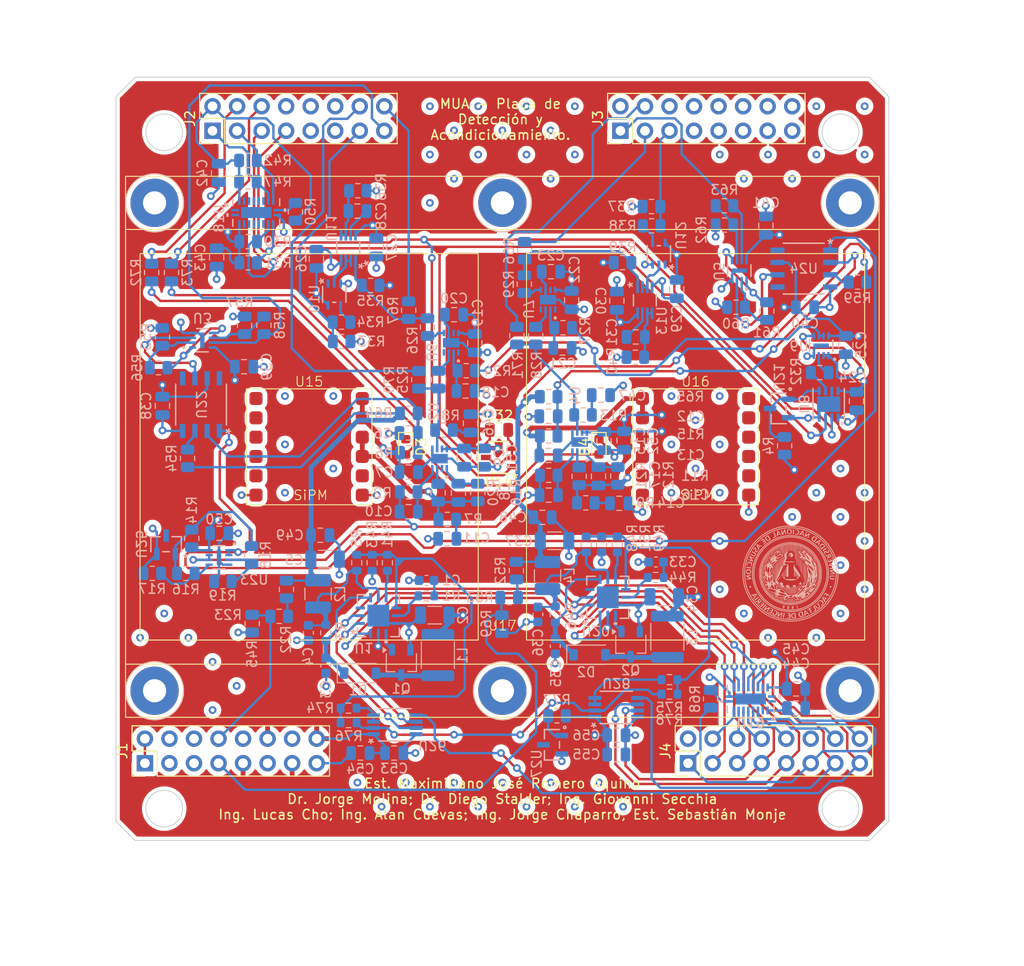
<source format=kicad_pcb>
(kicad_pcb (version 20221018) (generator pcbnew)
  (layers (0 "F.Cu" signal) (1 "In1.Cu" signal) (2 "In2.Cu" signal) (31 "B.Cu" signal) (34 "B.Paste" user) (35 "F.Paste" user) (36 "B.SilkS" user "B.Silkscreen") (37 "F.SilkS" user "F.Silkscreen") (38 "B.Mask" user) (39 "F.Mask" user) (44 "Edge.Cuts" user))
  (net 0 "")
  (net 1 "Net-(D1-A)")
  (net 2 "Net-(C1-Pad2)")
  (net 3 "MAX1_CS+")
  (net 4 "MAX1_CS-")
  (net 5 "MAX1_VPol")
  (net 6 "SIPM1_CA")
  (net 7 "Net-(U2-FB)")
  (net 8 "PULSO1")
  (net 9 "SIPM2_CA")
  (net 10 "Net-(U4-FB)")
  (net 11 "PULSO2")
  (net 12 "SIPM1_AN")
  (net 13 "Net-(U2-IN+)")
  (net 14 "+5V")
  (net 15 "SIPM2_AN")
  (net 16 "Net-(U4-IN+)")
  (net 19 "Net-(U6-IN-)")
  (net 20 "Net-(U7-IN-)")
  (net 21 "VREF")
  (net 22 "Net-(U6-IN+)")
  (net 23 "Net-(U6-OUT)")
  (net 24 "PULSO1_COMP")
  (net 25 "Net-(U7-IN+)")
  (net 26 "Net-(U7-OUT)")
  (net 27 "PULSO2_COMP")
  (net 34 "Net-(U8-P0W)")
  (net 35 "Net-(U9-IN1+)")
  (net 36 "Net-(U9-IN1-)")
  (net 37 "Net-(U11-1Y)")
  (net 38 "Net-(U11-2A)")
  (net 39 "Net-(U13-1Y)")
  (net 40 "Net-(U13-2A)")
  (net 41 "PULSO1_EXT")
  (net 42 "Net-(U10-Y)")
  (net 43 "PULSO2_EXT")
  (net 44 "Net-(U12-Y)")
  (net 46 "Net-(U10-A)")
  (net 48 "Net-(U12-A)")
  (net 57 "+3.3V")
  (net 62 "I2C3V_SDA")
  (net 63 "I2C3V_SCL")
  (net 64 "I2C5V_SDA")
  (net 65 "SPI3V_MOSI")
  (net 73 "SPI3V_SCK")
  (net 74 "SPI3V_MAX1_nCS")
  (net 75 "SPI3V_MAX2_nCS")
  (net 76 "Net-(C33-Pad2)")
  (net 77 "MAX2_CS+")
  (net 78 "MAX2_CS-")
  (net 79 "MAX2_VPol")
  (net 80 "Net-(D2-A)")
  (net 81 "VCurrPreAmp1")
  (net 82 "VCurrOut1")
  (net 83 "VCurrPreAmp2")
  (net 84 "VCurrOut2")
  (net 85 "MAX1_GATE")
  (net 86 "MAX2_GATE")
  (net 87 "MAX1_COMP")
  (net 88 "MAX1_DACOUT")
  (net 89 "MAX2_COMP")
  (net 90 "MAX2_DACOUT")
  (net 91 "Net-(U22-IN+)")
  (net 92 "Net-(U24-IN+)")
  (net 93 "MAX1_SCK")
  (net 94 "MAX1_MOSI")
  (net 95 "MAX1_CLpin")
  (net 96 "MAX1_FB")
  (net 97 "MAX1_nCS")
  (net 98 "MAX2_CLpin")
  (net 99 "MAX2_FB")
  (net 100 "MAX2_nCS")
  (net 111 "S1C-")
  (net 112 "S2C-")
  (net 114 "I2C5V_SCL")
  (net 128 "Net-(U21-NC)")
  (net 130 "PULSO1_FOUT5V")
  (net 131 "PULSO2_FOUT5V")
  (net 132 "V3.5REF")
  (net 133 "Net-(C11-Pad2)")
  (net 134 "Net-(C14-Pad2)")
  (net 135 "Net-(C46-Pad2)")
  (net 136 "Net-(C47-Pad2)")
  (net 137 "Net-(U25-V+)")
  (net 138 "Net-(U23-IN2+)")
  (net 139 "Net-(U23-IN1+)")
  (net 140 "Net-(U3-IN1-)")
  (net 141 "Net-(U3-IN2+)")
  (net 142 "Net-(U3-IN2-)")
  (net 143 "Net-(U5-IN1-)")
  (net 144 "Net-(U5-IN2+)")
  (net 145 "Net-(U5-IN2-)")
  (net 146 "V0.6REF")
  (net 154 "Net-(U2-IN-)")
  (net 155 "Net-(U4-IN-)")
  (net 156 "GND")
  (net 157 "Net-(R22-Pad2)")
  (net 158 "MAX1_VSense")
  (net 159 "Net-(R52-Pad2)")
  (net 160 "MAX2_VSense")
  (net 161 "PULSO1_SENSE")
  (net 162 "PULSO2_SENSE")
  (net 164 "SPI3V_MISO")
  (net 169 "Net-(U19-OE)")
  (net 170 "Net-(U18-OE)")
  (net 171 "LED_SIPM1")
  (net 172 "LED_SIPM2")
  (net 173 "Net-(D3-A)")
  (net 174 "Net-(D4-A)")
  (net 175 "Net-(U26-VFB)")
  (net 176 "2.5VRef")
  (net 177 "Net-(U28-VFB)")
  (net 178 "DAC1_nCS")
  (net 180 "DAC2_nCS")
  (net 183 "SPI3V_DAC1_nCS")
  (net 184 "SPI3V_DAC2_nCS")
  (net 185 "+3.3VA")
  (net 186 "+3.3VP")
  (footprint "Connector_PinHeader_2.54mm:PinHeader_2x08_P2.54mm_Vertical" (layer "F.Cu") (at 109.22 138 90)
    (fp_text reference "J4")
    (fp_text value "Conn_02x08_Odd_Even" hide)
  )
  (footprint "0A_TMP100AQDBVRQ1:DBV6_TEX" (layer "F.Cu") (at 89.63475 106.349999 180)
    (fp_text reference "U14")
    (fp_text value "TMP100AQDBVRQ1" hide)
  )
  (footprint "LED_SMD:LED_0603_1608Metric" (layer "F.Cu") (at 80 105.25 -90)
    (fp_text reference "D3")
    (fp_text value "LED")
  )
  (footprint "Connector_PinHeader_2.54mm:PinHeader_2x08_P2.54mm_Vertical" (layer "F.Cu") (at 60 72.54 90)
    (fp_text reference "J2")
    (fp_text value "Conn_02x08_Odd_Even" hide)
  )
  (footprint "Capacitor_SMD:C_0805_2012Metric" (layer "F.Cu") (at 89.65 103.5)
    (fp_text reference "C32")
    (fp_text value "100nF" hide)
  )
  (footprint "0A_Centellador:Centellador_X2" (layer "F.Cu") (at 90 105.25)
    (fp_text reference "U17")
    (fp_text value "~")
  )
  (footprint "LED_SMD:LED_0603_1608Metric" (layer "F.Cu") (at 100 105.25 -90)
    (fp_text reference "D4")
    (fp_text value "LED")
  )
  (footprint "Connector_PinHeader_2.54mm:PinHeader_2x08_P2.54mm_Vertical" (layer "F.Cu") (at 53 138 90)
    (fp_text reference "J1")
    (fp_text value "Conn_02x08_Odd_Even" hide)
  )
  (footprint "Connector_PinHeader_2.54mm:PinHeader_2x08_P2.54mm_Vertical" (layer "F.Cu") (at 102.22 72.54 90)
    (fp_text reference "J3")
    (fp_text value "Conn_02x08_Odd_Even" hide)
  )
  (footprint "0A_SiPM_Board:SiPM_Board" (layer "F.Cu") (at 70 105.25)
    (fp_text reference "U15")
    (fp_text value "~")
  )
  (footprint "0A_SiPM_Board:SiPM_Board" (layer "F.Cu") (at 110 105.25)
    (fp_text reference "U16")
    (fp_text value "~")
  )
  (footprint "Package_TO_SOT_SMD:TSOT-23" (layer "B.Cu") (at 103.275 125.665 -90)
    (fp_text reference "Q2")
    (fp_text value "BSS123" hide)
  )
  (footprint "Resistor_SMD:R_0805_2012Metric" (layer "B.Cu") (at 122.849998 97.568)
    (fp_text reference "R32")
    (fp_text value "1k" hide)
  )
  (footprint "Resistor_SMD:R_0603_1608Metric" (layer "B.Cu") (at 76.525 117.25 -90)
    (fp_text reference "R43")
    (fp_text value "12.4k" hide)
  )
  (footprint "Resistor_SMD:R_0805_2012Metric" (layer "B.Cu") (at 93.45 93.75 90)
    (fp_text reference "R28")
    (fp_text value "1k" hide)
  )
  (footprint "0A_DAC8551AQDGKRQ1:DGK8_TEX" (layer "B.Cu") (at 78.863348 134.025001)
    (fp_text reference "U26")
    (fp_text value "DAC8551AQDGKRQ1")
  )
  (footprint "LOGO:Logo_FIUNA" (layer "B.Cu") (at 119.8 118.4 180)
    (fp_text reference "G***" hide)
    (fp_text value "LOGO" hide)
  )
  (footprint "Capacitor_SMD:C_1206_3216Metric" (layer "B.Cu") (at 95.4 114.975)
    (fp_text reference "C37")
    (fp_text value "1uF" hide)
  )
  (footprint "Capacitor_SMD:C_0805_2012Metric" (layer "B.Cu") (at 87.150001 94.5217 -90)
    (fp_text reference "C19")
    (fp_text value "100nF")
  )
  (footprint "Resistor_SMD:R_0805_2012Metric" (layer "B.Cu") (at 95.65 133.1 180)
    (fp_text reference "R77")
    (fp_text value "10k")
  )
  (footprint "Resistor_SMD:R_0805_2012Metric" (layer "B.Cu") (at 63.314674 92.6719 -90)
    (fp_text reference "R57")
    (fp_text value "1k" hide)
  )
  (footprint "Resistor_SMD:R_0805_2012Metric" (layer "B.Cu") (at 92.3 84.95 90)
    (fp_text reference "R66")
    (fp_text value "0")
  )
  (footprint "Capacitor_SMD:C_0805_2012Metric" (layer "B.Cu") (at 101.8 137.1)
    (fp_text reference "C55")
    (fp_text value "100nF" hide)
  )
  (footprint "Diode_SMD:D_SOD-123" (layer "B.Cu") (at 99.025 126.775)
    (fp_text reference "D2")
    (fp_text value "BAT46" hide)
  )
  (footprint "Resistor_SMD:R_0805_2012Metric" (layer "B.Cu") (at 117.375 91.2 90)
    (fp_text reference "R61")
    (fp_text value "1k")
  )
  (footprint "Capacitor_SMD:C_0603_1608Metric" (layer "B.Cu") (at 105.9 117.175)
    (fp_text reference "C33")
    (fp_text value "0.47uF" hide)
  )
  (footprint "Capacitor_SMD:C_0805_2012Metric" (layer "B.Cu") (at 80.300252 107.868876 180)
    (fp_text reference "C7")
    (fp_text value "10nF" hide)
  )
  (footprint "Resistor_SMD:R_0805_2012Metric" (layer "B.Cu") (at 80.3 91.1125 90)
    (fp_text reference "R67")
    (fp_text value "0")
  )
  (footprint "Capacitor_SMD:C_0805_2012Metric" (layer "B.Cu") (at 102.6 104.6 -90)
    (fp_text reference "C52")
    (fp_text value "6.8uF")
  )
  (footprint "0A_ADR5041WBRTZ_R7:RT_3_ADI" (layer "B.Cu") (at 95.13 136.092501 -90)
    (fp_text reference "U27")
    (fp_text value "ADR5041WBRTZ-R7" hide)
  )
  (footprint "Resistor_SMD:R_0805_2012Metric" (layer "B.Cu") (at 57.2375 118.35)
    (fp_text reference "R16")
    (fp_text value "12k")
  )
  (footprint "Resistor_SMD:R_0805_2012Metric" (layer "B.Cu") (at 80.317752 101.788876)
    (fp_text reference "R64")
    (fp_text value "1k" hide)
  )
  (footprint "Capacitor_SMD:C_0805_2012Metric" (layer "B.Cu") (at 97.1717 90.0717 -90)
    (fp_text reference "C22")
    (fp_text value "100nF")
  )
  (footprint "Resistor_SMD:R_0805_2012Metric" (layer "B.Cu") (at 55.75 87.2125 90)
    (fp_text reference "R73")
    (fp_text value "1k" hide)
  )
  (footprint "Capacitor_SMD:C_0805_2012Metric" (layer "B.Cu") (at 63.264674 96.9594)
    (fp_text reference "C39")
    (fp_text value "100nF")
  )
  (footprint "Capacitor_SMD:C_0805_2012Metric" (layer "B.Cu") (at 88.100252 106.368876 -90)
    (fp_text reference "C51")
    (fp_text value "6.8uF")
  )
  (footprint "Resistor_SMD:R_0805_2012Metric" (layer "B.Cu") (at 91.45 118.0625 -90)
    (fp_text reference "R52")
    (fp_text value "10k")
  )
  (footprint "Inductor_SMD:L_1210_3225Metric" (layer "B.Cu") (at 94.675 118.575 90)
    (fp_text reference "L4")
    (fp_text value "220uH" hide)
  )
  (footprint "Resistor_SMD:R_0805_2012Metric" (layer "B.Cu") (at 66.9 122.8)
    (fp_text reference "R23")
    (fp_text value "100k")
  )
  (footprint "0A_NXB0108BQ-Q100X:DHVQFN20_SOT764-1_NEX" (layer "B.Cu") (at 115.7053 131.35 90)
    (fp_text reference "U19")
    (fp_text value "NXB0108BQ-Q100X" hide)
  )
  (footprint "Capacitor_SMD:C_0805_2012Metric" (layer "B.Cu") (at 86.700252 102.818876 -90)
    (fp_text reference "C46")
    (fp_text value "3p")
  )
  (footprint "0A_MAX1932:21-0139_T1244&plus_4_MXM" (layer "B.Cu") (at 77.1605 122.724999)
    (fp_text reference "U1")
    (fp_text value "max1932etc+T" hide)
  )
  (footprint "Capacitor_SMD:C_0805_2012Metric" (layer "B.Cu") (at 76.95 84.5962 -90)
    (fp_text reference "C27")
    (fp_text value "100nF" hide)
  )
  (footprint "Capacitor_SMD:C_0805_2012Metric" (layer "B.Cu") (at 126.649998 100.518 -90)
    (fp_text reference "C24")
    (fp_text value "100nF")
  )
  (footprint "0A_OPA855QDSGRQ1:WSON8_DSG_TEX" (layer "B.Cu") (at 83.500063 106.472176 90)
    (fp_text reference "U2")
    (fp_text value "OPA855QDSGRQ1" hide)
  )
  (footprint "Capacitor_SMD:C_0805_2012Metric" (layer "B.Cu") (at 125.549998 94.718 -90)
    (fp_text reference "C25")
    (fp_text value "100nF")
  )
  (footprint "Resistor_SMD:R_0805_2012Metric" (layer "B.Cu") (at 103.7625 95.9788)
    (fp_text reference "R40")
    (fp_text value "47")
  )
  (footprint "0A_MCP4561T_103E_MF:DFN8_3x3MC_MCH" (layer "B.Cu") (at 123.774999 100.8396 90)
    (fp_text reference "U8")
    (fp_text value "MCP4561T-104E/MF")
  )
  (footprint "Capacitor_SMD:C_0603_1608Metric" (layer "B.Cu") (at 93.675 122.6 -90)
    (fp_text reference "C36")
    (fp_text value "100nF" hide)
  )
  (footprint "0A_SN74LV1T04QDCKRQ1:SC70-5_DCK_TEX" (layer "B.Cu") (at 72.599999 89.467351 -90)
    (fp_text reference "U10")
    (fp_text value "SN74LV1T04QDCKRQ1" hide)
  )
  (footprint "Resistor_SMD:R_0805_2012Metric" (layer "B.Cu") (at 63.687501 86.2086 180)
    (fp_text reference "R31")
    (fp_text value "10k")
  )
  (footprint "0A_NXS0108BQ-Q100X:DHVQFN20_SOT764-1_NEX" (layer "B.Cu") (at 64.525 81 -90)
    (fp_text reference "U18")
    (fp_text value "NXS0108BQ-Q100X" hide)
  )
  (footprint "Resistor_SMD:R_0805_2012Metric" (layer "B.Cu") (at 92.2717 88.4092 90)
    (fp_text reference "R29")
    (fp_text value "1k" hide)
  )
  (footprint "Capacitor_SMD:C_0805_2012Metric" (layer "B.Cu") (at 60.425 85.65 -90)
    (fp_text reference "C43")
    (fp_text value "100nF" hide)
  )
  (footprint "Resistor_SMD:R_0603_1608Metric" (layer "B.Cu") (at 71.725 124.5 90)
    (fp_text reference "R3")
    (fp_text value "392R" hide)
  )
  (footprint "Capacitor_SMD:C_0805_2012Metric" (layer "B.Cu") (at 120.4 132.3)
    (fp_text reference "C44")
    (fp_text value "100nF" hide)
  )
  (footprint "0A_TSZ122IQ2T:DFN8_2X2_NB_STM" (layer "B.Cu") (at 60.666 116.700001 180)
    (fp_text reference "U23")
    (fp_text value "TSZ122IQ2T" hide)
  )
  (footprint "Capacitor_SMD:C_0805_2012Metric" (layer "B.Cu") (at 75 80.8462 180)
    (fp_text reference "C28")
    (fp_text value "0.015uF" hide)
  )
  (footprint "Resistor_SMD:R_0603_1608Metric" (layer "B.Cu") (at 74.075 132.3)
    (fp_text reference "R74")
    (fp_text value "24.9k")
  )
  (footprint "Capacitor_SMD:C_0805_2012Metric" (layer "B.Cu") (at 121.325 90.8)
    (fp_text reference "C40")
    (fp_text value "100nF" hide)
  )
  (footprint "0A_MAX1932:21-0139_T1244&plus_4_MXM" (layer "B.Cu") (at 100.9105 120.824999)
    (fp_text reference "U20")
    (fp_text value "max1932etc+T" hide)
  )
  (footprint "Capacitor_SMD:C_0805_2012Metric" (layer "B.Cu") (at 60.7 114.2)
    (fp_text reference "C50")
    (fp_text value "100nF" hide)
  )
  (footprint "Resistor_SMD:R_0805_2012Metric" (layer "B.Cu") (at 96.2842 92.9217 180)
    (fp_text reference "R27")
    (fp_text value "1k")
  )
  (footprint "Resistor_SMD:R_0805_2012Metric" (layer "B.Cu") (at 83.4 98.3 90)
    (fp_text reference "R25")
    (fp_text value "1k" hide)
  )
  (footprint "Capacitor_SMD:C_0805_2012Metric" (layer "B.Cu") (at 78.8 136.95)
    (fp_text reference "C53")
    (fp_text value "100nF")
  )
  (footprint "0A_DAC8551AQDGKRQ1:DGK8_TEX" (layer "B.Cu") (at 101.786652 132.225001)
    (fp_text reference "U28")
    (fp_text value "DAC8551AQDGKRQ1" hide)
  )
  (footprint "Resistor_SMD:R_0805_2012Metric" (layer "B.Cu") (at 82.250001 92.8592 90)
    (fp_text reference "R26")
    (fp_text value "1k" hide)
  )
  (footprint "0A_TS3011IYQ3T:dfn8_2p06x2p06x0p5_stm" (layer "B.Cu") (at 94.721699 90.025 90)
    (fp_text reference "U7")
    (fp_text value "TS3011IYQ3T" hide)
  )
  (footprint "Resistor_SMD:R_0805_2012Metric" (layer "B.Cu") (at 64.05 116.4375 -90)
    (fp_text reference "R18")
    (fp_text value "57.6k")
  )
  (footprint "Resistor_SMD:R_0805_2012Metric" (layer "B.Cu") (at 61.0625 119.2 180)
    (fp_text reference "R19")
    (fp_text value "10k")
  )
  (footprint "Resistor_SMD:R_0603_1608Metric" (layer "B.Cu") (at 82.125 120.675)
    (fp_text reference "R1")
    (fp_text value "10k" hide)
  )
  (footprint "Resistor_SMD:R_0805_2012Metric" (layer "B.Cu") (at 65.314674 92.6719 90)
    (fp_text reference "R58")
    (fp_text value "0" hide)
  )
  (footprint "Capacitor_SMD:C_0805_2012Metric" (layer "B.Cu") (at 54.814674 101.0094 -90)
    (fp_text reference "C38")
    (fp_text value "100nF" hide)
  )
  (footprint "Resistor_SMD:R_0805_2012Metric" (layer "B.Cu") (at 63.687501 84.0086 180)
    (fp_text reference "R30")
    (fp_text value "10k")
  )
  (footprint "Capacitor_SMD:C_0805_2012Metric" (layer "B.Cu") (at 71.15 114.4)
    (fp_text reference "C49")
    (fp_text value "1uF")
  )
  (footprint "Capacitor_SMD:C_0805_2012Metric" (layer "B.Cu") (at 85.000001 91.5717 180)
    (fp_text reference "C20")
    (fp_text value "10nF")
  )
  (footprint "Resistor_SMD:R_0805_2012Metric" (layer "B.Cu") (at 90.7 120.85)
    (fp_text reference "R53")
    (fp_text value "100k")
  )
  (footprint "Resistor_SMD:R_0805_2012Metric" (layer "B.Cu") (at 68.575001 80.9211 90)
    (fp_text reference "R50")
    (fp_text value "10k")
  )
  (footprint "Resistor_SMD:R_0603_1608Metric" (layer "B.Cu") (at 95.475 122.6 90)
    (fp_text reference "R46")
    (fp_text value "392R" hide)
  )
  (footprint "Resistor_SMD:R_0805_2012Metric" (layer "B.Cu") (at 111.55 131.3375 90)
    (fp_text reference "R68")
    (fp_text value "10k")
  )
  (footprint "Capacitor_SMD:C_0805_2012Metric" (layer "B.Cu") (at 96.2217 95.0217)
    (fp_text reference "C21")
    (fp_text value "100nF")
  )
  (footprint "Resistor_SMD:R_0805_2012Metric" (layer "B.Cu") (at 57.414674 106.4469 -90)
    (fp_text reference "R54")
    (fp_text value "1k" hide)
  )
  (footprint "0A_TSZ122IQ2T:DFN8_2X2_NB_STM" (layer "B.Cu") (at 58.950001 94.216)
    (fp_text reference "U3")
    (fp_text value "TSZ122IQ2T" hide)
  )
  (footprint "Resistor_SMD:R_0805_2012Metric" (layer "B.Cu") (at 86.262501 97.3717 180)
    (fp_text reference "R24")
    (fp_text value "1k")
  )
  (footprint "Resistor_SMD:R_0805_2012Metric" (layer "B.Cu") (at 80.300252 109.918876 180)
    (fp_text reference "R2")
    (fp_text value "1k")
  )
  (footprint "Capacitor_SMD:C_0603_1608Metric" (layer "B.Cu") (at 69.925 124.5 -90)
    (fp_text reference "C4")
    (fp_text value "100nF" hide)
  )
  (footprint "Resistor_SMD:R_0805_2012Metric" (layer "B.Cu") (at 84.300252 112.768876)
    (fp_text reference "R7")
    (fp_text value "10")
  )
  (footprint "0A_SN74LV1T04QDCKRQ1:SC70-5_DCK_TEX" (layer "B.Cu") (at 106.200001 85.257649 90)
    (fp_text reference "U12")
    (fp_text value "SN74LV1T04QDCKRQ1" hide)
  )
  (footprint "Resistor_SMD:R_0603_1608Metric" (layer "B.Cu") (at 98.675 115.35 90)
    (fp_text reference "R48")
    (fp_text value "240k" hide)
  )
  (footprint "0A_74LVC2G00DP-Q100H:SOT765-1_NEX" (layer "B.Cu") (at 104.75 90.0788 -90)
    (fp_text reference "U13")
    (fp_text value "74LVC2G00DP_125")
  )
  (footprint "Resistor_SMD:R_0805_2012Metric" (layer "B.Cu") (at 126.7625 88.2)
    (fp_text reference "R59")
    (fp_text value "1k" hide)
  )
  (footprint "Resistor_SMD:R_0603_1608Metric" (layer "B.Cu") (at 105.875 118.775)
    (fp_text reference "R44")
    (fp_text value "10k" hide)
  )
  (footprint "Capacitor_SMD:C_0805_2012Metric" (layer "B.Cu") (at 101.8 135.1)
    (fp_text reference "C56")
    (fp_text value "6.8uF" hide)
  )
  (footprint "Resistor_SMD:R_0805_2012Metric" (layer "B.Cu") (at 73.35 92.3462)
    (fp_text reference "R34")
    (fp_text value "1k")
  )
  (footprint "Capacitor_SMD:C_0805_2012Metric" (layer "B.Cu") (at 94.775126 102.0934)
    (fp_text reference "C12")
    (fp_text value "10nF" hide)
  )
  (footprint "Capacitor_SMD:C_0805_2012Metric" (layer "B.Cu") (at 86.200001 99.4717)
    (fp_text reference "C18")
    (fp_text value "100nF")
  )
  (footprint "Resistor_SMD:R_0805_2012Metric" (layer "B.Cu") (at 67.65 120.0125 -90)
    (fp_text reference "R22")
    (fp_text value "10k")
  )
  (footprint "0A_TSZ122IQ2T:DFN8_2X2_NB_STM" (layer "B.Cu") (at 122.999999 94.784 90)
    (fp_text reference "U9")
    (fp_text value "TSZ122IQ2T" hide)
  )
  (footprint "Capacitor_SMD:C_1206_3216Metric" (layer "B.Cu") (at 106.75 120.775 180)
    (fp_text reference "C34")
    (fp_text value "1uF")
  )
  (footprint "Capacitor_SMD:C_0805_2012Metric" (layer "B.Cu") (at 102.1 111.1 180)
    (fp_text reference "C14")
    (fp_text value "270p")
  )
  (footprint "Resistor_SMD:R_0805_2012Metric" (layer "B.Cu") (at 112.9875 80.3 180)
    (fp_text reference "R63")
    (fp_text value "0" hide)
  )
  (footprint "Resistor_SMD:R_0805_2012Metric" (layer "B.Cu") (at 94.792626 100.0634)
    (fp_text reference "R65")
    (fp_text value "1k" hide)
  )
  (footprint "Diode_SMD:D_SOD-123" (layer "B.Cu") (at 75.275 128.675)
    (fp_text reference "D1")
    (fp_text value "BAT46" hide)
  )
  (footprint "Capacitor_SMD:C_0805_2012Metric" (layer "B.Cu") (at 84.300252 114.768876)
    (fp_text reference "C11")
    (fp_text value "270p" hide)
  )
  (footprint "Resistor_SMD:R_0805_2012Metric" (layer "B.Cu") (at 53.7 87.2125 90)
    (fp_text reference "R72")
    (fp_text value "1k" hide)
  )
  (footprint "Capacitor_SMD:C_0805_2012Metric" (layer "B.Cu") (at 120.4 130.308601)
    (fp_text reference "C45")
    (fp_text value "100nF" hide)
  )
  (footprint "Capacitor_SMD:C_0805_2012Metric" (layer "B.Cu") (at 75.3 136.95 180)
    (fp_text reference "C54")
    (fp_text value "6.8uF")
  )
  (footprint "Resistor_SMD:R_0805_2012Metric" (layer "B.Cu") (at 54.414674 97.0594)
    (fp_text reference "R56")
    (fp_text value "1k")
  )
  (footprint "Capacitor_SMD:C_0603_1608Metric" (layer "B.Cu") (at 71.725 127.9 -90)
    (fp_text reference "C3")
    (fp_text value "220nF" hide)
  )
  (footprint "Capacitor_SMD:C_0805_2012Metric" (layer "B.Cu") (at 94.8 110.25)
    (fp_text reference "C16")
    (fp_text value "10u")
  )
  (footprint "Resistor_SMD:R_0805_2012Metric" (layer "B.Cu") (at 98.35 101.95)
    (fp_text reference "R13")
    (fp_text value "5")
  )
  (footprint "Capacitor_SMD:C_0805_2012Metric" (layer "B.Cu") (at 60.625 76.9 -90)
    (fp_text reference "C42")
    (fp_text value "100nF")
  )
  (footprint "Capacitor_SMD:C_0805_2012Metric" (layer "B.Cu") (at 86.050252 106.368876 -90)
    (fp_text reference "C9")
    (fp_text value "100nF")
  )
  (footprint "Capacitor_SMD:C_0805_2012Metric" (layer "B.Cu") (at 100.2 99.9 180)
    (fp_text reference "C47")
    (fp_text value "3p")
  )
  (footprint "Resistor_SMD:R_0805_2012Metric" (layer "B.Cu") (at 57.85 114.7375 -90)
    (fp_text reference "R14")
    (fp_text value "4.53k")
  )
  (footprint "0A_ADR5044WBRTZ-R7:RT_3_ADI" (layer "B.Cu") (at 118.595998 101.276501 -90)
    (fp_text reference "U21")
    (fp_text value "ADR5044WBRTZ-R7" hide)
  )
  (footprint "Capacitor_SMD:C_1206_3216Metric" (layer "B.Cu") (at 83 122.675 180)
    (fp_text reference "C2")
    (fp_text value "1uF")
  )
  (footprint "Resistor_SMD:R_0805_2012Metric" (layer "B.Cu") (at 54.814674 93.8719 90)
    (fp_text reference "R55")
    (fp_text value "1k")
  )
  (footprint "Resistor_SMD:R_0603_1608Metric" (layer "B.Cu") (at 101.9 115.35 -90)
    (fp_text reference "R49")
    (fp_text value "24.9k" hide)
  )
  (footprint "Resistor_SMD:R_0805_2012Metric" (layer "B.Cu") (at 80.317752 105.848876 180)
    (fp_text reference "R6")
    (fp_text value "50" hide)
  )
  (footprint "Resistor_SMD:R_0805_2012Metric" (layer "B.Cu") (at 87.450252 109.981376 -90)
    (fp_text reference "R10")
    (fp_text value "470" hide)
  )
  (footprint "Resistor_SMD:R_0805_2012Metric" (layer "B.Cu") (at 63.662501 77.8086 180)
    (fp_text reference "R47")
    (fp_text value "10k" hide)
  )
  (footprint "Resistor_SMD:R_0805_2012Metric" (layer "B.Cu") (at 94.792626 104.1234 180)
    (fp_text reference "R15")
    (fp_text value "50" hide)
  )
  (footprint "Capacitor_SMD:C_0805_2012Metric" (layer "B.Cu") (at 70.75 85.7962 90)
    (fp_text reference "C26")
    (fp_text value "100nF")
  )
  (footprint "Resistor_SMD:R_0805_2012Metric" (layer "B.Cu") (at 105.45 82.3788 180)
    (fp_text reference "R38")
    (fp_text value "1k")
  )
  (footprint "Resistor_SMD:R_0805_2012Metric" (layer "B.Cu") (at 73.3625 94.3462)
    (fp_text reference "R33")
    (fp_text value "1.5k")
  )
  (footprint "0A_TS3011IYQ3T:dfn8_2p06x2p06x0p5_stm" (layer "B.Cu") (at 84.7 94.475 90)
    (fp_text reference "U6")
    (fp_text value "TS3011IYQ3T" hide)
  )
  (footprint "Resistor_SMD:R_0805_2012Metric" (layer "B.Cu") (at 89.95 123.6 90)
    (fp_text reference "R69")
    (fp_text value "10k")
  )
  (footprint "Resistor_SMD:R_0603_1608Metric" (layer "B.Cu") (at 74.925 117.25 90)
    (fp_text reference "R5")
    (fp_text value "240k" hide)
  )
  (footprint "0A_OPA855QDSGRQ1:WSON8_DSG_TEX" (layer "B.Cu") (at 97.999811 104.7533 90)
    (fp_text reference "U4")
    (fp_text value "OPA855QDSGRQ1" hide)
  )
  (footprint "Resistor_SMD:R_0805_2012Metric" (layer "B.Cu") (at 101.95 108.2625 -90)
    (fp_text reference "R12")
    (fp_text value "470" hide)
  )
  (footprint "Resistor_SMD:R_0805_2012Metric" (layer "B.Cu") (at 105.4375 80.3788 180)
    (fp_text reference "R37")
    (fp_text value "1.5k")
  )
  (footprint "Capacitor_SMD:C_0805_2012Metric" (layer "B.Cu") (at 108.05 88.9288 -90)
    (fp_text reference "C29")
    (fp_text value "100nF")
  )
  (footprint "Capacitor_SMD:C_1206_3216Metric" (layer "B.Cu") (at 71.65 116.875)
    (fp_text reference "C5")
    (fp_text value "1uF" hide)
  )
  (footprint "Capacitor_SMD:C_0805_2012Metric" (layer "B.Cu") (at 85.450252 110.018876 90)
    (fp_text reference "C8")
    (fp_text value "15p" hide)
  )
  (footprint "Inductor_SMD:L_1812_4532Metric" (layer "B.Cu") (at 107.075 124.9125 -90)
    (fp_text reference "L3")
    (fp_text value "82uH" hide)
  )
  (footprint "Resistor_SMD:R_0603_1608Metric" (layer "B.Cu") (at 107.3 129.35)
    (fp_text reference "R75")
    (fp_text value "24.9k")
  )
  (footprint "Capacitor_SMD:C_0805_2012Metric" (layer "B.Cu") (at 101.85 90.1288 90)
    (fp_text reference "C30")
    (fp_text value "100nF" hide)
  )
  (footprint "Resistor_SMD:R_0805_2012Metric" (layer "B.Cu") (at 75.0375 78.7462 180)
    (fp_text reference "R36")
    (fp_text value "47")
  )
  (footprint "0A_INA148QDRQ1:D8" (layer "B.Cu") (at 58.809674 100.880748 90)
    (fp_text reference "U22")
    (fp_text value "INA148QDRQ1" hide)
  )
  (footprint "Capacitor_SMD:C_0805_2012Metric" (layer "B.Cu") (at 95.0217 87.1217 180)
    (fp_text reference "C23")
    (fp_text value "10nF")
  )
  (footprint "Resistor_SMD:R_0805_2012Metric" (layer "B.Cu") (at 98.6375 111.05)
    (fp_text reference "R9")
    (fp_text value "10")
  )
  (footprint "Resistor_SMD:R_0805_2012Metric" (layer "B.Cu") (at 91.5 93.75 90)
    (fp_text reference "R71")
    (fp_text value "0")
  )
  (footprint "Resistor_SMD:R_0805_2012Metric" (layer "B.Cu") (at 94.8 108.2 180)
    (fp_text reference "R11")
    (fp_text value "1k")
  )
  (footprint "Resistor_SMD:R_0603_1608Metric" (layer "B.Cu") (at 100.275 115.35 -90)
    (fp_text reference "R51")
    (fp_text value "12.4k" hide)
  )
  (footprint "Resistor_SMD:R_0805_2012Metric" (layer "B.Cu") (at 97.95 108.3 -90)
    (fp_text reference "R21")
    (fp_text value "10")
  )
  (footprint "Capacitor_SMD:C_0805_2012Metric" (layer "B.Cu") (at 117.275 82.35 90)
    (fp_text reference "C41")
    (fp_text value "100nF")
  )
  (footprint "Capacitor_SMD:C_0805_2012Metric" (layer "B.Cu") (at 80.300252 111.968876)
    (fp_text reference "C10")
    (fp_text value "10u")
  )
  (footprint "Capacitor_SMD:C_0805_2012Metric" (layer "B.Cu") (at 80.300252 103.818876)
    (fp_text reference "C6")
    (fp_text value "10nF" hide)
  )
  (footprint "Capacitor_SMD:C_0603_1608Metric" (layer "B.Cu") (at 95.475 125.9 -90)
    (fp_text reference "C35")
    (fp_text value "220nF" hide)
  )
  (footprint "Capacitor_SMD:C_0805_2012Metric" (layer "B.Cu") (at 103.8 93.8788)
    (fp_text reference "C31")
    (fp_text value "0.015uF" hide)
  )
  (footprint "Inductor_SMD:L_1812_4532Metric" (layer "B.Cu") (at 83.325 126.8125 -90)
    (fp_text reference "L1")
    (fp_text value "82uH" hide)
  )
  (footprint "Capacitor_SMD:C_0805_2012Metric" (layer "B.Cu") (at 94.775126 106.1434 180)
    (fp_text reference "C13")
    (fp_text value "10nF" hide)
  )
  (footprint "Capacitor_SMD:C_0805_2012Metric" (layer "B.Cu") (at 100.525126 104.6434 -90)
    (fp_text reference "C15")
    (fp_text value "100nF" hide)
  )
  (footprint "Resistor_SMD:R_0805_2012Metric" (layer "B.Cu") (at 112.9875 82.3)
    (fp_text reference "R62")
    (fp_text value "1k" hide)
  )
  (footprint "0A_INA148QDRQ1:D8" (layer "B.Cu") (at 121.196348 86.805 180)
    (fp_text reference "U24")
    (fp_text value "INA148QDRQ1" hide)
  )
  (footprint "Capacitor_SMD:C_0603_1608Metric" (layer "B.Cu") (at 82.15 119.075)
    (fp_text reference "C1")
    (fp_text value "0.47uF" hide)
  )
  (footprint "Resistor_SMD:R_0805_2012Metric" (layer "B.Cu") (at 114.1875 90.8 180)
    (fp_text reference "R60")
    (fp_text value "1k")
  )
  (footprint "Resistor_SMD:R_0603_1608Metric" (layer "B.Cu") (at 107.3 130.85 180)
    (fp_text reference "R78")
    (fp_text value "24.9k")
  )
  (footprint "Capacitor_SMD:C_0805_2012Metric" (layer "B.Cu") (at 99.95 108.3 90)
    (fp_text reference "C17")
    (fp_text value "15p" hide)
  )
  (footprint "Resistor_SMD:R_0805_2012Metric" (layer "B.Cu") (at 53.7625 118.35 180)
    (fp_text reference "R17")
    (fp_text value "68k")
  )
  (footprint "Resistor_SMD:R_0805_2012Metric" (layer "B.Cu") (at 102.4375 86.1788)
    (fp_text reference "R39")
    (fp_text value "100k" hide)
  )
  (footprint "Package_TO_SOT_SMD:TSOT-23" (layer "B.Cu") (at 79.525 127.565 -90)
    (fp_text reference "Q1")
    (fp_text value "BSS123" hide)
  )
  (footprint "Resistor_SMD:R_0805_2012Metric" (layer "B.Cu") (at 63.662501 75.6086 180)
    (fp_text reference "R42")
    (fp_text value "10k")
  )
  (footprint "Resistor_SMD:R_0805_2012Metric" (layer "B.Cu") (at 81.35 98.3125 90)
    (fp_text reference "R70")
    (fp_text value "0")
  )
  (footprint "Resistor_SMD:R_0805_2012Metric" (layer "B.Cu") (at 83.350252 110.006376 -90)
    (fp_text reference "R20")
    (fp_text value "10")
  )
  (footprint "Resistor_SMD:R_0603_1608Metric" (layer "B.Cu") (at 74.075 133.8 180)
    (fp_text reference "R76")
    (fp_text value "24.9k")
  )
  (footprint "Resistor_SMD:R_0603_1608Metric" (layer "B.Cu") (at 78.1 117.25 -90)
    (fp_text reference "R41")
    (fp_text value "24.9k" hide)
  )
  (footprint "Resistor_SMD:R_0805_2012Metric" (layer "B.Cu") (at 83.950252 103.518876)
    (fp_text reference "R8")
    (fp_text value "5")
  )
  (footprint "0A_TSZ122IQ2T:DFN8_2X2_NB_STM" (layer "B.Cu") (at 114.525001 87.006 90)
    (fp_text reference "U5")
    (fp_text value "TSZ122IQ2T" hide)
  )
  (footprint "Inductor_SMD:L_1210_3225Metric" (layer "B.Cu") (at 70.925 120.475 90)
    (fp_text reference "L2")
    (fp_text value "220uH" hide)
  )
  (footprint "Resistor_SMD:R_0805_2012Metric" (layer "B.Cu") (at 119.215998 105.1465 -90)
    (fp_text reference "R4")
    (fp_text value "6.8k")
  )
  (footprint "0A_74LVC2G00DP-Q100H:SOT765-1_NEX" (layer "B.Cu") (at 74.05 84.6462 90)
    (fp_text reference "U11")
    (fp_text value "74LVC2G00DP_125")
  )
  (footprint "Capacitor_SMD:C_0805_2012Metric" (layer "B.Cu") (at 94.15 112.55)
    (fp_text reference "C48")
    (fp_text value "1uF")
  )
  (footprint "Resistor_SMD:R_0805_2012Metric" (layer "B.Cu") (at 64.1 123.55 90)
    (fp_text reference "R45")
    (fp_text value "10k")
  )
  (footprint "0A_ADR5044WBRTZ-R7:RT_3_ADI" (layer "B.Cu") (at 55.192501 115.33 180)
    (fp_text reference "U25")
    (fp_text value "ADR5044WBRTZ-R7" hide)
  )
  (footprint "Resistor_SMD:R_0805_2012Metric" (layer "B.Cu") (at 76.3625 88.5462 180)
    (fp_text reference "R35")
    (fp_text value "100k" hide)
  )
  (gr_line (start 52 146) (end 50 144) (stroke (width 0.1)) (layer "Edge.Cuts"))
  (gr_line (start 50 69) (end 52 67) (stroke (width 0.1)) (layer "Edge.Cuts"))
  (gr_line (start 50 144) (end 50 69) (stroke (width 0.1)) (layer "Edge.Cuts"))
  (gr_line (start 52 67) (end 128 67) (stroke (width 0.1)) (layer "Edge.Cuts"))
  (gr_circle (center 125 142.7) (end 126.9 142.7) (stroke (width 0.1)) (fill none) (layer "Edge.Cuts"))
  (gr_line (start 128 146) (end 52 146) (stroke (width 0.1)) (layer "Edge.Cuts"))
  (gr_circle (center 55 72.7) (end 56.9 72.7) (stroke (width 0.1)) (fill none) (layer "Edge.Cuts"))
  (gr_line (start 128 67) (end 130 69) (stroke (width 0.1)) (layer "Edge.Cuts"))
  (gr_line (start 130 69) (end 130 144) (stroke (width 0.1)) (layer "Edge.Cuts"))
  (gr_circle (center 55 142.7) (end 56.9 142.7) (stroke (width 0.1)) (fill none) (layer "Edge.Cuts"))
  (gr_circle (center 125 72.7) (end 126.9 72.7) (stroke (width 0.1)) (fill none) (layer "Edge.Cuts"))
  (gr_line (start 130 144) (end 128 146) (stroke (width 0.1)) (layer "Edge.Cuts"))
  (gr_text "Est. Maximiliano José Romero Aquino\nDr. Jorge Molina; Dr. Diego Stalder; Ing. Giovanni Secchia\nIng. Lucas Cho; Ing. Alan Cuevas; Ing. Jorge Chaparro; Est. Sebastián Monje" (at 90 143.9) (layer "F.SilkS") (effects (font (size 1 1)) (justify bottom)))
  (gr_text "MUA - Placa de\nDetección y\nAcondicionamiento." (at 89.8 73.55) (layer "F.SilkS") (effects (font (size 1 1)) (justify bottom)))
  (segment (start 79.525 128.875) (end 77.125 128.875) (width 0.5) (layer "B.Cu") (net 1))
  (segment (start 79.6 128.95) (end 79.525 128.875) (width 0.5) (layer "B.Cu") (net 1))
  (segment (start 77.125 128.875) (end 76.925 128.675) (width 0.5) (layer "B.Cu") (net 1))
  (segment (start 83.325 128.95) (end 79.6 128.95) (width 0.5) (layer "B.Cu") (net 1))
  (segment (start 82.95 119.1) (end 82.925 119.075) (width 0.25) (layer "B.Cu") (net 2))
  (segment (start 82.95 120.675) (end 82.95 119.1) (width 0.25) (layer "B.Cu") (net 2))
  (segment (start 72.85 124.2) (end 72.85 122.25) (width 0.25) (layer "B.Cu") (net 3))
  (segment (start 73.625 128.675) (end 72.075 127.125) (width 0.5) (layer "B.Cu") (net 3))
  (segment (start 72.075 127.125) (end 71.725 127.125) (width 0.5) (layer "B.Cu") (net 3))
  (segment (start 71.725 127.125) (end 71.725 125.325) (width 0.5) (layer "B.Cu") (net 3))
  (segment (start 72.85 122.25) (end 74.239501 120.860499) (width 0.25) (layer "B.Cu") (net 3))
  (segment (start 71.725 125.325) (end 72.85 124.2) (width 0.25) (layer "B.Cu") (net 3))
  (segment (start 74.239501 120.860499) (end 76.360499 120.860499) (width 0.25) (layer "B.Cu") (net 3))
  (segment (start 73.925 119.275) (end 72.725 120.475) (width 0.25) (layer "B.Cu") (net 4))
  (segment (start 74.325 118.075) (end 73.925 118.475) (width 0.25) (layer "B.Cu") (net 4))
  (segment (start 75.525 119.875) (end 76.925 119.875) (width 0.25) (layer "B.Cu") (net 4))
  (segment (start 73.925 118.475) (end 73.925 119.275) (width 0.25) (layer "B.Cu") (net 4))
  (segment (start 71.675 123.725) (end 69.925 123.725) (width 0.2) (layer "B.Cu") (net 4))
  (segment (start 72.725 120.475) (end 71.325 120.475) (width 0.25) (layer "B.Cu") (net 4))
  (segment (start 70.925 120.875) (end 70.925 121.875) (width 0.25) (layer "B.Cu") (net 4))
  (segment (start 74.925 118.075) (end 74.925 119.275) (width 0.25) (layer "B.Cu") (net 4))
  (segment (start 76.925 119.875) (end 77.1605 120.1105) (width 0.25) (layer "B.Cu") (net 4))
  (segment (start 71.325 120.475) (end 70.925 120.875) (width 0.25) (layer "B.Cu") (net 4))
  (segment (start 71.725 123.675) (end 71.675 123.725) (width 0.2) (layer "B.Cu") (net 4))
  (segment (start 74.925 119.275) (end 75.525 119.875) (width 0.25) (layer "B.Cu") (net 4))
  (segment (start 71.725 122.675) (end 70.925 121.875) (width 0.5) (layer "B.Cu") (net 4))
  (segment (start 74.925 118.075) (end 74.325 118.075) (width 0.25) (layer "B.Cu") (net 4))
  (segment (start 71.725 123.675) (end 71.725 122.675) (width 0.5) (layer "B.Cu") (net 4))
  (segment (start 77.1605 120.1105) (end 77.1605 120.860499) (width 0.25) (layer "B.Cu") (net 4))
  (segment (start 70.2 107.364501) (end 75.064501 102.5) (width 0.5) (layer "B.Cu") (net 5))
  (segment (start 70.9 119.1) (end 70.925 119.075) (width 0.25) (layer "B.Cu") (net 5))
  (segment (start 70.2 114.4) (end 70.2 107.364501) (width 0.5) (layer "B.Cu") (net 5))
  (segment (start 67.65 119.1) (end 70.9 119.1) (width 0.25) (layer "B.Cu") (net 5))
  (segment (start 70.925 119.075) (end 70.175 118.325) (width 0.5) (layer "B.Cu") (net 5))
  (segment (start 70.175 114.425) (end 70.2 114.4) (width 0.5) (layer "B.Cu") (net 5))
  (segment (start 78.694128 102.5) (end 79.405252 101.788876) (width 0.5) (layer "B.Cu") (net 5))
  (segment (start 70.175 118.325) (end 70.175 116.875) (width 0.5) (layer "B.Cu") (net 5))
  (segment (start 57.414674 107.3594) (end 69.1406 107.3594) (width 0.25) (layer "B.Cu") (net 5))
  (segment (start 74.711124 101.788876) (end 79.405252 101.788876) (width 0.25) (layer "B.Cu") (net 5))
  (segment (start 69.1406 107.3594) (end 74.711124 101.788876) (width 0.25) (layer "B.Cu") (net 5))
  (segment (start 70.175 116.875) (end 70.175 114.425) (width 0.5) (layer "B.Cu") (net 5))
  (segment (start 75.064501 102.5) (end 78.694128 102.5) (width 0.5) (layer "B.Cu") (net 5))
  (segment (start 75.5 102.25) (end 77.05 103.8) (width 0.5) (layer "F.Cu") (net 6))
  (segment (start 75.5 102.25) (end 75.5 100.25) (width 0.5) (layer "F.Cu") (net 6))
  (segment (start 77.05 104.75) (end 77.65 105.35) (width 0.5) (layer "F.Cu") (net 6))
  (segment (start 77.05 103.8) (end 77.05 104.75) (width 0.5) (layer "F.Cu") (net 6))
  (via (at 77.65 105.35) (size 0.8) (drill 0.4) (layers "F.Cu" "B.Cu") (net 6))
  (segment (start 77.6 105.35) (end 77.65 105.4) (width 0.5) (layer "B.Cu") (net 6))
  (segment (start 77.65 105.35) (end 77.6 105.35) (width 0.5) (layer "B.Cu") (net 6))
  (segment (start 79.405252 105.848876) (end 78.098876 105.848876) (width 0.5) (layer "B.Cu") (net 6))
  (segment (start 79.350252 105.903876) (end 79.405252 105.848876) (width 0.25) (layer "B.Cu") (net 6))
  (segment (start 78.098876 105.848876) (end 77.65 105.4) (width 0.5) (layer "B.Cu") (net 6))
  (segment (start 79.350252 107.868876) (end 79.350252 105.903876) (width 0.25) (layer "B.Cu") (net 6))
  (segment (start 77.65 105.4) (end 77.65 105.35) (width 0.5) (layer "B.Cu") (net 6))
  (segment (start 87.450252 109.068876) (end 85.450252 109.068876) (width 0.25) (layer "B.Cu") (net 7))
  (segment (start 84.250252 107.868876) (end 85.450252 109.068876) (width 0.25) (layer "B.Cu") (net 7))
  (segment (start 84.250252 107.475476) (end 84.250252 107.868876) (width 0.25) (layer "B.Cu") (net 7))
  (segment (start 81.3625 99.2125) (end 81.35 99.225) (width 0.25) (layer "B.Cu") (net 8))
  (segment (start 83.25 105.468876) (end 83.25 103.731124) (width 0.25) (layer "B.Cu") (net 8))
  (segment (start 83.4 103.156628) (end 83.037752 103.518876) (width 0.25) (layer "B.Cu") (net 8))
  (segment (start 83.4 99.2125) (end 81.3625 99.2125) (width 0.25) (layer "B.Cu") (net 8))
  (segment (start 83.4 99.2125) (end 83.4 103.156628) (width 0.25) (layer "B.Cu") (net 8))
  (segment (start 83.25 103.731124) (end 83.037752 103.518876) (width 0.25) (layer "B.Cu") (net 8))
  (segment (start 93.025 103.3) (end 99.7 103.3) (width 0.5) (layer "F.Cu") (net 9))
  (segment (start 102.75 100.25) (end 104.5 100.25) (width 0.5) (layer "F.Cu") (net 9))
  (segment (start 104.5 102.25) (end 104.5 100.25) (width 0.5) (layer "F.Cu") (net 9))
  (segment (start 92.55 103.775) (end 93.025 103.3) (width 0.5) (layer "F.Cu") (net 9))
  (segment (start 99.7 103.3) (end 102.75 100.25) (width 0.5) (layer "F.Cu") (net 9))
  (via (at 92.55 103.775) (size 0.8) (drill 0.4) (layers "F.Cu" "B.Cu") (net 9))
  (segment (start 92.8984 104.1234) (end 92.55 103.775) (width 0.5) (layer "B.Cu") (net 9))
  (segment (start 93.825126 104.1784) (end 93.880126 104.1234) (width 0.5) (layer "B.Cu") (net 9))
  (segment (start 93.880126 104.1234) (end 92.8984 104.1234) (width 0.5) (layer "B.Cu") (net 9))
  (segment (start 93.85 106.15) (end 93.85 104.185) (width 0.25) (layer "B.Cu") (net 9))
  (segment (start 93.85 104.185) (end 93.905 104.13) (width 0.25) (layer "B.Cu") (net 9))
  (segment (start 93.825126 106.1434) (end 93.825126 104.1784) (width 0.5) (layer "B.Cu") (net 9))
  (segment (start 101.95 107.35) (end 99.95 107.35) (width 0.25) (layer "B.Cu") (net 10))
  (segment (start 98.75 106.15) (end 99.95 107.35) (width 0.25) (layer "B.Cu") (net 10))
  (segment (start 98.75 105.7566) (end 98.75 106.15) (width 0.25) (layer "B.Cu") (net 10))
  (segment (start 97.4375 99.6375) (end 93.45 95.65) (width 0.25) (layer "B.Cu") (net 11))
  (segment (start 97.4375 101.95) (end 97.4375 99.6375) (width 0.25) (layer "B.Cu") (net 11))
  (segment (start 97.749748 102.450252) (end 97.75 102.45) (width 0.25) (layer "B.Cu") (net 11))
  (segment (start 93.45 95.65) (end 93.45 94.6625) (width 0.25) (layer "B.Cu") (net 11))
  (segment (start 97.749748 102.262248) (end 97.4375 101.95) (width 0.25) (layer "B.Cu") (net 11))
  (segment (start 97.749748 103.75) (end 97.749748 102.262248) (width 0.25) (layer "B.Cu") (net 11))
  (segment (start 93.45 94.6625) (end 91.5 94.6625) (width 0.25) (layer "B.Cu") (net 11))
  (segment (start 75.5 104.25) (end 75.5 106.25) (width 0.5) (layer "F.Cu") (net 12))
  (segment (start 75.5 106.25) (end 76.95 106.25) (width 0.5) (layer "F.Cu") (net 12))
  (segment (start 76.95 106.25) (end 80.568876 109.868876) (width 0.5) (layer "F.Cu") (net 12))
  (segment (start 80.568876 109.868876) (end 82.350252 109.868876) (width 0.5) (layer "F.Cu") (net 12))
  (via (at 82.350252 109.868876) (size 0.8) (drill 0.4) (layers "F.Cu" "B.Cu") (net 12))
  (segment (start 83.400252 110.968876) (end 83.350252 110.918876) (width 0.25) (layer "B.Cu") (net 12))
  (segment (start 85.450252 110.968876) (end 83.400252 110.968876) (width 0.25) (layer "B.Cu") (net 12))
  (segment (start 82.350252 109.868876) (end 82.350252 109.918876) (width 0.5) (layer "B.Cu") (net 12))
  (segment (start 87.450252 110.893876) (end 85.525252 110.893876) (width 0.25) (layer "B.Cu") (net 12))
  (segment (start 83.350252 110.918876) (end 83.350252 112.731376) (width 0.25) (layer "B.Cu") (net 12))
  (segment (start 82.350252 109.918876) (end 83.350252 110.918876) (width 0.5) (layer "B.Cu") (net 12))
  (segment (start 83.350252 112.731376) (end 83.387752 112.768876) (width 0.25) (layer "B.Cu") (net 12))
  (segment (start 85.525252 110.893876) (end 85.450252 110.968876) (width 0.25) (layer "B.Cu") (net 12))
  (segment (start 81.212752 109.618198) (end 81.212752 109.918876) (width 0.25) (layer "B.Cu") (net 13))
  (segment (start 81.212752 109.918876) (end 81.212752 111.931376) (width 0.25) (layer "B.Cu") (net 13))
  (segment (start 82.749874 107.475476) (end 82.749874 108.081076) (width 0.25) (layer "B.Cu") (net 13))
  (segment (start 81.212752 111.931376) (end 81.250252 111.968876) (width 0.25) (layer "B.Cu") (net 13))
  (segment (start 82.749874 108.081076) (end 81.212752 109.618198) (width 0.25) (layer "B.Cu") (net 13))
  (segment (start 88.7 104.5) (end 88.7 103.5) (width 0.25) (layer "F.Cu") (net 14))
  (segment (start 88.2695 105.399998) (end 88.2695 104.9305) (width 0.25) (layer "F.Cu") (net 14))
  (segment (start 88.2695 104.9305) (end 88.7 104.5) (width 0.25) (layer "F.Cu") (net 14))
  (via (at 60.5 112.8) (size 0.8) (drill 0.4) (layers "F.Cu" "B.Cu") (net 14))
  (via (at 100.45 86.1788) (size 0.8) (drill 0.4) (layers "F.Cu" "B.Cu") (net 14))
  (via (at 102.6 102.4) (size 0.8) (drill 0.4) (layers "F.Cu" "B.Cu") (net 14))
  (via (at 70.75 89.3462) (size 0.8) (drill 0.4) (layers "F.Cu" "B.Cu") (net 14))
  (via (at 89.500252 105.418876) (size 0.8) (drill 0.4) (layers "F.Cu" "B.Cu") (net 14))
  (via (at 118.2 126.5) (size 0.8) (drill 0.4) (layers "F.Cu" "B.Cu") (net 14))
  (via (at 97.1717 87.9217) (size 0.8) (drill 0.4) (layers "F.Cu" "B.Cu") (net 14))
  (via (at 99.55 135.1) (size 0.8) (drill 0.4) (layers "F.Cu" "B.Cu") (net 14))
  (via (at 87.150001 92.3717) (size 0.8) (drill 0.4) (layers "F.Cu" "B.Cu") (net 14))
  (via (at 120.215998 107.634) (size 0.8) (drill 0.4) (layers "F.Cu" "B.Cu") (net 14))
  (via (at 102.2 92.35) (size 0.8) (drill 0.4) (layers "F.Cu" "B.Cu") (net 14))
  (via (at 108.05 85.3788) (size 0.8) (drill 0.4) (layers "F.Cu" "B.Cu") (net 14))
  (via (at 106.5 103.65) (size 0.8) (drill 0.4) (layers "F.Cu" "B.Cu") (net 14))
  (via (at 100.875 123.975) (size 0.8) (drill 0.4) (layers "F.Cu" "B.Cu") (net 14))
  (via (at 110.25 120.775) (size 0.8) (drill 0.4) (layers "F.Cu" "B.Cu") (net 14))
  (via (at 76.575 82.325) (size 0.8) (drill 0.4) (layers "F.Cu" "B.Cu") (net 14))
  (via (at 119.175 90.8) (size 0.8) (drill 0.4) (layers "F.Cu" "B.Cu") (net 14))
  (via (at 106.5 101.95) (size 0.8) (drill 0.4) (layers "F.Cu" "B.Cu") (net 14))
  (via (at 118.675 83.3) (size 0.8) (drill 0.4) (layers "F.Cu" "B.Cu") (net 14))
  (via (at 85.925 122.675) (size 0.8) (drill 0.4) (layers "F.Cu" "B.Cu") (net 14))
  (via (at 54.814674 98.8594) (size 0.8) (drill 0.4) (layers "F.Cu" "B.Cu") (net 14))
  (via (at 126.849998 93.768) (size 0.8) (drill 0.4) (layers "F.Cu" "B.Cu") (net 14))
  (via (at 78.35 88.5462) (size 0.8) (drill 0.4) (layers "F.Cu" "B.Cu") (net 14))
  (via (at 62.314674 98.3594) (size 0.8) (drill 0.4) (layers "F.Cu" "B.Cu") (net 14))
  (via (at 61.575001 83.0086) (size 0.8) (drill 0.4) (layers "F.Cu" "B.Cu") (net 14))
  (via (at 77.125 125.875) (size 0.8) (drill 0.4) (layers "F.Cu" "B.Cu") (net 14))
  (via (at 127.4 98.45) (size 0.8) (drill 0.4) (layers "F.Cu" "B.Cu") (net 14))
  (segment (start 100.85 137.1) (end 100.85 135.1) (width 0.25) (layer "B.Cu") (net 14))
  (segment (start 77.1605 125.8395) (end 77.125 125.875) (width 0.25) (layer "B.Cu") (net 14))
  (segment (start 106.45 103.65) (end 106.5 103.65) (width 0.25) (layer "B.Cu") (net 14))
  (segment (start 99.55 135.1) (end 99.6 135.1) (width 0.25) (layer "B.Cu") (net 14))
  (segment (start 127.4 98.817998) (end 126.649998 99.568) (width 0.25) (layer "B.Cu") (net 14))
  (segment (start 76.575 82.325) (end 75.775001 82.325) (width 0.25) (layer "B.Cu") (net 14))
  (segment (start 77.85 136.95) (end 76.25 136.95) (width 0.25) (layer "B.Cu") (net 14))
  (segment (start 106.5 101.95) (end 103.05 101.95) (width 0.25) (layer "B.Cu") (net 14))
  (segment (start 62.314674 98.3594) (end 62.314674 96.9594) (width 0.25) (layer "B.Cu") (net 14))
  (segment (start 119.215998 106.634) (end 120.215998 107.634) (width 0.25) (layer "B.Cu") (net 14))
  (segment (start 103.074999 92.35) (end 103.999999 91.425) (width 0.25) (layer "B.Cu") (net 14))
  (segment (start 60.425 84.7) (end 61.425 84.7) (width 0.25) (layer "B.Cu") (net 14))
  (segment (start 61.975001 84.0086) (end 61.575001 83.6086) (width 0.25) (layer "B.Cu") (net 14))
  (segment (start 127.4 98.45) (end 127.4 98.817998) (width 0.25) (layer "B.Cu") (net 14))
  (segment (start 58.15 115.95) (end 57.85 115.65) (width 0.25) (layer "B.Cu") (net 14))
  (segment (start 96.9717 87.1217) (end 95.9717 87.1217) (width 0.25) (layer "B.Cu") (net 14))
  (segment (start 120.375 90.8) (end 119.175 90.8) (width 0.25) (layer "B.Cu") (net 14))
  (segment (start 117.455299 130.1586) (end 119.299999 130.1586) (width 0.25) (layer "B.Cu") (net 14))
  (segment (start 106.5 103.65) (end 102.6 103.65) (width 0.25) (layer "B.Cu") (net 14))
  (segment (start 100.525126 103.6934) (end 102.5566 103.6934) (width 0.25) (layer "B.Cu") (net 14))
  (segment (start 121.575 92) (end 123.781998 92) (width 0.25) (layer "B.Cu") (net 14))
  (segment (start 77.85 136.95) (end 77.85 136.2) (width 0.25) (layer "B.Cu") (net 14))
  (segment (start 70.75 89.3462) (end 70.75 89.388502) (width 0.25) (layer "B.Cu") (net 14))
  (segment (start 100.45 86.1788) (end 101.525 86.1788) (width 0.25) (layer "B.Cu") (net 14))
  (segment (start 59.65 114.3) (end 59.75 114.2) (width 0.25) (layer "B.Cu") (net 14))
  (segment (start 58.614674 100.0594) (end 54.814674 100.0594) (width 0.25) (layer "B.Cu") (net 14))
  (segment (start 59.65 115.95) (end 59.65 114.3) (width 0.25) (layer "B.Cu") (net 14))
  (segment (start 96.0717 89.1217) (end 97.1717 89.1217) (width 0.25) (layer "B.Cu") (net 14))
  (segment (start 87.150001 91.7717) (end 86.950001 91.5717) (width 0.25) (layer "B.Cu") (net 14))
  (segment (start 76.95 82.7) (end 76.95 83.6462) (width 0.25) (layer "B.Cu") (net 14))
  (segment (start 108.05 87.9788) (end 108.05 85.3788) (width 0.25) (layer "B.Cu") (net 14))
  (segment (start 84.475 122.675) (end 84.475 123.525) (width 0.5) (layer "B.Cu") (net 14))
  (segment (start 97.1717 87.3217) (end 96.9717 87.1217) (width 0.25) (layer "B.Cu") (net 14))
  (segment (start 115.275002 85.299998) (end 115.275002 85.99) (width 0.25) (layer "B.Cu") (net 14))
  (segment (start 85.925 122.675) (end 84.475 122.675) (width 0.5) (layer "B.Cu") (net 14))
  (segment (start 62.775001 82.1914) (end 62.775001 84.0086) (width 0.25) (layer "B.Cu") (net 14))
  (segment (start 125.549998 99.568) (end 126.649998 99.568) (width 0.25) (layer "B.Cu") (net 14))
  (segment (start 59.65 115.95) (end 58.15 115.95) (width 0.25) (layer "B.Cu") (net 14))
  (segment (start 117.275 83.3) (end 115.275002 85.299998) (width 0.25) (layer "B.Cu") (net 14))
  (segment (start 100.468526 103.75) (end 100.525126 103.6934) (width 0.25) (layer "B.Cu") (net 14))
  (segment (start 119.45 130.308601) (end 119.45 127.75) (width 0.25) (layer "B.Cu") (net 14))
  (segment (start 97.1717 87.9217) (end 97.1717 89.1217) (width 0.25) (layer "B.Cu") (net 14))
  (segment (start 87.150001 92.3717) (end 87.150001 91.7717) (width 0.25) (layer "B.Cu") (net 14))
  (segment (start 108.05 85.3788) (end 108.05 85.336498) (width 0.25) (layer "B.Cu") (net 14))
  (segment (start 75.775001 82.325) (end 74.800001 83.3) (width 0.25) (layer "B.Cu") (net 14))
  (segment (start 119.299999 130.1586) (end 119.45 130.308601) (width 0.25) (layer "B.Cu") (net 14))
  (segment (start 59.75 114.2) (end 59.75 113.55) (width 0.25) (layer "B.Cu") (net 14))
  (segment (start 120.375 90.8) (end 121.575 92) (width 0.25) (layer "B.Cu") (net 14))
  (segment (start 102.5566 103.6934) (end 102.6 103.65) (width 0.25) (layer "B.Cu") (net 14))
  (segment (start 59.444674 99.2294) (end 58.614674 100.0594) (width 0.25) (layer "B.Cu") (net 14))
  (segment (start 123.781998 92) (end 125.549998 93.768) (width 0.25) (layer "B.Cu") (net 14))
  (segment (start 125.449998 99.468) (end 125.549998 99.568) (width 0.25) (layer "B.Cu") (net 14))
  (segment (start 96.6625 133.2) (end 96.5625 133.1) (width 0.25) (layer "B.Cu") (net 14))
  (segment (start 86.000252 105.468876) (end 86.050252 105.418876) (width 0.25) (layer "B.Cu") (net 14))
  (segment (start 119.45 127.75) (end 118.2 126.5) (width 0.25) (layer "B.Cu") (net 14))
  (segment (start 102.6 102.4) (end 102.6 103.65) (width 0.25) (layer "B.Cu") (net 14))
  (segment (start 123.75 93.768) (end 125.549998 93.768) (width 0.25) (layer "B.Cu") (net 14))
  (segment (start 85.950001 93.4717) (end 86.050001 93.5717) (width 0.25) (layer "B.Cu") (net 14))
  (segment (start 101.85 92) (end 101.85 91.0788) (width 0.25) (layer "B.Cu") (net 14))
  (segment (start 76.65 135) (end 74.4 135) (width 0.25) (layer "B.Cu") (net 14))
  (segment (start 84.250252 105.468876) (end 86.000252 105.468876) (width 0.25) (layer "B.Cu") (net 14))
  (segment (start 99.573304 133.2) (end 96.6625 133.2) (width 0.25) (layer "B.Cu") (net 14))
  (segment (start 89.500252 105.418876) (end 88.100252 105.418876) (width 0.25) (layer "B.Cu") (net 14))
  (segment (start 59.444674 98.1594) (end 59.444674 99.2294) (width 0.25) (layer "B.Cu") (net 14))
  (segment (start 60.321275 94.966001) (end 62.314674 96.9594) (width 0.25) (layer "B.Cu") (net 14))
  (segment (start 54.814674 100.0594) (end 54.814674 98.8594) (width 0.25) (layer "B.Cu") (net 14))
  (segment (start 98.75 103.75) (end 100.468526 103.75) (width 0.25) (layer "B.Cu") (net 14))
  (segment (start 87.150001 92.3717) (end 87.150001 93.5717) (width 0.25) (layer "B.Cu") (net 14))
  (segment (start 70.75 89.388502) (end 71.95 90.588502) (width 0.25) (layer "B.Cu") (net 14))
  (segment (start 108.225 121.625) (end 107.075 122.775) (width 0.5) (layer "B.Cu") (net 14))
  (segment (start 61.825 85.9) (end 62.1336 86.2086) (width 0.25) (layer "B.Cu") (net 14))
  (segment (start 110.25 120.775) (end 108.225 120.775) (width 0.5) (layer "B.Cu") (net 14))
  (segment (start 102.2 92.35) (end 101.85 92) (width 0.25) (layer "B.Cu") (net 14))
  (segment (start 59.75 113.55) (end 60.5 112.8) (width 0.25) (layer "B.Cu") (net 14))
  (segment (start 100.9105 122.689499) (end 100.9105 123.9395) (width 0.25) (layer "B.Cu") (net 14))
  (segment (start 70.75 86.7462) (end 70.75 89.3462) (width 0.25) (layer "B.Cu") (net 14))
  (segment (start 83.750126 105.468876) (end 84.250252 105.468876) (width 0.25) (layer "B.Cu") (net 14))
  (segment (start 98.249874 103.75) (end 98.75 103.75) (width 0.25) (layer "B.Cu") (net 14))
  (segment (start 100.9105 123.9395) (end 100.875 123.975) (width 0.25) (layer "B.Cu") (net 14))
  (segment (start 86.950001 91.5717) (end 85.950001 91.5717) (width 0.25) (layer "B.Cu") (net 14))
  (segment (start 100.85 135.1) (end 100.85 134.476696) (width 0.25) (layer "B.Cu") (net 14))
  (segment (start 62.775001 84.0086) (end 61.975001 84.0086) (width 0.25) (layer "B.Cu") (net 14))
  (segment (start 120.375 87) (end 120.375 90.8) (width 0.25) (layer "B.Cu") (net 14))
  (segment (start 86.050252 105.418876) (end 88.100252 105.418876) (width 0.25) (layer "B.Cu") (net 14))
  (segment (start 118.675 83.3) (end 117.275 83.3) (width 0.25) (layer "B.Cu") (net 14))
  (segment (start 61.575001 83.6086) (end 61.575001 83.0086) (width 0.25) (layer "B.Cu") (net 14))
  (segment (start 62.775001 86.2086) (end 62.775001 84.0086) (width 0.25) (layer "B.Cu") (net 14))
  (segment (start 84.475 123.525) (end 83.325 124.675) (width 0.5) (layer "B.Cu") (net 14))
  (segment (start 100.85 134.476696) (end 99.573304 133.2) (width 0.25) (layer "B.Cu") (net 14))
  (segment (start 59.966001 94.966001) (end 60.321275 94.966001) (width 0.25) (layer "B.Cu") (net 14))
  (segment (start 119.545 86.17) (end 120.375 87) (width 0.25) (layer "B.Cu") (net 14))
  (segment (start 76.575 82.325) (end 76.95 82.7) (width 0.25) (layer "B.Cu") (net 14))
  (segment (start 119.215998 106.059) (end 119.215998 106.634) (width 0.25) (layer "B.Cu") (net 14))
  (segment (start 62.1336 86.2086) (end 62.775001 86.2086) (width 0.25) (layer "B.Cu") (net 14))
  (segment (start 124.749998 99.468) (end 125.449998 99.468) (width 0.25) (layer "B.Cu") (net 14))
  (segment (start 86.050001 93.5717) (end 87.150001 93.5717) (width 0.25) (layer "B.Cu") (net 14))
  (segment (start 108.05 85.336498) (end 106.85 84.136498) (width 0.25) (layer "B.Cu") (net 14))
  (segment (start 74.4 135) (end 73.94 135.46) (width 0.25) (layer "B.Cu") (net 14))
  (segment (start 61.425 84.7) (end 61.825 85.1) (width 0.25) (layer "B.Cu") (net 14))
  (segment (start 78.35 88.5462) (end 77.275 88.5462) (width 0.25) (layer "B.Cu") (net 14))
  (segment (start 126.849998 93.768) (end 125.549998 93.768) (width 0.25) (layer "B.Cu") (net 14))
  (segment (start 95.4717 89.0217) (end 95.9717 89.0217) (width 0.25) (layer "B.Cu") (net 14))
  (segment (start 100.85 135.1) (end 99.55 135.1) (width 0.25) (layer "B.Cu") (net 14))
  (segment (start 73.94 135.46) (end 70.78 135.46) (width 0.25) (layer "B.Cu") (net 14))
  (segment (start 95.9717 89.0217) (end 96.0717 89.1217) (width 0.25) (layer "B.Cu") (net 14))
  (segment (start 108.225 120.775) (end 108.225 121.625) (width 0.5) (layer "B.Cu") (net 14))
  (segment (start 61.825 85.1) (end 61.825 85.9) (width 0.25) (layer "B.Cu") (net 14))
  (segment (start 118.475 86.17) (end 119.545 86.17) (width 0.25) (layer "B.Cu") (net 14))
  (segment (start 103.05 101.95) (end 102.6 102.4) (width 0.25) (layer "B.Cu") (net 14))
  (segment (start 77.1605 124.589499) (end 77.1605 125.8395) (width 0.25) (layer "B.Cu") (net 14))
  (segment (start 97.1717 87.9217) (end 97.1717 87.3217) (width 0.25) (layer "B.Cu") (net 14))
  (segment (start 77.85 136.2) (end 76.65 135) (width 0.25) (layer "B.Cu") (net 14))
  (segment (start 85.450001 93.4717) (end 85.950001 93.4717) (width 0.25) (layer "B.Cu") (net 14))
  (segment (start 102.2 92.35) (end 103.074999 92.35) (width 0.25) (layer "B.Cu") (net 14))
  (segment (start 102.95 108.45) (end 102.95 107.8) (width 0.5) (layer "F.Cu") (net 15))
  (segment (start 104.5 104.25) (end 104.5 106.25) (width 0.5) (layer "F.Cu") (net 15))
  (segment (start 102.95 107.8) (end 104.5 106.25) (width 0.5) (layer "F.Cu") (net 15))
  (via (at 102.95 108.45) (size 0.8) (drill 0.4) (layers "F.Cu" "B.Cu") (net 15))
  (segment (start 99.9125 109.2125) (end 99.95 109.25) (width 0.25) (layer "B.Cu") (net 15))
  (segment (start 97.95 109.2125) (end 99.9125 109.2125) (width 0.25) (layer "B.Cu") (net 15))
  (segment (start 100.025 109.175) (end 99.95 109.25) (width 0.25) (layer "B.Cu") (net 15))
  (segment (start 101.95 109.175) (end 100.025 109.175) (width 0.25) (layer "B.Cu") (net 15))
  (segment (start 102.225 109.175) (end 101.95 109.175) (width 0.5) (layer "B.Cu") (net 15))
  (segment (start 97.725 109.4375) (end 97.95 109.2125) (width 0.25) (layer "B.Cu") (net 15))
  (segment (start 97.725 111.05) (end 97.725 109.4375) (width 0.25) (layer "B.Cu") (net 15))
  (segment (start 102.95 108.45) (end 102.225 109.175) (width 0.5) (layer "B.Cu") (net 15))
  (segment (start 97.249622 106.3622) (end 95.7125 107.899322) (width 0.25) (layer "B.Cu") (net 16))
  (segment (start 97.249622 105.7566) (end 97.249622 106.3622) (width 0.25) (layer "B.Cu") (net 16))
  (segment (start 95.7125 107.899322) (end 95.7125 108.2) (width 0.25) (layer "B.Cu") (net 16))
  (segment (start 95.7125 110.2125) (end 95.75 110.25) (width 0.25) (layer "B.Cu") (net 16))
  (segment (start 95.7125 108.2) (end 95.7125 110.2125) (width 0.25) (layer "B.Cu") (net 16))
  (segment (start 85.250001 97.4717) (end 85.350001 97.3717) (width 0.25) (layer "B.Cu") (net 19))
  (segment (start 85.250001 99.4717) (end 85.250001 97.4717) (width 0.25) (layer "B.Cu") (net 19))
  (segment (start 84.95 96.971699) (end 84.95 95.4783) (width 0.25) (layer "B.Cu") (net 19))
  (segment (start 85.350001 97.3717) (end 84.95 96.971699) (width 0.25) (layer "B.Cu") (net 19))
  (segment (start 95.3717 92.9217) (end 95.3717 94.9217) (width 0.25) (layer "B.Cu") (net 20))
  (segment (start 95.3717 94.9217) (end 95.2717 95.0217) (width 0.25) (layer "B.Cu") (net 20))
  (segment (start 94.971699 92.521699) (end 94.971699 91.0283) (width 0.25) (layer "B.Cu") (net 20))
  (segment (start 95.3717 92.9217) (end 94.971699 92.521699) (width 0.25) (layer "B.Cu") (net 20))
  (segment (start 99.55 95.3) (end 98.7 94.45) (width 0.25) (layer "F.Cu") (net 21))
  (segment (start 98.7 94.45) (end 91.4 94.45) (width 0.25) (layer "F.Cu") (net 21))
  (segment (start 91.4 94.45) (end 88.55 97.3) (width 0.25) (layer "F.Cu") (net 21))
  (via (at 99.55 95.3) (size 0.8) (drill 0.4) (layers "F.Cu" "B.Cu") (net 21))
  (via (at 88.55 97.3) (size 0.8) (drill 0.4) (layers "F.Cu" "B.Cu") (net 21))
  (segment (start 88.55 97.25) (end 88.5 97.3) (width 0.25) (layer "B.Cu") (net 21))
  (segment (start 105.3 97.8) (end 100.75 97.8) (width 0.25) (layer "B.Cu") (net 21))
  (segment (start 122.227298 92.85) (end 120.8 92.85) (width 0.25) (layer "B.Cu") (net 21))
  (segment (start 99.55 95.275) (end 97.1967 92.9217) (width 0.25) (layer "B.Cu") (net 21))
  (segment (start 99.55 96.6) (end 99.55 95.3) (width 0.25) (layer "B.Cu") (net 21))
  (segment (start 100.75 97.8) (end 99.55 96.6) (width 0.25) (layer "B.Cu") (net 21))
  (segment (start 122.749999 93.768) (end 122.749999 93.372701) (width 0.25) (layer "B.Cu") (net 21))
  (segment (start 87.175001 97.3717) (end 88.4283 97.3717) (width 0.25) (layer "B.Cu") (net 21))
  (segment (start 109 94.1) (end 105.3 97.8) (width 0.25) (layer "B.Cu") (net 21))
  (segment (start 99.55 95.3) (end 99.55 95.275) (width 0.25) (layer "B.Cu") (net 21))
  (segment (start 119.55 94.1) (end 109 94.1) (width 0.25) (layer "B.Cu") (net 21))
  (segment (start 88.55 97.3) (end 88.55 97.25) (width 0.25) (layer "B.Cu") (net 21))
  (segment (start 88.4283 97.3717) (end 88.5 97.3) (width 0.25) (layer "B.Cu") (net 21))
  (segment (start 122.749999 93.372701) (end 122.227298 92.85) (width 0.25) (layer "B.Cu") (net 21))
  (segment (start 122.749999 93.768) (end 123.249999 93.768) (width 0.25) (layer "B.Cu") (net 21))
  (segment (start 120.8 92.85) (end 119.55 94.1) (width 0.25) (layer "B.Cu") (net 21))
  (segment (start 88.5 97.3) (end 88.55 97.3) (width 0.25) (layer "B.Cu") (net 21))
  (segment (start 84.45 96.3375) (end 83.4 97.3875) (width 0.25) (layer "B.Cu") (net 22))
  (segment (start 84.45 95.4783) (end 84.45 96.3375) (width 0.25) (layer "B.Cu") (net 22))
  (segment (start 82.250001 93.7717) (end 83.050001 93.7717) (width 0.25) (layer "B.Cu") (net 23))
  (segment (start 83.350001 93.4717) (end 83.949999 93.4717) (width 0.25) (layer "B.Cu") (net 23))
  (segment (start 83.050001 93.7717) (end 83.350001 93.4717) (width 0.25) (layer "B.Cu") (net 23))
  (segment (start 78.9288 92.025) (end 75.45 88.5462) (width 0.25) (layer "B.Cu") (net 24))
  (segment (start 80.3783 91.9467) (end 80.3 92.025) (width 0.25) (layer "B.Cu") (net 24))
  (segment (start 74.800001 87.896201) (end 75.45 88.5462) (width 0.25) (layer "B.Cu") (net 24))
  (segment (start 82.250001 91.9467) (end 80.3783 91.9467) (width 0.25) (layer "B.Cu") (net 24))
  (segment (start 74.800001 85.9924) (end 74.800001 87.896201) (width 0.25) (layer "B.Cu") (net 24))
  (segment (start 80.3 92.025) (end 78.9288 92.025) (width 0.25) (layer "B.Cu") (net 24))
  (segment (start 94.471699 91.0283) (end 94.471699 91.815801) (width 0.25) (layer "B.Cu") (net 25))
  (segment (start 94.471699 91.815801) (end 93.45 92.8375) (width 0.25) (layer "B.Cu") (net 25))
  (segment (start 93.3717 89.0217) (end 93.971698 89.0217) (width 0.25) (layer "B.Cu") (net 26))
  (segment (start 92.2717 89.3217) (end 93.0717 89.3217) (width 0.25) (layer "B.Cu") (net 26))
  (segment (start 93.0717 89.3217) (end 93.3717 89.0217) (width 0.25) (layer "B.Cu") (net 26))
  (segment (start 103.999999 87.641299) (end 103.999999 88.7326) (width 0.25) (layer "B.Cu") (net 27))
  (segment (start 92.3 85.8625) (end 93.1625 85) (width 0.25) (layer "B.Cu") (net 27))
  (segment (start 103.35 86.9913) (end 103.999999 87.641299) (width 0.25) (layer "B.Cu") (net 27))
  (segment (start 92.2717 85.8908) (end 92.3 85.8625) (width 0.25) (layer "B.Cu") (net 27))
  (segment (start 103.35 86.1788) (end 103.35 86.9913) (width 0.25) (layer "B.Cu") (net 27))
  (segment (start 93.1625 85) (end 102.1712 85) (width 0.25) (layer "B.Cu") (net 27))
  (segment (start 92.2717 87.4967) (end 92.2717 85.8908) (width 0.25) (layer "B.Cu") (net 27))
  (segment (start 102.1712 85) (end 103.35 86.1788) (width 0.25) (layer "B.Cu") (net 27))
  (segment (start 123.449998 99.468) (end 123.449998 99.0805) (width 0.25) (layer "B.Cu") (net 34))
  (segment (start 123.449998 99.0805) (end 121.937498 97.568) (width 0.25) (layer "B.Cu") (net 34))
  (segment (start 122.749999 95.8) (end 122.749999 96.768001) (width 0.25) (layer "B.Cu") (net 35))
  (segment (start 122.749999 96.768001) (end 123.549998 97.568) (width 0.25) (layer "B.Cu") (net 35))
  (segment (start 123.549998 97.568) (end 123.762498 97.568) (width 0.25) (layer "B.Cu") (net 35))
  (segment (start 121.115998 93.85) (end 121.115998 94.315998) (width 0.25) (layer "F.Cu") (net 36))
  (segment (start 127.049998 96.799998) (end 127.049998 97.368) (width 0.25) (layer "F.Cu") (net 36))
  (segment (start 121.115998 94.315998) (end 121.8 95) (width 0.25) (layer "F.Cu") (net 36))
  (segment (start 121.8 95) (end 125.25 95) (width 0.25) (layer "F.Cu") (net 36))
  (segment (start 125.25 95) (end 127.049998 96.799998) (width 0.25) (layer "F.Cu") (net 36))
  (via (at 127.049998 97.368) (size 0.8) (drill 0.4) (layers "F.Cu" "B.Cu") (net 36))
  (via (at 121.115998 93.85) (size 0.8) (drill 0.4) (layers "F.Cu" "B.Cu") (net 36))
  (segment (start 127.049998 97.368) (end 127.149998 97.368) (width 0.25) (layer "B.Cu") (net 36))
  (segment (start 127.049998 97.468) (end 127.049998 97.368) (width 0.25) (layer "B.Cu") (net 36))
  (segment (start 123.781998 95.8) (end 124.649998 96.668) (width 0.25) (layer "B.Cu") (net 36))
  (segment (start 123.75 95.8) (end 123.781998 95.8) (width 0.25) (layer "B.Cu") (net 36))
  (segment (start 123.249999 95.8) (end 123.75 95.8) (width 0.25) (layer "B.Cu") (net 36))
  (segment (start 121.197998 93.768) (end 122.249998 93.768) (width 0.25) (layer "B.Cu") (net 36))
  (segment (start 126.449998 98.068) (end 127.049998 97.468) (width 0.25) (layer "B.Cu") (net 36))
  (segment (start 124.649998 97.968) (end 124.749998 98.068) (width 0.25) (layer "B.Cu") (net 36))
  (segment (start 121.115998 93.85) (end 121.197998 93.768) (width 0.25) (layer "B.Cu") (net 36))
  (segment (start 127.149998 97.368) (end 127.049998 97.468) (width 0.25) (layer "B.Cu") (net 36))
  (segment (start 124.749998 98.068) (end 126.449998 98.068) (width 0.25) (layer "B.Cu") (net 36))
  (segment (start 124.649998 96.668) (end 124.649998 97.968) (width 0.25) (layer "B.Cu") (net 36))
  (segment (start 74.3 82.4962) (end 75.95 80.8462) (width 0.25) (layer "B.Cu") (net 37))
  (segment (start 74.3 83.3) (end 74.3 82.4962) (width 0.25) (layer "B.Cu") (net 37))
  (segment (start 74.05 81.8462) (end 73.8 82.0962) (width 0.25) (layer "B.Cu") (net 38))
  (segment (start 73.299999 83.3) (end 73.8 83.3) (width 0.25) (layer "B.Cu") (net 38))
  (segment (start 74.05 80.8462) (end 74.05 78.8212) (width 0.25) (layer "B.Cu") (net 38))
  (segment (start 73.8 82.0962) (end 73.8 83.3) (width 0.25) (layer "B.Cu") (net 38))
  (segment (start 74.05 80.8462) (end 74.05 81.8462) (width 0.25) (layer "B.Cu") (net 38))
  (segment (start 74.05 78.8212) (end 74.125 78.7462) (width 0.25) (layer "B.Cu") (net 38))
  (segment (start 104.5 92.2288) (end 102.85 93.8788) (width 0.25) (layer "B.Cu") (net 39))
  (segment (start 104.5 91.425) (end 104.5 92.2288) (width 0.25) (layer "B.Cu") (net 39))
  (segment (start 105.500001 91.425) (end 105 91.425) (width 0.25) (layer "B.Cu") (net 40))
  (segment (start 105 91.425) (end 105 92.5413) (width 0.25) (layer "B.Cu") (net 40))
  (segment (start 105 92.5413) (end 104.75 92.7913) (width 0.25) (layer "B.Cu") (net 40))
  (segment (start 104.75 92.7913) (end 104.75 93.8788) (width 0.25) (layer "B.Cu") (net 40))
  (segment (start 104.75 93.8788) (end 104.75 95.9038) (width 0.25) (layer "B.Cu") (net 40))
  (segment (start 104.75 95.9038) (end 104.675 95.9788) (width 0.25) (layer "B.Cu") (net 40))
  (segment (start 72.45 92.3587) (end 72.4375 92.3462) (width 0.25) (layer "B.Cu") (net 41))
  (segment (start 72.45 94.3462) (end 72.45 92.3587) (width 0.25) (layer "B.Cu") (net 41))
  (segment (start 69.05 89.3) (end 69.05 84.4) (width 0.25) (layer "B.Cu") (net 41))
  (segment (start 72.1 75.68) (end 75.24 72.54) (width 0.25) (layer "B.Cu") (net 41))
  (segment (start 72.1 81.35) (end 72.1 75.68) (width 0.25) (layer "B.Cu") (net 41))
  (segment (start 72.4375 92.3462) (end 72.0962 92.3462) (width 0.25) (layer "B.Cu") (net 41))
  (segment (start 72.0962 92.3462) (end 69.05 89.3) (width 0.25) (layer "B.Cu") (net 41))
  (segment (start 69.05 84.4) (end 72.1 81.35) (width 0.25) (layer "B.Cu") (net 41))
  (segment (start 73.249998 91.333698) (end 74.2625 92.3462) (width 0.25) (layer "B.Cu") (net 42))
  (segment (start 73.249998 90.588502) (end 73.249998 91.333698) (width 0.25) (layer "B.Cu") (net 42))
  (segment (start 106.35 80.3788) (end 106.35 82.3663) (width 0.25) (layer "B.Cu") (net 43))
  (segment (start 106.35 73.49) (end 107.3 72.54) (width 0.25) (layer "B.Cu") (net 43))
  (segment (start 106.35 82.3663) (end 106.3625 82.3788) (width 0.25) (layer "B.Cu") (net 43))
  (segment (start 106.35 80.3788) (end 106.35 73.49) (width 0.25) (layer "B.Cu") (net 43))
  (segment (start 105.550002 83.391302) (end 104.5375 82.3788) (width 0.25) (layer "B.Cu") (net 44))
  (segment (start 105.550002 84.136498) (end 105.550002 83.391302) (width 0.25) (layer "B.Cu") (net 44))
  (segment (start 74.3 85.9924) (end 73.8 85.9924) (width 0.25) (layer "B.Cu") (net 46))
  (segment (start 73.8 86.5962) (end 73.8 85.9924) (width 0.25) (layer "B.Cu") (net 46))
  (segment (start 72.599999 87.796201) (end 73.8 86.5962) (width 0.25) (layer "B.Cu") (net 46))
  (segment (start 72.599999 88.3462) (end 72.599999 87.796201) (width 0.25) (layer "B.Cu") (net 46))
  (segment (start 105.25 87.4913) (end 105 87.7413) (width 0.25) (layer "B.Cu") (net 48))
  (segment (start 105.65 87.4913) (end 105.25 87.4913) (width 0.25) (layer "B.Cu") (net 48))
  (segment (start 105 87.7413) (end 105 88.7326) (width 0.25) (layer "B.Cu") (net 48))
  (segment (start 106.200001 86.941299) (end 105.65 87.4913) (width 0.25) (layer "B.Cu") (net 48))
  (segment (start 106.200001 86.3788) (end 106.200001 86.941299) (width 0.25) (layer "B.Cu") (net 48))
  (segment (start 104.5 88.7326) (end 105 88.7326) (width 0.25) (layer "B.Cu") (net 48))
  (segment (start 53 135.46) (end 53 138) (width 0.25) (layer "F.Cu") (net 57))
  (segment (start 65.775 79.008599) (end 65.775 79.8086) (width 0.25) (layer "B.Cu") (net 62))
  (segment (start 63.1 74.25) (end 61.71 74.25) (width 0.25) (layer "B.Cu") (net 62))
  (segment (start 64.575001 77.8086) (end 65.775 79.008599) (width 0.25) (layer "B.Cu") (net 62))
  (segment (start 61.71 74.25) (end 60 72.54) (width 0.25) (layer "B.Cu") (net 62))
  (segment (start 63.65 74.8) (end 63.1 74.25) (width 0.25) (layer "B.Cu") (net 62))
  (segment (start 64.575001 77.8086) (end 63.65 76.883599) (width 0.25) (layer "B.Cu") (net 62))
  (segment (start 63.65 76.883599) (end 63.65 74.8) (width 0.25) (layer "B.Cu") (net 62))
  (segment (start 66.274999 79.8086) (end 66.274999 77.308598) (width 0.25) (layer "B.Cu") (net 63))
  (segment (start 62.54 72.54) (end 64.575001 74.575001) (width 0.25) (layer "B.Cu") (net 63))
  (segment (start 64.575001 74.575001) (end 64.575001 75.6086) (width 0.25) (layer "B.Cu") (net 63))
  (segment (start 66.274999 77.308598) (end 64.575001 75.6086) (width 0.25) (layer "B.Cu") (net 63))
  (segment (start 83.5 85.35) (end 84.3 84.55) (width 0.25) (layer "F.Cu") (net 64))
  (segment (start 103.5 86.3) (end 103.5 85.5) (width 0.25) (layer "F.Cu") (net 64))
  (segment (start 67.7 84.7) (end 78.65 84.7) (width 0.25) (layer "F.Cu") (net 64))
  (segment (start 84.3 84.55) (end 82.7 84.55) (width 0.25) (layer "F.Cu") (net 64))
  (segment (start 65.425 86.1) (end 64.3 84.975) (width 0.25) (layer "F.Cu") (net 64))
  (segment (start 83.5 103.3) (end 83.5 85.35) (width 0.25) (layer "F.Cu") (net 64))
  (segment (start 87.5 107.3) (end 88.2695 107.3) (width 0.25) (layer "F.Cu") (net 64))
  (segment (start 64.3 73.32) (end 65.08 72.54) (width 0.25) (layer "F.Cu") (net 64))
  (segment (start 83.5 85.35) (end 82.7 84.55) (width 0.25) (layer "F.Cu") (net 64))
  (segment (start 78.65 84.7) (end 78.8 84.55) (width 0.25) (layer "F.Cu") (net 64))
  (segment (start 103.5 85.5) (end 102.55 84.55) (width 0.25) (layer "F.Cu") (net 64))
  (segment (start 66.3 86.1) (end 65.425 86.1) (width 0.25) (layer "F.Cu") (net 64))
  (segment (start 107.381998 89.5) (end 106.7 89.5) (width 0.25) (layer "F.Cu") (net 64))
  (segment (start 83.5 103.3) (end 87.5 107.3) (width 0.25) (layer "F.Cu") (net 64))
  (segment (start 66.3 86.1) (end 67.7 84.7) (width 0.25) (layer "F.Cu") (net 64))
  (segment (start 78.8 84.55) (end 82.7 84.55) (width 0.25) (layer "F.Cu") (net 64))
  (segment (start 102.55 84.55) (end 84.3 84.55) (width 0.25) (layer "F.Cu") (net 64))
  (segment (start 64.3 84.975) (end 64.3 73.32) (width 0.25) (layer "F.Cu") (net 64))
  (segment (start 106.7 89.5) (end 103.5 86.3) (width 0.25) (layer "F.Cu") (net 64))
  (segment (start 121.949998 104.068) (end 107.381998 89.5) (width 0.25) (layer "F.Cu") (net 64))
  (via (at 66.3 86.1) (size 0.8) (drill 0.4) (layers "F.Cu" "B.Cu") (net 64))
  (via (at 121.949998 104.068) (size 0.8) (drill 0.4) (layers "F.Cu" "B.Cu") (net 64))
  (segment (start 121.949998 104.068) (end 122.781998 104.068) (width 0.25) (layer "B.Cu") (net 64))
  (segment (start 123.449998 103.4) (end 123.449998 102.2112) (width 0.25) (layer "B.Cu") (net 64))
  (segment (start 64.1164 84.0086) (end 64.600001 84.0086) (width 0.25) (layer "B.Cu") (net 64))
  (segment (start 122.781998 104.068) (end 123.449998 103.4) (width 0.25) (layer "B.Cu") (net 64))
  (segment (start 66.3 86.7) (end 65.4 87.6) (width 0.25) (layer "B.Cu") (net 64))
  (segment (start 63.725 87.2) (end 63.725 84.4) (width 0.25) (layer "B.Cu") (net 64))
  (segment (start 65.4 87.6) (end 64.125 87.6) (width 0.25) (layer "B.Cu") (net 64))
  (segment (start 65.775 82.833601) (end 65.775 82.1914) (width 0.25) (layer "B.Cu") (net 64))
  (segment (start 63.725 84.4) (end 64.1164 84.0086) (width 0.25) (layer "B.Cu") (net 64))
  (segment (start 64.125 87.6) (end 63.725 87.2) (width 0.25) (layer "B.Cu") (net 64))
  (segment (start 64.600001 84.0086) (end 65.775 82.833601) (width 0.25) (layer "B.Cu") (net 64))
  (segment (start 66.3 86.1) (end 66.3 86.7) (width 0.25) (layer "B.Cu") (net 64))
  (segment (start 114.955299 132.5414) (end 114.955299 134.055299) (width 0.25) (layer "B.Cu") (net 65))
  (segment (start 114.955299 134.055299) (end 116.36 135.46) (width 0.25) (layer "B.Cu") (net 65))
  (segment (start 116.36 135.46) (end 116.84 135.46) (width 0.25) (layer "B.Cu") (net 65))
  (segment (start 115.4553 132.5414) (end 115.4553 133.8053) (width 0.25) (layer "B.Cu") (net 73))
  (segment (start 118.17 134.25) (end 119.38 135.46) (width 0.25) (layer "B.Cu") (net 73))
  (segment (start 115.9 134.25) (end 118.17 134.25) (width 0.25) (layer "B.Cu") (net 73))
  (segment (start 115.4553 133.8053) (end 115.9 134.25) (width 0.25) (layer "B.Cu") (net 73))
  (segment (start 114.4553 135.3047) (end 114.3 135.46) (width 0.25) (layer "B.Cu") (net 74))
  (segment (start 114.4553 132.5414) (end 114.4553 135.3047) (width 0.25) (layer "B.Cu") (net 74))
  (segment (start 113.955301 132.5414) (end 113.955301 133.264699) (width 0.25) (layer "B.Cu") (net 75))
  (segment (start 113.955301 133.264699) (end 111.76 135.46) (width 0.25) (layer "B.Cu") (net 75))
  (segment (start 106.7 117.2) (end 106.675 117.175) (width 0.25) (layer "B.Cu") (net 76))
  (segment (start 106.7 118.775) (end 106.7 117.2) (width 0.25) (layer "B.Cu") (net 76))
  (segment (start 97.375 126.775) (end 95.725 125.125) (width 0.5) (layer "B.Cu") (net 77))
  (segment (start 96.6 122.3) (end 96.6 119.95) (width 0.25) (layer "B.Cu") (net 77))
  (segment (start 96.6 119.95) (end 97.575 118.975) (width 0.25) (layer "B.Cu") (net 77))
  (segment (start 95.475 125.125) (end 95.475 123.425) (width 0.5) (layer "B.Cu") (net 77))
  (segment (start 95.725 125.125) (end 95.475 125.125) (width 0.5) (layer "B.Cu") (net 77))
  (segment (start 97.575 118.975) (end 100.095998 118.975) (width 0.25) (layer "B.Cu") (net 77))
  (segment (start 100.095998 118.975) (end 100.110499 118.960499) (width 0.25) (layer "B.Cu") (net 77))
  (segment (start 95.475 123.425) (end 96.6 122.3) (width 0.25) (layer "B.Cu") (net 77))
  (segment (start 96.475 118.575) (end 95.075 118.575) (width 0.25) (layer "B.Cu") (net 78))
  (segment (start 97.675 116.575) (end 97.675 117.375) (width 0.25) (layer "B.Cu") (net 78))
  (segment (start 98.675 117.375) (end 99.275 117.975) (width 0.25) (layer "B.Cu") (net 78))
  (segment (start 94.675 118.975) (end 94.675 119.975) (width 0.25) (layer "B.Cu") (net 78))
  (segment (start 100.675 117.975) (end 100.9105 118.2105) (width 0.25) (layer "B.Cu") (net 78))
  (segment (start 95.475 121.775) (end 95.425 121.825) (width 0.2) (layer "B.Cu") (net 78))
  (segment (start 95.425 121.825) (end 93.675 121.825) (width 0.2) (layer "B.Cu") (net 78))
  (segment (start 98.675 116.175) (end 98.675 117.375) (width 0.25) (layer "B.Cu") (net 78))
  (segment (start 95.475 121.775) (end 95.475 120.775) (width 0.5) (layer "B.Cu") (net 78))
  (segment (start 97.675 117.375) (end 96.475 118.575) (width 0.25) (layer "B.Cu") (net 78))
  (segment (start 100.9105 118.2105) (end 100.9105 118.960499) (width 0.25) (layer "B.Cu") (net 78))
  (segment (start 95.075 118.575) (end 94.675 118.975) (width 0.25) (layer "B.Cu") (net 78))
  (segment (start 98.075 116.175) (end 97.675 116.575) (width 0.25) (layer "B.Cu") (net 78))
  (segment (start 99.275 117.975) (end 100.675 117.975) (width 0.25) (layer "B.Cu") (net 78))
  (segment (start 95.475 120.775) (end 94.675 119.975) (width 0.5) (layer "B.Cu") (net 78))
  (segment (start 98.675 116.175) (end 98.075 116.175) (width 0.25) (layer "B.Cu") (net 78))
  (segment (start 127.45 84.85) (end 127.45 86.125) (width 0.25) (layer "F.Cu") (net 79))
  (segment (start 125.4 84.875) (end 126.025 84.25) (width 0.25) (layer "F.Cu") (net 79))
  (segment (start 107.375 96.925) (end 95.325 96.925) (width 0.25) (layer "F.Cu") (net 79))
  (segment (start 126.85 84.25) (end 127.45 84.85) (width 0.25) (layer "F.Cu") (net 79))
  (segment (start 92.3 99.95) (end 92.3 100.65) (width 0.25) (layer "F.Cu") (net 79))
  (segment (start 125.4 86.6) (end 125.4 84.875) (width 0.25) (layer "F.Cu") (net 79))
  (segment (start 116.9 95.1) (end 125.4 86.6) (width 0.25) (layer "F.Cu") (net 79))
  (segment (start 95.325 96.925) (end 92.3 99.95) (width 0.25) (layer "F.Cu") (net 79))
  (segment (start 116.65 95.1) (end 116.9 95.1) (width 0.25) (layer "F.Cu") (net 79))
  (segment (start 108 96.3) (end 107.375 96.925) (width 0.25) (layer "F.Cu") (net 79))
  (segment (start 126.025 84.25) (end 126.85 84.25) (width 0.25) (layer "F.Cu") (net 79))
  (via (at 92.3 100.65) (size 0.8) (drill 0.4) (layers "F.Cu" "B.Cu") (net 79))
  (via (at 108 96.3) (size 0.8) (drill 0.4) (layers "F.Cu" "B.Cu") (net 79))
  (via (at 127.45 86.125) (size 0.8) (drill 0.4) (layers "F.Cu" "B.Cu") (net 79))
  (via (at 116.65 95.1) (size 0.8) (drill 0.4) (layers "F.Cu" "B.Cu") (net 79))
  (segment (start 127.675 86.35) (end 127.675 88.2) (width 0.25) (layer "B.Cu") (net 79))
  (segment (start 91.45 117.15) (end 94.65 117.15) (width 0.25) (layer "B.Cu") (net 79))
  (segment (start 93.925 113.275) (end 93.2 112.55) (width 0.5) (layer "B.Cu") (net 79))
  (segment (start 94.65 117.15) (end 94.675 117.175) (width 0.25) (layer "B.Cu") (net 79))
  (segment (start 92.35 100.65) (end 92.9366 100.0634) (width 0.5) (layer "B.Cu") (net 79))
  (segment (start 116.65 95.1) (end 109.2 95.1) (width 0.25) (layer "B.Cu") (net 79))
  (segment (start 94.675 117.175) (end 93.925 116.425) (width 0.5) (layer "B.Cu") (net 79))
  (segment (start 93.925 116.425) (end 93.925 114.975) (width 0.5) (layer "B.Cu") (net 79))
  (segment (start 127.45 86.125) (end 127.675 86.35) (width 0.25) (layer "B.Cu") (net 79))
  (segment (start 92.3 100.65) (end 92.35 100.65) (width 0.5) (layer "B.Cu") (net 79))
  (segment (start 93.2 112.55) (end 91.6 110.95) (width 0.5) (layer "B.Cu") (net 79))
  (segment (start 91.6 101.4) (end 92.3 100.7) (width 0.5) (layer "B.Cu") (net 79))
  (segment (start 109.2 95.1) (end 108 96.3) (width 0.25) (layer "B.Cu") (net 79))
  (segment (start 92.3 100.7) (end 92.3 100.65) (width 0.5) (layer "B.Cu") (net 79))
  (segment (start 93.925 114.975) (end 93.925 113.275) (width 0.5) (layer "B.Cu") (net 79))
  (segment (start 91.6 110.95) (end 91.6 101.4) (width 0.5) (layer "B.Cu") (net 79))
  (segment (start 92.9366 100.0634) (end 93.880126 100.0634) (width 0.5) (layer "B.Cu") (net 79))
  (segment (start 107.075 127.05) (end 103.35 127.05) (width 0.5) (layer "B.Cu") (net 80))
  (segment (start 103.35 127.05) (end 103.275 126.975) (width 0.5) (layer "B.Cu") (net 80))
  (segment (start 103.275 126.975) (end 100.875 126.975) (width 0.5) (layer "B.Cu") (net 80))
  (segment (start 100.875 126.975) (end 100.675 126.775) (width 0.5) (layer "B.Cu") (net 80))
  (segment (start 53 94.7) (end 53.014674 95.4594) (width 0.25) (layer "F.Cu") (net 81))
  (segment (start 54.114674 96.5594) (end 57.864674 96.5594) (width 0.25) (layer "F.Cu") (net 81))
  (segment (start 53.014674 95.4594) (end 54.114674 96.5594) (width 0.25) (layer "F.Cu") (net 81))
  (segment (start 57.864674 96.5594) (end 57.964674 96.6594) (width 0.25) (layer "F.Cu") (net 81))
  (via (at 53 94.7) (size 0.8) (drill 0.4) (layers "F.Cu" "B.Cu") (net 81))
  (via (at 57.964674 96.6594) (size 0.8) (drill 0.4) (layers "F.Cu" "B.Cu") (net 81))
  (segment (start 57.934001 93.966) (end 53.734 93.966) (width 0.25) (layer "B.Cu") (net 81))
  (segment (start 58.174674 98.1594) (end 58.174674 96.8694) (width 0.25) (layer "B.Cu") (net 81))
  (segment (start 58.174674 96.8694) (end 57.964674 96.6594) (width 0.25) (layer "B.Cu") (net 81))
  (segment (start 53.734 93.966) (end 53 94.7) (width 0.25) (layer "B.Cu") (net 81))
  (segment (start 57.964674 96.6594) (end 58.114674 96.6594) (width 0.25) (layer "B.Cu") (net 81))
  (segment (start 57.6 88.5) (end 57.6 69.95) (width 0.25) (layer "B.Cu") (net 82))
  (segment (start 57.6 69.95) (end 59.7 67.85) (width 0.25) (layer "B.Cu") (net 82))
  (segment (start 67 91) (end 65.85 89.85) (width 0.25) (layer "B.Cu") (net 82))
  (segment (start 67 92.85) (end 67 91) (width 0.25) (layer "B.Cu") (net 82))
  (segment (start 76.5 68.72) (end 76.5 71.26) (width 0.25) (layer "B.Cu") (net 82))
  (segment (start 65.314674 93.5844) (end 66.2656 93.5844) (width 0.25) (layer "B.Cu") (net 82))
  (segment (start 59.966001 94.466) (end 64.433074 94.466) (width 0.25) (layer "B.Cu") (net 82))
  (segment (start 64.433074 94.466) (end 65.314674 93.5844) (width 0.25) (layer "B.Cu") (net 82))
  (segment (start 75.63 67.85) (end 76.5 68.72) (width 0.25) (layer "B.Cu") (net 82))
  (segment (start 66.2656 93.5844) (end 67 92.85) (width 0.25) (layer "B.Cu") (net 82))
  (segment (start 59.7 67.85) (end 75.63 67.85) (width 0.25) (layer "B.Cu") (net 82))
  (segment (start 76.5 71.26) (end 77.78 72.54) (width 0.25) (layer "B.Cu") (net 82))
  (segment (start 58.95 89.85) (end 57.6 88.5) (width 0.25) (layer "B.Cu") (net 82))
  (segment (start 65.85 89.85) (end 58.95 89.85) (width 0.25) (layer "B.Cu") (net 82))
  (segment (start 116.875 87.75) (end 116.975 87.65) (width 0.25) (layer "F.Cu") (net 83))
  (segment (start 116.875 91.5) (end 116.875 87.75) (width 0.25) (layer "F.Cu") (net 83))
  (segment (start 115.175 92.6) (end 115.775 92.6) (width 0.25) (layer "F.Cu") (net 83))
  (segment (start 115.775 92.6) (end 116.875 91.5) (width 0.25) (layer "F.Cu") (net 83))
  (via (at 115.175 92.6) (size 0.8) (drill 0.4) (layers "F.Cu" "B.Cu") (net 83))
  (via (at 116.975 87.65) (size 0.8) (drill 0.4) (layers "F.Cu" "B.Cu") (net 83))
  (segment (start 117.185 87.44) (end 116.975 87.65) (width 0.25) (layer "B.Cu") (net 83))
  (segment (start 114.275001 91.700001) (end 114.275001 88.022) (width 0.25) (layer "B.Cu") (net 83))
  (segment (start 118.475 87.44) (end 117.185 87.44) (width 0.25) (layer "B.Cu") (net 83))
  (segment (start 115.175 92.6) (end 114.275001 91.700001) (width 0.25) (layer "B.Cu") (net 83))
  (segment (start 115.075 92.6) (end 115.175 92.6) (width 0.25) (layer "B.Cu") (net 83))
  (segment (start 116.975 87.65) (end 116.975 87.5) (width 0.25) (layer "B.Cu") (net 83))
  (segment (start 115.175 92.6) (end 115.175 92.7) (width 0.25) (layer "B.Cu") (net 83))
  (segment (start 115.175 92.7) (end 115.075 92.6) (width 0.25) (layer "B.Cu") (net 83))
  (segment (start 108.55 71.95) (end 107.85 71.25) (width 0.25) (layer "B.Cu") (net 84))
  (segment (start 108.55 74.95) (end 108.55 71.95) (width 0.25) (layer "B.Cu") (net 84))
  (segment (start 114.775001 85.99) (end 114.775001 81.175001) (width 0.25) (layer "B.Cu") (net 84))
  (segment (start 107.85 71.25) (end 103.96962 71.25) (width 0.25) (layer "B.Cu") (net 84))
  (segment (start 102.67962 72.54) (end 102.22 72.54) (width 0.25) (layer "B.Cu") (net 84))
  (segment (start 114.775001 81.175001) (end 113.9 80.3) (width 0.25) (layer "B.Cu") (net 84))
  (segment (start 113.9 80.3) (end 108.55 74.95) (width 0.25) (layer "B.Cu") (net 84))
  (segment (start 103.96962 71.25) (end 102.67962 72.54) (width 0.25) (layer "B.Cu") (net 84))
  (segment (start 77.960501 125.640501) (end 78.575 126.255) (width 0.25) (layer "B.Cu") (net 85))
  (segment (start 77.960501 124.589499) (end 77.960501 125.640501) (width 0.25) (layer "B.Cu") (net 85))
  (segment (start 101.710501 123.740501) (end 102.325 124.355) (width 0.25) (layer "B.Cu") (net 86))
  (segment (start 101.710501 122.689499) (end 101.710501 123.740501) (width 0.25) (layer "B.Cu") (net 86))
  (segment (start 79.875001 122.724999) (end 80.325 122.275) (width 0.25) (layer "B.Cu") (net 87))
  (segment (start 80.325 121.65) (end 81.3 120.675) (width 0.25) (layer "B.Cu") (net 87))
  (segment (start 79.025 122.724999) (end 79.875001 122.724999) (width 0.25) (layer "B.Cu") (net 87))
  (segment (start 80.325 122.275) (end 80.325 121.65) (width 0.25) (layer "B.Cu") (net 87))
  (segment (start 77.960501 119.439499) (end 78.1 119.3) (width 0.25) (layer "B.Cu") (net 88))
  (segment (start 78.1 119.3) (end 78.1 118.075) (width 0.25) (layer "B.Cu") (net 88))
  (segment (start 77.960501 120.860499) (end 77.960501 119.439499) (width 0.25) (layer "B.Cu") (net 88))
  (segment (start 104.075 119.75) (end 105.05 118.775) (width 0.25) (layer "B.Cu") (net 89))
  (segment (start 102.775 120.824999) (end 103.625001 120.824999) (width 0.25) (layer "B.Cu") (net 89))
  (segment (start 103.625001 120.824999) (end 104.075 120.375) (width 0.25) (layer "B.Cu") (net 89))
  (segment (start 104.075 120.375) (end 104.075 119.75) (width 0.25) (layer "B.Cu") (net 89))
  (segment (start 101.710501 117.689499) (end 101.9 117.5) (width 0.25) (layer "B.Cu") (net 90))
  (segment (start 101.710501 118.960499) (end 101.710501 117.689499) (width 0.25) (layer "B.Cu") (net 90))
  (segment (start 101.9 117.5) (end 101.9 116.175) (width 0.25) (layer "B.Cu") (net 90))
  (segment (start 57.414674 104.8594) (end 57.414674 105.5344) (width 0.25) (layer "B.Cu") (net 91))
  (segment (start 58.174674 104.0994) (end 57.414674 104.8594) (width 0.25) (layer "B.Cu") (net 91))
  (segment (start 58.174674 103.602096) (end 58.174674 104.0994) (width 0.25) (layer "B.Cu") (net 91))
  (segment (start 124.415 87.44) (end 125.175 88.2) (width 0.25) (layer "B.Cu") (net 92))
  (segment (start 125.175 88.2) (end 125.85 88.2) (width 0.25) (layer "B.Cu") (net 92))
  (segment (start 123.917696 87.44) (end 124.415 87.44) (width 0.25) (layer "B.Cu") (net 92))
  (segment (start 101.7 138.1) (end 103.75 140.15) (width 0.25) (layer "F.Cu") (net 93))
  (segment (start 79.45 133.15) (end 79.5 133.15) (width 0.25) (layer "F.Cu") (net 93))
  (segment (start 117.23 140.15) (end 119.38 138) (width 0.25) (layer "F.Cu") (net 93))
  (segment (start 118.55 133.65) (end 119.5 133.65) (width 0.25) (layer "F.Cu") (net 93))
  (segment (start 120.7 134.85) (end 120.7 136.68) (width 0.25) (layer "F.Cu") (net 93))
  (segment (start 100.8 120.2) (end 98.225 122.775) (width 0.25) (layer "F.Cu") (net 93))
  (segment (start 116 128) (end 116 131.1) (width 0.25) (layer "F.Cu") (net 93))
  (segment (start 72.85 125.55) (end 72.85 126.55) (width 0.25) (layer "F.Cu") (net 93))
  (segment (start 106.6 120.2) (end 100.8 120.2) (width 0.25) (layer "F.Cu") (net 93))
  (segment (start 112.54 124.3) (end 110.7 124.3) (width 0.25) (layer "F.Cu") (net 93))
  (segment (start 73.725 124.675) (end 78 120.4) (width 0.25) (layer "F.Cu") (net 93))
  (segment (start 79.5 133.2) (end 79.45 133.15) (width 0.25) (layer "F.Cu") (net 93))
  (segment (start 110.7 124.3) (end 106.6 120.2) (width 0.25) (layer "F.Cu") (net 93))
  (segment (start 119.5 133.65) (end 120.7 134.85) (width 0.25) (layer "F.Cu") (net 93))
  (segment (start 72.85 126.55) (end 79.45 133.15) (width 0.25) (layer "F.Cu") (net 93))
  (segment (start 101.7 133.4) (end 101.7 138.1) (width 0.25) (layer "F.Cu") (net 93))
  (segment (start 103.75 140.15) (end 117.23 140.15) (width 0.25) (layer "F.Cu") (net 93))
  (segment (start 98.225 122.775) (end 97.475 122.775) (width 0.25) (layer "F.Cu") (net 93))
  (segment (start 116 131.1) (end 118.55 133.65) (width 0.25) (layer "F.Cu") (net 93))
  (segment (start 120.7 136.68) (end 119.38 138) (width 0.25) (layer "F.Cu") (net 93))
  (segment (start 73.725 124.675) (end 72.85 125.55) (width 0.25) (layer "F.Cu") (net 93))
  (segment (start 113.99 125.75) (end 112.54 124.3) (width 0.25) (layer "F.Cu") (net 93))
  (segment (start 78 120.4) (end 95.1 120.4) (width 0.25) (layer "F.Cu") (net 93))
  (segment (start 95.1 120.4) (end 97.475 122.775) (width 0.25) (layer "F.Cu") (net 93))
  (segment (start 79.5 133.15) (end 79.5 133.2) (width 0.25) (layer "F.Cu") (net 93))
  (via (at 97.475 122.775) (size 0.8) (drill 0.4) (layers "F.Cu" "B.Cu") (net 93))
  (via (at 116 128) (size 0.8) (drill 0.4) (layers "F.Cu" "B.Cu") (net 93))
  (via (at 101.7 133.4) (size 0.8) (drill 0.4) (layers "F.Cu" "B.Cu") (net 93))
  (via (at 73.725 124.675) (size 0.8) (drill 0.4) (layers "F.Cu" "B.Cu") (net 93))
  (via (at 113.99 125.75) (size 0.8) (drill 0.4) (layers "F.Cu" "B.Cu") (net 93))
  (via (at 79.5 133.15) (size 0.8) (drill 0.4) (layers "F.Cu" "B.Cu") (net 93))
  (segment (start 115.4553 129.1447) (end 116 128.6) (width 0.25) (layer "B.Cu") (net 93))
  (segment (start 116 127.76) (end 116 128) (width 0.25) (layer "B.Cu") (net 93))
  (segment (start 102.15 131.9) (end 104 131.9) (width 0.25) (layer "B.Cu") (net 93))
  (segment (start 98.625 121.625) (end 97.475 122.775) (width 0.25) (layer "B.Cu") (net 93))
  (segment (start 74.875 123.525) (end 73.725 124.675) (width 0.25) (layer "B.Cu") (net 93))
  (segment (start 101.7 133.4) (end 101.7 132.35) (width 0.25) (layer "B.Cu") (net 93))
  (segment (start 115.4553 130.1586) (end 115.4553 129.1447) (width 0.25) (layer "B.Cu") (net 93))
  (segment (start 101.7 132.35) (end 102.15 131.9) (width 0.25) (layer "B.Cu") (net 93))
  (segment (start 80.05 133.7) (end 81.076696 133.7) (width 0.25) (layer "B.Cu") (net 93))
  (segment (start 75.296 123.525) (end 74.875 123.525) (width 0.25) (layer "B.Cu") (net 93))
  (segment (start 113.99 125.75) (end 116 127.76) (width 0.25) (layer "B.Cu") (net 93))
  (segment (start 116 128.6) (end 116 128) (width 0.25) (layer "B.Cu") (net 93))
  (segment (start 99.046 121.625) (end 98.625 121.625) (width 0.25) (layer "B.Cu") (net 93))
  (segment (start 79.5 133.15) (end 80.05 133.7) (width 0.25) (layer "B.Cu") (net 93))
  (segment (start 115 125.8) (end 115 128) (width 0.25) (layer "F.Cu") (net 94))
  (segment (start 78.15 133.1) (end 78.15 133.15) (width 0.25) (layer "F.Cu") (net 94))
  (segment (start 98.725 121.575) (end 100.7 119.6) (width 0.25) (layer "F.Cu") (net 94))
  (segment (start 118.1 134.5) (end 118.1 136.74) (width 0.25) (layer "F.Cu") (net 94))
  (segment (start 102.75 132.550002) (end 102.75 138.25) (width 0.25) (layer "F.Cu") (net 94))
  (segment (start 110.9 123.6) (end 112.8 123.6) (width 0.25) (layer "F.Cu") (net 94))
  (segment (start 115 131.4) (end 118.1 134.5) (width 0.25) (layer "F.Cu") (net 94))
  (segment (start 78.2 133.15) (end 78.2 133.15) (width 0.25) (layer "F.Cu") (net 94))
  (segment (start 73.725 123.475) (end 72.05 125.15) (width 0.25) (layer "F.Cu") (net 94))
  (segment (start 78.15 133.15) (end 78.2 133.15) (width 0.25) (layer "F.Cu") (net 94))
  (segment (start 115 128) (end 115 131.4) (width 0.25) (layer "F.Cu") (net 94))
  (segment (start 118.1 136.74) (end 116.84 138) (width 0.25) (layer "F.Cu") (net 94))
  (segment (start 97.475 121.575) (end 98.725 121.575) (width 0.25) (layer "F.Cu") (net 94))
  (segment (start 104.15 139.65) (end 115.19 139.65) (width 0.25) (layer "F.Cu") (net 94))
  (segment (start 95.85 119.95) (end 97.475 121.575) (width 0.25) (layer "F.Cu") (net 94))
  (segment (start 72.05 127) (end 78.15 133.1) (width 0.25) (layer "F.Cu") (net 94))
  (segment (start 102.75 138.25) (end 104.15 139.65) (width 0.25) (layer "F.Cu") (net 94))
  (segment (start 73.725 123.475) (end 77.25 119.95) (width 0.25) (layer "F.Cu") (net 94))
  (segment (start 77.25 119.95) (end 95.85 119.95) (width 0.25) (layer "F.Cu") (net 94))
  (segment (start 115.19 139.65) (end 116.84 138) (width 0.25) (layer "F.Cu") (net 94))
  (segment (start 72.05 125.15) (end 72.05 127) (width 0.25) (layer "F.Cu") (net 94))
  (segment (start 112.8 123.6) (end 115 125.8) (width 0.25) (layer "F.Cu") (net 94))
  (segment (start 106.9 119.6) (end 110.9 123.6) (width 0.25) (layer "F.Cu") (net 94))
  (segment (start 100.7 119.6) (end 106.9 119.6) (width 0.25) (layer "F.Cu") (net 94))
  (via (at 115 128) (size 0.8) (drill 0.4) (layers "F.Cu" "B.Cu") (net 94))
  (via (at 102.75 132.550002) (size 0.8) (drill 0.4) (layers "F.Cu" "B.Cu") (net 94))
  (via (at 78.15 133.15) (size 0.8) (drill 0.4) (layers "F.Cu" "B.Cu") (net 94))
  (via (at 97.475 121.575) (size 0.8) (drill 0.4) (layers "F.Cu" "B.Cu") (net 94))
  (via (at 73.725 123.475) (size 0.8) (drill 0.4) (layers "F.Cu" "B.Cu") (net 94))
  (segment (start 99.046 120.824999) (end 98.225001 120.824999) (width 0.25) (layer "B.Cu") (net 94))
  (segment (start 78.15 133.15) (end 79.350002 134.350002) (width 0.25) (layer "B.Cu") (net 94))
  (segment (start 79.350002 134.350002) (end 81.076696 134.350002) (width 0.25) (layer "B.Cu") (net 94))
  (segment (start 73.725 123.475) (end 74.475001 122.724999) (width 0.25) (layer "B.Cu") (net 94))
  (segment (start 97.475 121.575) (end 98.225001 120.824999) (width 0.25) (layer "B.Cu") (net 94))
  (segment (start 114.955299 130.1586) (end 114.955299 128.044701) (width 0.25) (layer "B.Cu") (net 94))
  (segment (start 114.955299 128.044701) (end 115 128) (width 0.25) (layer "B.Cu") (net 94))
  (segment (start 104 132.550002) (end 102.75 132.550002) (width 0.25) (layer "B.Cu") (net 94))
  (segment (start 75.296 122.724999) (end 74.475001 122.724999) (width 0.25) (layer "B.Cu") (net 94))
  (segment (start 85.3 131.1) (end 86.1 130.3) (width 0.25) (layer "B.Cu") (net 96))
  (segment (start 73.25 132.3) (end 74.45 131.1) (width 0.25) (layer "B.Cu") (net 96))
  (segment (start 86.1 124.1) (end 86.8 123.4) (width 0.25) (layer "B.Cu") (net 96))
  (segment (start 79.025 116.825) (end 79.025 121.924998) (width 0.25) (layer "B.Cu") (net 96))
  (segment (start 76.525 116.425) (end 78.1 116.425) (width 0.25) (layer "B.Cu") (net 96))
  (segment (start 82.725 116.825) (end 79.025 116.825) (width 0.25) (layer "B.Cu") (net 96))
  (segment (start 78.1 116.425) (end 78.625 116.425) (width 0.25) (layer "B.Cu") (net 96))
  (segment (start 86.1 130.3) (end 86.1 124.1) (width 0.25) (layer "B.Cu") (net 96))
  (segment (start 86.8 123.4) (end 86.8 120.9) (width 0.25) (layer "B.Cu") (net 96))
  (segment (start 74.925 116.425) (end 76.525 116.425) (width 0.25) (layer "B.Cu") (net 96))
  (segment (start 86.8 120.9) (end 82.725 116.825) (width 0.25) (layer "B.Cu") (net 96))
  (segment (start 74.45 131.1) (end 85.3 131.1) (width 0.25) (layer "B.Cu") (net 96))
  (segment (start 78.625 116.425) (end 79.025 116.825) (width 0.25) (layer "B.Cu") (net 96))
  (segment (start 73.25 133.8) (end 73.25 132.3) (width 0.25) (layer "B.Cu") (net 96))
  (segment (start 78.7 120.9) (end 94.25 120.9) (width 0.25) (layer "F.Cu") (net 97))
  (segment (start 98 123.8) (end 101 120.8) (width 0.25) (layer "F.Cu") (net 97))
  (segment (start 97.15 123.8) (end 98 123.8) (width 0.25) (layer "F.Cu") (net 97))
  (segment (start 115.6 134.8) (end 115.6 136.7) (width 0.25) (layer "F.Cu") (net 97))
  (segment (start 114 128) (end 114 133.2) (width 0.25) (layer "F.Cu") (net 97))
  (segment (start 114 126.7) (end 114 128) (width 0.25) (layer "F.Cu") (net 97))
  (segment (start 115.6 136.7) (end 114.3 138) (width 0.25) (layer "F.Cu") (net 97))
  (segment (start 73.725 125.875) (end 78.7 120.9) (width 0.25) (layer "F.Cu") (net 97))
  (segment (start 114 133.2) (end 115.6 134.8) (width 0.25) (layer "F.Cu") (net 97))
  (segment (start 112.2 124.9) (end 114 126.7) (width 0.25) (layer "F.Cu") (net 97))
  (segment (start 106.4 120.8) (end 110.5 124.9) (width 0.25) (layer "F.Cu") (net 97))
  (segment (start 94.25 120.9) (end 97.15 123.8) (width 0.25) (layer "F.Cu") (net 97))
  (segment (start 101 120.8) (end 106.4 120.8) (width 0.25) (layer "F.Cu") (net 97))
  (segment (start 110.5 124.9) (end 112.2 124.9) (width 0.25) (layer "F.Cu") (net 97))
  (via (at 73.725 125.875) (size 0.8) (drill 0.4) (layers "F.Cu" "B.Cu") (net 97))
  (via (at 114 128) (size 0.8) (drill 0.4) (layers "F.Cu" "B.Cu") (net 97))
  (segment (start 114 128.95) (end 114.4553 129.4053) (width 0.25) (layer "B.Cu") (net 97))
  (segment (start 76.360499 124.589499) (end 75.010501 124.589499) (width 0.25) (layer "B.Cu") (net 97))
  (segment (start 114.4553 129.4053) (end 114.4553 130.1586) (width 0.25) (layer "B.Cu") (net 97))
  (segment (start 114 128) (end 114 128.95) (width 0.25) (layer "B.Cu") (net 97))
  (segment (start 75.010501 124.589499) (end 73.725 125.875) (width 0.25) (layer "B.Cu") (net 97))
  (segment (start 98.675 114.525) (end 100.275 114.525) (width 0.25) (layer "B.Cu") (net 99))
  (segment (start 103.6 115.7) (end 102.775 114.875) (width 0.25) (layer "B.Cu") (net 99))
  (segment (start 108.125 129.35) (end 109 129.35) (width 0.25) (layer "B.Cu") (net 99))
  (segment (start 102.775 114.875) (end 102.775 120.024998) (width 0.25) (layer "B.Cu") (net 99))
  (segment (start 108.125 130.85) (end 108.125 129.35) (width 0.25) (layer "B.Cu") (net 99))
  (segment (start 109 129.35) (end 111.4 126.95) (width 0.25) (layer "B.Cu") (net 99))
  (segment (start 111.4 117.7) (end 109.4 115.7) (width 0.25) (layer "B.Cu") (net 99))
  (segment (start 109.4 115.7) (end 103.6 115.7) (width 0.25) (layer "B.Cu") (net 99))
  (segment (start 101.9 114.525) (end 102.425 114.525) (width 0.25) (layer "B.Cu") (net 99))
  (segment (start 102.425 114.525) (end 102.775 114.875) (width 0.25) (layer "B.Cu") (net 99))
  (segment (start 111.4 126.95) (end 111.4 117.7) (width 0.25) (layer "B.Cu") (net 99))
  (segment (start 100.275 114.525) (end 101.9 114.525) (width 0.25) (layer "B.Cu") (net 99))
  (segment (start 111.8 125.6) (end 110.3 125.6) (width 0.25) (layer "F.Cu") (net 100))
  (segment (start 113 128) (end 113 126.8) (width 0.25) (layer "F.Cu") (net 100))
  (segment (start 113 136.76) (end 111.76 138) (width 0.25) (layer "F.Cu") (net 100))
  (segment (start 98.2 124.4) (end 97.875 124.4) (width 0.25) (layer "F.Cu") (net 100))
  (segment (start 113 128) (end 113 136.76) (width 0.25) (layer "F.Cu") (net 100))
  (segment (start 97.875 124.4) (end 97.475 124.8) (width 0.25) (layer "F.Cu") (net 100))
  (segment (start 110.3 125.6) (end 106.1 121.4) (width 0.25) (layer "F.Cu") (net 100))
  (segment (start 113 126.8) (end 111.8 125.6) (width 0.25) (layer "F.Cu") (net 100))
  (segment (start 101.2 121.4) (end 98.2 124.4) (width 0.25) (layer "F.Cu") (net 100))
  (segment (start 106.1 121.4) (end 101.2 121.4) (width 0.25) (layer "F.Cu") (net 100))
  (via (at 113 128) (size 0.8) (drill 0.4) (layers "F.Cu" "B.Cu") (net 100))
  (via (at 97.475 124.8) (size 0.8) (drill 0.4) (layers "F.Cu" "B.Cu") (net 100))
  (segment (start 100.110499 124.889501) (end 99.8 125.2) (width 0.25) (layer "B.Cu") (net 100))
  (segment (start 113 128.75) (end 113 128) (width 0.25) (layer "B.Cu") (net 100))
  (segment (start 97.875 125.2) (end 97.475 124.8) (width 0.25) (layer "B.Cu") (net 100))
  (segment (start 113.955301 130.1586) (end 113.955301 129.705301) (width 0.25) (layer "B.Cu") (net 100))
  (segment (start 100.110499 122.689499) (end 100.110499 124.889501) (width 0.25) (layer "B.Cu") (net 100))
  (segment (start 113.955301 129.705301) (end 113 128.75) (width 0.25) (layer "B.Cu") (net 100))
  (segment (start 99.8 125.2) (end 97.875 125.2) (width 0.25) (layer "B.Cu") (net 100))
  (segment (start 69.05 106.25) (end 61.644129 106.25) (width 0.25) (layer "B.Cu") (net 111))
  (segment (start 81.230252 103.838876) (end 81.250252 103.818876) (width 0.25) (layer "B.Cu") (net 111))
  (segment (start 59.444674 104.050545) (end 59.444674 103.602096) (width 0.25) (layer "B.Cu") (net 111))
  (segment (start 81.230252 101.788876) (end 81.230252 103.798876) (width 0.25) (layer "B.Cu") (net 111))
  (segment (start 80.2 100.3) (end 75 100.3) (width 0.25) (layer "B.Cu") (net 111))
  (segment (start 81.230252 103.798876) (end 81.250252 103.818876) (width 0.25) (layer "B.Cu") (net 111))
  (segment (start 61.644129 106.25) (end 59.444674 104.050545) (width 0.25) (layer "B.Cu") (net 111))
  (segment (start 81.230252 105.848876) (end 81.230252 103.838876) (width 0.25) (layer "B.Cu") (net 111))
  (segment (start 81.230252 101.788876) (end 81.230252 101.330252) (width 0.25) (layer "B.Cu") (net 111))
  (segment (start 75 100.3) (end 69.05 106.25) (width 0.25) (layer "B.Cu") (net 111))
  (segment (start 81.230252 101.330252) (end 80.2 100.3) (width 0.25) (layer "B.Cu") (net 111))
  (segment (start 126.475 86.75) (end 126.475 85.44) (width 0.25) (layer "F.Cu") (net 112))
  (segment (start 97.125 97.425) (end 108.375 97.425) (width 0.25) (layer "F.Cu") (net 112))
  (segment (start 95.7 98.85) (end 97.125 97.425) (width 0.25) (layer "F.Cu") (net 112))
  (segment (start 108.375 97.425) (end 108.4 97.4) (width 0.25) (layer "F.Cu") (net 112))
  (segment (start 118.0875 95.1375) (end 126.475 86.75) (width 0.25) (layer "F.Cu") (net 112))
  (via (at 108.4 97.4) (size 0.8) (drill 0.4) (layers "F.Cu" "B.Cu") (net 112))
  (via (at 118.0875 95.1375) (size 0.8) (drill 0.4) (layers "F.Cu" "B.Cu") (net 112))
  (via (at 126.475 85.44) (size 0.8) (drill 0.4) (layers "F.Cu" "B.Cu") (net 112))
  (via (at 95.7 98.85) (size 0.8) (drill 0.4) (layers "F.Cu" "B.Cu") (net 112))
  (segment (start 115.825 97.4) (end 108.4 97.4) (width 0.25) (layer "B.Cu") (net 112))
  (segment (start 95.705126 100.0634) (end 95.705126 102.0734) (width 0.25) (layer "B.Cu") (net 112))
  (segment (start 118.0875 95.1375) (end 115.825 97.4) (width 0.25) (layer "B.Cu") (net 112))
  (segment (start 95.7 98.85) (end 95.705126 98.855126) (width 0.25) (layer "B.Cu") (net 112))
  (segment (start 125.745 86.17) (end 126.475 85.44) (width 0.25) (layer "B.Cu") (net 112))
  (segment (start 123.917696 86.17) (end 125.745 86.17) (width 0.25) (layer "B.Cu") (net 112))
  (segment (start 95.705126 98.855126) (end 95.705126 100.0634) (width 0.25) (layer "B.Cu") (net 112))
  (segment (start 95.705126 102.0734) (end 95.725126 102.0934) (width 0.25) (layer "B.Cu") (net 112))
  (segment (start 95.705126 102.1134) (end 95.725126 102.0934) (width 0.25) (layer "B.Cu") (net 112))
  (segment (start 95.705126 104.1234) (end 95.705126 102.1134) (width 0.25) (layer "B.Cu") (net 112))
  (segment (start 82.7 103.5) (end 87.4 108.2) (width 0.25) (layer "F.Cu") (net 114))
  (segment (start 65.25 85) (end 64.75 84.5) (width 0.25) (layer "F.Cu") (net 114))
  (segment (start 65.825 85) (end 65.25 85) (width 0.25) (layer "F.Cu") (net 114))
  (segment (start 78.35 84.1) (end 66.725 84.1) (width 0.25) (layer "F.Cu") (net 114))
  (segment (start 78.65 83.8) (end 78.35 84.1) (width 0.25) (layer "F.Cu") (net 114))
  (segment (start 124.1 103.3) (end 124.1 104) (width 0.25) (layer "F.Cu") (net 114))
  (segment (start 64.75 75.41) (end 67.62 72.54) (width 0.25) (layer "F.Cu") (net 114))
  (segment (start 103.35 83.8) (end 107.8 88.25) (width 0.25) (layer "F.Cu") (net 114))
  (segment (start 81.9 83.8) (end 103.35 83.8) (width 0.25) (layer "F.Cu") (net 114))
  (segment (start 82.7 85.7) (end 82.7 103.5) (width 0.25) (layer "F.Cu") (net 114))
  (segment (start 64.75 84.5) (end 64.75 75.41) (width 0.25) (layer "F.Cu") (net 114))
  (segment (start 107.8 89.2) (end 119.9 101.3) (width 0.25) (layer "F.Cu") (net 114))
  (segment (start 90.1 108.2) (end 91 107.3) (width 0.25) (layer "F.Cu") (net 114))
  (segment (start 87.4 108.2) (end 90.1 108.2) (width 0.25) (layer "F.Cu") (net 114))
  (segment (start 81.9 83.8) (end 78.65 83.8) (width 0.25) (layer "F.Cu") (net 114))
  (segment (start 119.9 101.3) (end 122.1 101.3) (width 0.25) (layer "F.Cu") (net 114))
  (segment (start 107.8 88.25) (end 107.8 89.2) (width 0.25) (layer "F.Cu") (net 114))
  (segment (start 66.725 84.1) (end 65.825 85) (width 0.25) (layer "F.Cu") (net 114))
  (segment (start 122.1 101.3) (end 124.1 103.3) (width 0.25) (layer "F.Cu") (net 114))
  (via (at 65.825 85) (size 0.8) (drill 0.4) (layers "F.Cu" "B.Cu") (net 114))
  (via (at 82.7 85.7) (size 0.8) (drill 0.4) (layers "F.Cu" "B.Cu") (net 114))
  (via (at 81.9 83.8) (size 0.8) (drill 0.4) (layers "F.Cu" "B.Cu") (net 114))
  (via (at 124.1 104) (size 0.8) (drill 0.4) (layers "F.Cu" "B.Cu") (net 114))
  (segment (start 65.825 85) (end 65.825 84.983601) (width 0.25) (layer "B.Cu") (net 114))
  (segment (start 65.808601 85) (end 65.825 85) (width 0.25) (layer "B.Cu") (net 114))
  (segment (start 82.7 85.7) (end 82.7 84.6) (width 0.25) (layer "B.Cu") (net 114))
  (segment (start 124.1 102.2112) (end 124.1 104) (width 0.25) (layer "B.Cu") (net 114))
  (segment (start 64.600001 86.2086) (end 65.808601 85) (width 0.25) (layer "B.Cu") (net 114))
  (segment (start 82.7 84.6) (end 81.9 83.8) (width 0.25) (layer "B.Cu") (net 114))
  (segment (start 66.274999 84.533602) (end 66.274999 82.1914) (width 0.25) (layer "B.Cu") (net 114))
  (segment (start 65.825 84.983601) (end 66.274999 84.533602) (width 0.25) (layer "B.Cu") (net 114))
  (segment (start 118.215998 104.234) (end 119.215998 104.234) (width 0.25) (layer "B.Cu") (net 128))
  (segment (start 119.615998 100.319002) (end 120.730996 100.319002) (width 0.25) (layer "B.Cu") (net 128))
  (segment (start 117.710998 103.729) (end 118.215998 104.234) (width 0.25) (layer "B.Cu") (net 128))
  (segment (start 121.581998 99.468) (end 122.8 99.468) (width 0.25) (layer "B.Cu") (net 128))
  (segment (start 117.710998 101.276501) (end 118.668497 100.319002) (width 0.25) (layer "B.Cu") (net 128))
  (segment (start 118.668497 100.319002) (end 119.615998 100.319002) (width 0.25) (layer "B.Cu") (net 128))
  (segment (start 120.730996 100.319002) (end 121.581998 99.468) (width 0.25) (layer "B.Cu") (net 128))
  (segment (start 117.710998 101.276501) (end 117.710998 103.729) (width 0.25) (layer "B.Cu") (net 128))
  (segment (start 80.3 90.2) (end 80.3 72.52) (width 0.25) (layer "B.Cu") (net 130))
  (segment (start 80.3 72.52) (end 77.78 70) (width 0.25) (layer "B.Cu") (net 130))
  (segment (start 95.4625 84.0375) (end 92.3 84.0375) (width 0.25) (layer "B.Cu") (net 131))
  (segment (start 104.76 72.54) (end 104.76 74.74) (width 0.25) (layer "B.Cu") (net 131))
  (segment (start 104.76 74.74) (end 95.4625 84.0375) (width 0.25) (layer "B.Cu") (net 131))
  (segment (start 89.381124 113.518876) (end 80.850252 113.518876) (width 0.25) (layer "F.Cu") (net 132))
  (segment (start 71.7 116.95) (end 58 116.95) (width 0.25) (layer "F.Cu") (net 132))
  (segment (start 75.131124 113.518876) (end 71.7 116.95) (width 0.25) (layer "F.Cu") (net 132))
  (segment (start 92.65 110.25) (end 89.381124 113.518876) (width 0.25) (layer "F.Cu") (net 132))
  (segment (start 80.850252 113.518876) (end 75.131124 113.518876) (width 0.25) (layer "F.Cu") (net 132))
  (via (at 58 116.95) (size 0.8) (drill 0.4) (layers "F.Cu" "B.Cu") (net 132))
  (via (at 92.65 110.25) (size 0.8) (drill 0.4) (layers "F.Cu" "B.Cu") (net 132))
  (via (at 80.850252 113.518876) (size 0.8) (drill 0.4) (layers "F.Cu" "B.Cu") (net 132))
  (segment (start 79.387752 109.918876) (end 79.387752 111.931376) (width 0.25) (layer "B.Cu") (net 132))
  (segment (start 59.65 116.450001) (end 59.65 116.950001) (width 0.25) (layer "B.Cu") (net 132))
  (segment (start 93.8875 108.2) (end 93.8875 110.2125) (width 0.25) (layer "B.Cu") (net 132))
  (segment (start 58.000001 116.950001) (end 58 116.95) (width 0.25) (layer "B.Cu") (net 132))
  (segment (start 79.350252 112.018876) (end 80.850252 113.518876) (width 0.25) (layer "B.Cu") (net 132))
  (segment (start 92.65 110.25) (end 93.85 110.25) (width 0.25) (layer "B.Cu") (net 132))
  (segment (start 79.387752 111.931376) (end 79.350252 111.968876) (width 0.25) (layer "B.Cu") (net 132))
  (segment (start 59.65 116.950001) (end 58.000001 116.950001) (width 0.25) (layer "B.Cu") (net 132))
  (segment (start 93.8875 110.2125) (end 93.85 110.25) (width 0.25) (layer "B.Cu") (net 132))
  (segment (start 79.350252 111.968876) (end 79.350252 112.018876) (width 0.25) (layer "B.Cu") (net 132))
  (segment (start 85.212752 114.731376) (end 85.250252 114.768876) (width 0.25) (layer "B.Cu") (net 133))
  (segment (start 85.212752 112.768876) (end 85.212752 114.731376) (width 0.25) (layer "B.Cu") (net 133))
  (segment (start 101.1 111.05) (end 101.15 111.1) (width 0.25) (layer "B.Cu") (net 134))
  (segment (start 99.55 111.05) (end 101.1 111.05) (width 0.25) (layer "B.Cu") (net 134))
  (segment (start 85.550252 103.518876) (end 85.800252 103.768876) (width 0.25) (layer "B.Cu") (net 135))
  (segment (start 85.800252 103.768876) (end 86.700252 103.768876) (width 0.25) (layer "B.Cu") (net 135))
  (segment (start 84.862752 103.518876) (end 85.550252 103.518876) (width 0.25) (layer "B.Cu") (net 135))
  (segment (start 99.2625 99.9125) (end 99.25 99.9) (width 0.25) (layer "B.Cu") (net 136))
  (segment (start 99.2625 101.95) (end 99.2625 99.9125) (width 0.25) (layer "B.Cu") (net 136))
  (segment (start 64.05 113.9) (end 64.05 115.525) (width 0.25) (layer "B.Cu") (net 137))
  (segment (start 56.15 115.525) (end 56.15 116.35) (width 0.25) (layer "B.Cu") (net 137))
  (segment (start 59.675 112) (end 62.15 112) (width 0.25) (layer "B.Cu") (net 137))
  (segment (start 57.85 113.825) (end 59.675 112) (width 0.25) (layer "B.Cu") (net 137))
  (segment (start 56.15 118.175) (end 56.325 118.35) (width 0.25) (layer "B.Cu") (net 137))
  (segment (start 62.15 112) (end 64.05 113.9) (width 0.25) (layer "B.Cu") (net 137))
  (segment (start 57.85 113.825) (end 56.15 115.525) (width 0.25) (layer "B.Cu") (net 137))
  (segment (start 56.15 116.35) (end 56.15 118.175) (width 0.25) (layer "B.Cu") (net 137))
  (segment (start 58.750002 118.35) (end 59.65 117.450002) (width 0.25) (layer "B.Cu") (net 138))
  (segment (start 58.15 118.35) (end 58.750002 118.35) (width 0.25) (layer "B.Cu") (net 138))
  (segment (start 55.725 119.4) (end 57.1 119.4) (width 0.25) (layer "B.Cu") (net 138))
  (segment (start 54.675 118.35) (end 55.725 119.4) (width 0.25) (layer "B.Cu") (net 138))
  (segment (start 57.1 119.4) (end 58.15 118.35) (width 0.25) (layer "B.Cu") (net 138))
  (segment (start 62.35 119.2) (end 64.05 117.5) (width 0.25) (layer "B.Cu") (net 139))
  (segment (start 64.05 117.35) (end 63.650001 116.950001) (width 0.25) (layer "B.Cu") (net 139))
  (segment (start 63.650001 116.950001) (end 61.682 116.950001) (width 0.25) (layer "B.Cu") (net 139))
  (segment (start 64.05 117.5) (end 64.05 117.35) (width 0.25) (layer "B.Cu") (net 139))
  (segment (start 61.975 119.2) (end 62.35 119.2) (width 0.25) (layer "B.Cu") (net 139))
  (segment (start 54.814674 94.7844) (end 53.502174 96.0969) (width 0.25) (layer "B.Cu") (net 140))
  (segment (start 56.334 94.466) (end 56.0156 94.7844) (width 0.25) (layer "B.Cu") (net 140))
  (segment (start 57.934001 94.466) (end 56.334 94.466) (width 0.25) (layer "B.Cu") (net 140))
  (segment (start 56.0156 94.7844) (end 54.814674 94.7844) (width 0.25) (layer "B.Cu") (net 140))
  (segment (start 53.502174 96.0969) (end 53.502174 97.0594) (width 0.25) (layer "B.Cu") (net 140))
  (segment (start 61 93) (end 59.8 93) (width 0.25) (layer "F.Cu") (net 141))
  (segment (start 59.8 93) (end 57 95.8) (width 0.25) (layer "F.Cu") (net 141))
  (via (at 61 93) (size 0.8) (drill 0.4) (layers "F.Cu" "B.Cu") (net 141))
  (via (at 57 95.8) (size 0.8) (drill 0.4) (layers "F.Cu" "B.Cu") (net 141))
  (segment (start 59.966001 93.465999) (end 60.534001 93.465999) (width 0.25) (layer "B.Cu") (net 141))
  (segment (start 57 95.900002) (end 57 95.8) (width 0.25) (layer "B.Cu") (net 141))
  (segment (start 55.327174 97.0594) (end 55.840602 97.0594) (width 0.25) (layer "B.Cu") (net 141))
  (segment (start 55.840602 97.0594) (end 57 95.900002) (width 0.25) (layer "B.Cu") (net 141))
  (segment (start 57.100002 95.8) (end 57.934001 94.966001) (width 0.25) (layer "B.Cu") (net 141))
  (segment (start 57 95.8) (end 57.100002 95.8) (width 0.25) (layer "B.Cu") (net 141))
  (segment (start 60.534001 93.465999) (end 61 93) (width 0.25) (layer "B.Cu") (net 141))
  (segment (start 61.8156 93.5844) (end 63.314674 93.5844) (width 0.25) (layer "B.Cu") (net 142))
  (segment (start 61.434 93.966) (end 61.8156 93.5844) (width 0.25) (layer "B.Cu") (net 142))
  (segment (start 63.489674 93.5844) (end 65.314674 91.7594) (width 0.25) (layer "B.Cu") (net 142))
  (segment (start 59.966001 93.966) (end 61.434 93.966) (width 0.25) (layer "B.Cu") (net 142))
  (segment (start 63.314674 93.5844) (end 63.489674 93.5844) (width 0.25) (layer "B.Cu") (net 142))
  (segment (start 114.775001 89.090001) (end 114.775001 88.022) (width 0.25) (layer "B.Cu") (net 143))
  (segment (start 115.1 89.415) (end 114.775001 89.090001) (width 0.25) (layer "B.Cu") (net 143))
  (segment (start 115.1 90.8) (end 116.4125 92.1125) (width 0.25) (layer "B.Cu") (net 143))
  (segment (start 116.4125 92.1125) (end 117.375 92.1125) (width 0.25) (layer "B.Cu") (net 143))
  (segment (start 115.1 90.8) (end 115.1 89.415) (width 0.25) (layer "B.Cu") (net 143))
  (segment (start 113.175 86.49) (end 113.175 85.09) (width 0.25) (layer "F.Cu") (net 144))
  (segment (start 115.975 89.29) (end 113.175 86.49) (width 0.25) (layer "F.Cu") (net 144))
  (via (at 115.975 89.29) (size 0.8) (drill 0.4) (layers "F.Cu" "B.Cu") (net 144))
  (via (at 113.175 85.09) (size 0.8) (drill 0.4) (layers "F.Cu" "B.Cu") (net 144))
  (segment (start 115.275002 88.022) (end 115.275002 88.590002) (width 0.25) (layer "B.Cu") (net 144))
  (segment (start 115.975 89.29) (end 116.9725 90.2875) (width 0.25) (layer "B.Cu") (net 144))
  (segment (start 113.775 85.69) (end 113.175 85.09) (width 0.25) (layer "B.Cu") (net 144))
  (segment (start 113.775 85.99) (end 113.775 85.69) (width 0.25) (layer "B.Cu") (net 144))
  (segment (start 115.275002 88.590002) (end 115.975 89.29) (width 0.25) (layer "B.Cu") (net 144))
  (segment (start 116.9725 90.2875) (end 117.375 90.2875) (width 0.25) (layer "B.Cu") (net 144))
  (segment (start 113.9 82.3) (end 113.9 82.125) (width 0.25) (layer "B.Cu") (net 145))
  (segment (start 114.275001 82.675001) (end 114.275001 85.99) (width 0.25) (layer "B.Cu") (net 145))
  (segment (start 113.9 82.125) (end 112.075 80.3) (width 0.25) (layer "B.Cu") (net 145))
  (segment (start 113.9 82.3) (end 114.275001 82.675001) (width 0.25) (layer "B.Cu") (net 145))
  (segment (start 75.5 114.3) (end 72 117.8) (width 0.25) (layer "F.Cu") (net 146))
  (segment (start 57.2 117.5) (end 57.2 116.5) (width 0.25) (layer "F.Cu") (net 146))
  (segment (start 83.4 115) (end 82.7 115.7) (width 0.25) (layer "F.Cu") (net 146))
  (segment (start 60.75 105.75) (end 61.7 104.8) (width 0.25) (layer "F.Cu") (net 146))
  (segment (start 82.7 115.7) (end 81.9 115.7) (width 0.25) (layer "F.Cu") (net 146))
  (segment (start 72 117.8) (end 57.5 117.8) (width 0.25) (layer "F.Cu") (net 146))
  (segment (start 57.2 116.5) (end 57.55 116.15) (width 0.25) (layer "F.Cu") (net 146))
  (segment (start 57.5 117.8) (end 57.2 117.5) (width 0.25) (layer "F.Cu") (net 146))
  (segment (start 106.25 115) (end 83.4 115) (width 0.25) (layer "F.Cu") (net 146))
  (segment (start 63.85 115.7) (end 63.85 113.7) (width 0.25) (layer "F.Cu") (net 146))
  (segment (start 62.65 116.15) (end 63.4 116.15) (width 0.25) (layer "F.Cu") (net 146))
  (segment (start 60.75 110.6) (end 60.75 105.75) (width 0.25) (layer "F.Cu") (net 146))
  (segment (start 63.4 116.15) (end 63.85 115.7) (width 0.25) (layer "F.Cu") (net 146))
  (segment (start 62.95 112.8) (end 60.75 110.6) (width 0.25) (layer "F.Cu") (net 146))
  (segment (start 57.55 116.15) (end 62.65 116.15) (width 0.25) (layer "F.Cu") (net 146))
  (segment (start 63.85 113.7) (end 62.95 112.8) (width 0.25) (layer "F.Cu") (net 146))
  (segment (start 80.5 114.3) (end 75.5 114.3) (width 0.25) (layer "F.Cu") (net 146))
  (segment (start 81.9 115.7) (end 80.5 114.3) (width 0.25) (layer "F.Cu") (net 146))
  (via (at 112.5 115) (size 0.8) (drill 0.4) (layers "F.Cu" "B.Cu") (net 146))
  (via (at 106.25 115) (size 0.8) (drill 0.4) (layers "F.Cu" "B.Cu") (net 146))
  (via (at 61.7 104.8) (size 0.8) (drill 0.4) (layers "F.Cu" "B.Cu") (net 146))
  (via (at 62.65 116.15) (size 0.8) (drill 0.4) (layers "F.Cu" "B.Cu") (net 146))
  (segment (start 62.65 116.15) (end 62.45 115.95) (width 0.25) (layer "B.Cu") (net 146))
  (segment (start 61.7 103.95) (end 61.7 104.8) (width 0.25) (layer "B.Cu") (net 146))
  (segment (start 128.6 101.5) (end 115.1 115) (width 0.25) (layer "B.Cu") (net 146))
  (segment (start 112.5 115) (end 106.25 115) (width 0.25) (layer "B.Cu") (net 146))
  (segment (start 61.352096 103.602096) (end 61.7 103.95) (width 0.25) (layer "B.Cu") (net 146))
  (segment (start 60.714674 103.602096) (end 61.352096 103.602096) (width 0.25) (layer "B.Cu") (net 146))
  (segment (start 123.917696 84.05) (end 124.367696 83.6) (width 0.25) (layer "B.Cu") (net 146))
  (segment (start 123.917696 84.9) (end 123.917696 84.05) (width 0.25) (layer "B.Cu") (net 146))
  (segment (start 126.6 83.6) (end 128.6 85.6) (width 0.25) (layer "B.Cu") (net 146))
  (segment (start 62.45 115.95) (end 61.682 115.95) (width 0.25) (layer "B.Cu") (net 146))
  (segment (start 128.6 85.6) (end 128.6 101.5) (width 0.25) (layer "B.Cu") (net 146))
  (segment (start 124.367696 83.6) (end 126.6 83.6) (width 0.25) (layer "B.Cu") (net 146))
  (segment (start 115.1 115) (end 112.5 115) (width 0.25) (layer "B.Cu") (net 146))
  (segment (start 61.682 116.450001) (end 61.682 115.95) (width 0.25) (layer "B.Cu") (net 146))
  (segment (start 83.25 108.993624) (end 83.350252 109.093876) (width 0.25) (layer "B.Cu") (net 154))
  (segment (start 83.25 107.475476) (end 83.25 108.993624) (width 0.25) (layer "B.Cu") (net 154))
  (segment (start 97.749748 107.187248) (end 97.95 107.3875) (width 0.25) (layer "B.Cu") (net 155))
  (segment (start 97.749748 105.7566) (end 97.749748 107.187248) (width 0.25) (layer "B.Cu") (net 155))
  (segment (start 101.6 106.3) (end 101.6 106.0625) (width 0.25) (layer "F.Cu") (net 156))
  (segment (start 115.5 110.25) (end 115.5 112) (width 0.25) (layer "F.Cu") (net 156))
  (segment (start 104.5 110.25) (end 104.5 112) (width 0.25) (layer "F.Cu") (net 156))
  (segment (start 79.406376 103.868876) (end 80 104.4625) (width 0.25) (layer "F.Cu") (net 156))
  (segment (start 101.6 106.0625) (end 100 104.4625) (width 0.25) (layer "F.Cu") (net 156))
  (segment (start 91 104.9) (end 91 105.399998) (width 0.25) (layer "F.Cu") (net 156))
  (segment (start 88.531375 106.349999) (end 89.500252 107.318876) (width 0.25) (layer "F.Cu") (net 156))
  (segment (start 75.5 110.25) (end 77 110.25) (width 0.25) (layer "F.Cu") (net 156))
  (segment (start 64.5 110.25) (end 63 110.25) (width 0.25) (layer "F.Cu") (net 156))
  (segment (start 89.500252 107.318876) (end 90.469129 106.349999) (width 0.25) (layer "F.Cu") (net 156))
  (segment (start 91 106.349999) (end 91 105.399998) (width 0.25) (layer "F.Cu") (net 156))
  (segment (start 78.250252 103.868876) (end 79.406376 103.868876) (width 0.25) (layer "F.Cu") (net 156))
  (segment (start 90.6 104.5) (end 91 104.9) (width 0.25) (layer "F.Cu") (net 156))
  (segment (start 88.2695 106.349999) (end 88.531375 106.349999) (width 0.25) (layer "F.Cu") (net 156))
  (segment (start 90.6 103.5) (end 90.6 104.5) (width 0.25) (layer "F.Cu") (net 156))
  (segment (start 90.469129 106.349999) (end 91 106.349999) (width 0.25) (layer "F.Cu") (net 156))
  (via (at 62.6625 124.4625) (size 0.8) (drill 0.4) (layers "F.Cu" "B.Cu") (net 156))
  (via (at 107.5 100) (size 0.8) (drill 0.4) (layers "F.Cu" "B.Cu") (net 156))
  (via (at 107.5 105) (size 0.8) (drill 0.4) (layers "F.Cu" "B.Cu") (net 156))
  (via (at 85 140) (size 0.8) (drill 0.4) (layers "F.Cu" "B.Cu") (net 156))
  (via (at 104.075 117.175) (size 0.8) (drill 0.4) (layers "F.Cu" "B.Cu") (net 156))
  (via (at 104.075 122.575) (size 0.8) (drill 0.4) (layers "F.Cu" "B.Cu") (net 156))
  (via (at 71.7605 130.039499) (size 0.8) (drill 0.4) (layers "F.Cu" "B.Cu") (net 156))
  (via (at 88.450001 95.4717) (size 0.8) (drill 0.4) (layers "F.Cu" "B.Cu") (net 156))
  (via (at 57.5 125) (size 0.8) (drill 0.4) (layers "F.Cu" "B.Cu") (net 156))
  (via (at 77 110.25) (size 0.8) (drill 0.4) (layers "F.Cu" "B.Cu") (net 156))
  (via (at 75 140) (size 0.8) (drill 0.4) (layers "F.Cu" "B.Cu") (net 156))
  (via (at 125.549998 96.868) (size 0.8) (drill 0.4) (layers "F.Cu" "B.Cu") (net 156))
  (via (at 60 132.5) (size 0.8) (drill 0.4) (layers "F.Cu" "B.Cu") (net 156))
  (via (at 122.5 75) (size 0.8) (drill 0.4) (layers "F.Cu" "B.Cu") (net 156))
  (via (at 120 77.5) (size 0.8) (drill 0.4) (layers "F.Cu" "B.Cu") (net 156))
  (via (at 87.5 70) (size 0.8) (drill 0.4) (layers "F.Cu" "B.Cu") (net 156))
  (via (at 53.614674 92.9594) (size 0.8) (drill 0.4) (layers "F.Cu" "B.Cu") (net 156))
  (via (at 121.649998 102.268) (size 0.8) (drill 0.4) (layers "F.Cu" "B.Cu") (net 156))
  (via (at 95.475 127.675) (size 0.8) (drill 0.4) (layers "F.Cu" "B.Cu") (net 156))
  (via (at 95 77.5) (size 0.8) (drill 0.4) (layers "F.Cu" "B.Cu") (net 156))
  (via (at 112.5 105) (size 0.8) (drill 0.4) (layers "F.Cu" "B.Cu") (net 156))
  (via (at 63 110.25) (size 0.8) (drill 0.4) (layers "F.Cu" "B.Cu") (net 156))
  (via (at 59.825 79.3) (size 0.8) (drill 0.4) (layers "F.Cu" "B.Cu") (net 156))
  (via (at 122.5 110) (size 0.8) (drill 0.4) (layers "F.Cu" "B.Cu") (net 156))
  (via (at 102.5 98.9) (size 0.8) (drill 0.4) (layers "F.Cu" "B.Cu") (net 156))
  (via (at 101.6 106.3) (size 0.8) (drill 0.4) (layers "F.Cu" "B.Cu") (net 156))
  (via (at 82.5 80) (size 0.8) (drill 0.4) (layers "F.Cu" "B.Cu") (net 156))
  (via (at 120.600001 128.900001) (size 0.8) (drill 0.4) (layers "F.Cu" "B.Cu") (net 156))
  (via (at 76.95 86.7462) (size 0.8) (drill 0.4) (layers "F.Cu" "B.Cu") (net 156))
  (via (at 117.5 125) (size 0.8) (drill 0.4) (layers "F.Cu" "B.Cu") (net 156))
  (via (at 121.549998 95.868) (size 0.8) (drill 0.4) (layers "F.Cu" "B.Cu") (net 156))
  (via (at 82.5 142.5) (size 0.8) (drill 0.4) (layers "F.Cu" "B.Cu") (net 156))
  (via (at 112.5 110) (size 0.8) (drill 0.4) (layers "F.Cu" "B.Cu") (net 156))
  (via (at 125 117.5) (size 0.8) (drill 0.4) (layers "F.Cu" "B.Cu") (net 156))
  (via (at 111.45 129.1) (size 0.8) (drill 0.4) (layers "F.Cu" "B.Cu") (net 156))
  (via (at 54.814674 103.5594) (size 0.8) (drill 0.4) (layers "F.Cu" "B.Cu") (net 156))
  (via (at 90 140) (size 0.8) (drill 0.4) (layers "F.Cu" "B.Cu") (net 156))
  (via (at 88.5 101.868876) (size 0.8) (drill 0.4) (layers "F.Cu" "B.Cu") (net 156))
  (via (at 75.35 94.3462) (size 0.8) (drill 0.4) (layers "F.Cu" "B.Cu") (net 156))
  (via (at 81 136.95) (size 0.8) (drill 0.4) (layers "F.Cu" "B.Cu") (net 156))
  (via (at 90 72.5) (size 0.8) (drill 0.4) (layers "F.Cu" "B.Cu") (net 156))
  (via (at 92.5 142.5) (size 0.8) (drill 0.4) (layers "F.Cu" "B.Cu") (net 156))
  (via (at 112.5 100) (size 0.8) (drill 0.4) (layers "F.Cu" "B.Cu") (net 156))
  (via (at 80.325 119.075) (size 0.8) (drill 0.4) (layers "F.Cu" "B.Cu") (net 156))
  (via (at 62.5 130) (size 0.8) (drill 0.4) (layers "F.Cu" "B.Cu") (net 156))
  (via (at 107.5 110) (size 0.8) (drill 0.4) (layers "F.Cu" "B.Cu") (net 156))
  (via (at 88.350001 99.8717) (size 0.8) (drill 0.4) (layers "F.Cu" "B.Cu") (net 156))
  (via (at 100 140) (size 0.8) (drill 0.4) (layers "F.Cu" "B.Cu") (net 156))
  (via (at 125 122.5) (size 0.8) (drill 0.4) (layers "F.Cu" "B.Cu") (net 156))
  (via (at 68.725 125.275) (size 0.8) (drill 0.4) (layers "F.Cu" "B.Cu") (net 156))
  (via (at 101.85 95.9788) (size 0.8) (drill 0.4) (layers "F.Cu" "B.Cu") (net 156))
  (via (at 97.5 70) (size 0.8) (drill 0.4) (layers "F.Cu" "B.Cu") (net 156))
  (via (at 80 140) (size 0.8) (drill 0.4) (layers "F.Cu" "B.Cu") (net 156))
  (via (at 56.714674 92.3594) (size 0.8) (drill 0.4) (layers "F.Cu" "B.Cu") (net 156))
  (via (at 115 122.5) (size 0.8) (drill 0.4) (layers "F.Cu" "B.Cu") (net 156))
  (via (at 65.314674 96.9594) (size 0.8) (drill 0.4) (layers "F.Cu" "B.Cu") (net 156))
  (via (at 122.5 70) (size 0.8) (drill 0.4) (layers "F.Cu" "B.Cu") (net 156))
  (via (at 95 140) (size 0.8) (drill 0.4) (layers "F.Cu" "B.Cu") (net 156))
  (via (at 98.4717 91.0217) (size 0.8) (drill 0.4) (layers "F.Cu" "B.Cu") (net 156))
  (via (at 112.5 75) (size 0.8) (drill 0.4) (layers "F.Cu" "B.Cu") (net 156))
  (via (at 82.5 70) (size 0.8) (drill 0.4) (layers "F.Cu" "B.Cu") (net 156))
  (via (at 62.65 114.2) (size 0.8) (drill 0.4) (layers "F.Cu" "B.Cu") (net 156))
  (via (at 98.3467 95.4217) (size 0.8) (drill 0.4) (layers "F.Cu" "B.Cu") (net 156))
  (via (at 123.875 90.8) (size 0.8) (drill 0.4) (layers "F.Cu" "B.Cu") (net 156))
  (via (at 74.05 88.3462) (size 0.8) (drill 0.4) (layers "F.Cu" "B.Cu") (net 156))
  (via (at 92.475 123.375) (size 0.8) (drill 0.4) (layers "F.Cu" "B.Cu") (net 156))
  (via (at 87.5 75) (size 0.8) (drill 0.4) (layers "F.Cu" "B.Cu") (net 156))
  (via (at 97.5 75) (size 0.8) (drill 0.4) (layers "F.Cu" "B.Cu") (net 156))
  (via (at 89.500252 107.318876) (size 0.8) (drill 0.4) (layers "F.Cu" "B.Cu") (net 156))
  (via (at 82.300252 114.768876) (size 0.8) (drill 0.4) (layers "F.Cu" "B.Cu") (net 156))
  (via (at 112.05 90.2) (size 0.8) (drill 0.4) (layers "F.Cu" "B.Cu") (net 156))
  (via (at 55 122.5) (size 0.8) (drill 0.4) (layers "F.Cu" "B.Cu") (net 156))
  (via (at 67.5 100) (size 0.8) (drill 0.4) (layers "F.Cu" "B.Cu") (net 156))
  (via (at 115 77.5) (size 0.8) (drill 0.4) (layers "F.Cu" "B.Cu") (net 156))
  (via (at 106.55 88.0788) (size 0.8) (drill 0.4) (layers "F.Cu" "B.Cu") (net 156))
  (via (at 115.5 112) (size 0.8) (drill 0.4) (layers "F.Cu" "B.Cu") (net 156))
  (via (at 76.95 78.7462) (size 0.8) (drill 0.4) (layers "F.Cu" "B.Cu") (net 156))
  (via (at 112.675 88.9) (size 0.8) (drill 0.4) (layers "F.Cu" "B.Cu") (net 156))
  (via (at 112.5 120) (size 0.8) (drill 0.4) (layers "F.Cu" "B.Cu") (net 156))
  (via (at 72.5 107.5) (size 0.8) (drill 0.4) (layers "F.Cu" "B.Cu") (net 156))
  (via (at 80.325 124.475) (size 0.8) (drill 0.4) (layers "F.Cu" "B.Cu") (net 156))
  (via (at 87.5 142.5) (size 0.8) (drill 0.4) (layers "F.Cu" "B.Cu") (net 156))
  (via (at 102.5 142.5) (size 0.8) (drill 0.4) (layers "F.Cu" "B.Cu") (net 156))
  (via (at 104.75 86.3788) (size 0.8) (drill 0.4) (layers "F.Cu" "B.Cu") (net 156))
  (via (at 117.5 75) (size 0.8) (drill 0.4) (layers "F.Cu" "B.Cu") (net 156))
  (via (at 120 112.5) (size 0.8) (drill 0.4) (layers "F.Cu" "B.Cu") (net 156))
  (via (at 85 77.5) (size 0.8) (drill 0.4) (layers "F.Cu" "B.Cu") (net 156))
  (via (at 67.5 110) (size 0.8) (drill 0.4) (layers "F.Cu" "B.Cu") (net 156))
  (via (at 53.8 113.7) (size 0.8) (drill 0.4) (layers "F.Cu" "B.Cu") (net 156))
  (via (at 122.5 125) (size 0.8) (drill 0.4) (layers "F.Cu" "B.Cu") (net 156))
  (via (at 97.5 142.5) (size 0.8) (drill 0.4) (layers "F.Cu" "B.Cu") (net 156))
  (via (at 112.075 83.5) (size 0.8) (drill 0.4) (layers "F.Cu" "B.Cu") (net 156))
  (via (at 96.875 116.575) (size 0.8) (drill 0.4) (layers "F.Cu" "B.Cu") (net 156))
  (via (at 52.5 125) (size 0.8) (drill 0.4) (layers "F.Cu" "B.Cu") (net 156))
  (via (at 125.749998 102.668) (size 0.8) (drill 0.4) (layers "F.Cu" "B.Cu") (net 156))
  (via (at 125 107.5) (size 0.8) (drill 0.4) (layers "F.Cu" "B.Cu") (net 156))
  (via (at 82.5 75) (size 0.8) (drill 0.4) (layers "F.Cu" "B.Cu") (net 156))
  (via (at 103.75 135.1) (size 0.8) (drill 0.4) (layers "F.Cu" "B.Cu") (net 156))
  (via (at 92.725126 102.1434) (size 0.8) (drill 0.4) (layers "F.Cu" "B.Cu") (net 156))
  (via (at 127.5 75) (size 0.8) (drill 0.4) (layers "F.Cu" "B.Cu") (net 156))
  (via (at 125 112.5) (size 0.8) (drill 0.4) (layers "F.Cu" "B.Cu") (net 156))
  (via (at 72.5 100) (size 0.8) (drill 0.4) (layers "F.Cu" "B.Cu") (net 156))
  (via (at 96.15 137.8) (size 0.8) (drill 0.4) (layers "F.Cu" "B.Cu") (net 156))
  (via (at 67.5 105) (size 0.8) (drill 0.4) (layers "F.Cu" "B.Cu") (net 156))
  (via (at 85 72.5) (size 0.8) (drill 0.4) (layers "F.Cu" "B.Cu") (net 156))
  (via (at 60.425 87.9) (size 0.8) (drill 0.4) (layers "F.Cu" "B.Cu") (net 156))
  (via (at 127.5 115) (size 0.8) (drill 0.4) (layers "F.Cu" "B.Cu") (net 156))
  (via (at 73.125 118.475) (size 0.8) (drill 0.4) (layers "F.Cu" "B.Cu") (net 156))
  (via (at 104.5 112) (size 0.8) (drill 0.4) (layers "F.Cu" "B.Cu") (net 156))
  (via (at 78.250252 103.868876) (size 0.8) (drill 0.4) (layers "F.Cu" "B.Cu") (net 156))
  (via (at 72.25 86.6462) (size 0.8) (drill 0.4) (layers "F.Cu" "B.Cu") (net 156))
  (via (at 92.5 70) (size 0.8) (drill 0.4) (layers "F.Cu" "B.Cu") (net 156))
  (via (at 100.275 117.2) (size 0.8) (drill 0.4) (layers "F.Cu" "B.Cu") (net 156))
  (via (at 101.85 87.9788) (size 0.8) (drill 0.4) (layers "F.Cu" "B.Cu") (net 156))
  (via (at 127.5 120) (size 0.8) (drill 0.4) (layers "F.Cu" "B.Cu") (net 156))
  (via (at 127.5 70) (size 0.8) (drill 0.4) (layers "F.Cu" "B.Cu") (net 156))
  (via (at 77.5 142.5) (size 0.8) (drill 0.4) (layers "F.Cu" "B.Cu") (net 156))
  (via (at 92.5 75) (size 0.8) (drill 0.4) (layers "F.Cu" "B.Cu") (net 156))
  (via (at 110 102.5) (size 0.8) (drill 0.4) (layers "F.Cu" "B.Cu") (net 156))
  (via (at 103.45 80.3788) (size 0.8) (drill 0.4) (layers "F.Cu" "B.Cu") (net 156))
  (via (at 117.275 80.3) (size 0.8) (drill 0.4) (layers "F.Cu" "B.Cu") (net 156))
  (via (at 76.525 119.2) (size 0.8) (drill 0.4) (layers "F.Cu" "B.Cu") (net 156))
  (via (at 62.114674 91.7594) (size 0.8) (drill 0.4) (layers "F.Cu" "B.Cu") (net 156))
  (via (at 110 107.5) (size 0.8) (drill 0.4) (layers "F.Cu" "B.Cu") (net 156))
  (via (at 127.5 110) (size 0.8) (drill 0.4) (layers "F.Cu" "B.Cu") (net 156))
  (via (at 95 72.5) (size 0.8) (drill 0.4) (layers "F.Cu" "B.Cu") (net 156))
  (via (at 60 127.5) (size 0.8) (drill 0.4) (layers "F.Cu" "B.Cu") (net 156))
  (via (at 67.375001 83.0086) (size 0.8) (drill 0.4) (layers "F.Cu" "B.Cu") (net 156))
  (segment (start 93.825126 102.0934) (end 92.775126 102.0934) (width 0.25) (layer "B.Cu") (net 156))
  (segment (start 83.500063 106.472176) (end 82.646952 106.472176) (width 0.25) (layer "B.Cu") (net 156))
  (segment (start 89.95 124.5125) (end 91.3375 124.5125) (width 0.25) (layer "B.Cu") (net 156))
  (segment (start 80.475 125.425) (end 80.325 125.275) (width 0.25) (layer "B.Cu") (net 156))
  (segment (start 72.25 86.6462) (end 72.25 85.271202) (width 0.25) (layer "B.Cu") (net 156))
  (segment (start 106.55 89.5913) (end 106.8375 89.8788) (width 0.25) (layer "B.Cu") (net 156))
  (segment (start 126.649998 102.218) (end 126.649998 101.468) (width 0.25) (layer "B.Cu") (net 156))
  (segment (start 94.471699 89.0217) (end 94.471699 89.775) (width 0.25) (layer "B.Cu") (net 156))
  (segment (start 97.5533 104.7533) (end 97.249622 104.449622) (width 0.25) (layer "B.Cu") (net 156))
  (segment (start 102.75 135.1) (end 103.75 135.1) (width 0.25) (layer "B.Cu") (net 156))
  (segment (start 125.749998 102.668) (end 126.199998 102.668) (width 0.25) (layer "B.Cu") (net 156))
  (segment (start 76.95 86.7462) (end 76.95 85.5462) (width 0.25) (layer "B.Cu") (net 156))
  (segment (start 76.95 78.7462) (end 75.95 78.7462) (width 0.25) (layer "B.Cu") (net 156))
  (segment (start 94.471699 89.0217) (end 94.471699 88.421699) (width 0.25) (layer "B.Cu") (net 156))
  (segment (start 96.875 114.325) (end 96.875 114.975) (width 0.25) (layer "B.Cu") (net 156))
  (segment (start 88.450001 95.4717) (end 87.150001 95.4717) (width 0.25) (layer "B.Cu") (net 156))
  (segment (start 86.850001 95.4717) (end 85.853301 94.475) (width 0.25) (layer "B.Cu") (net 156))
  (segment (start 52.85 117.735002) (end 54.235002 116.35) (width 0.25) (layer "B.Cu") (net 156))
  (segment (start 124.749998 102.2112) (end 125.293198 102.2112) (width 0.25) (layer "B.Cu") (net 156))
  (segment (start 86.700252 101.868876) (end 88.5 101.868876) (width 0.25) (layer "B.Cu") (net 156))
  (segment (start 103.75 112) (end 104.5 112) (width 0.25) (layer "B.Cu") (net 156))
  (segment (start 102.6 105.55) (end 102.35 105.55) (width 0.25) (layer "B.Cu") (net 156))
  (segment (start 119.649998 102.268) (end 119.615998 102.234) (width 0.25) (layer "B.Cu") (net 156))
  (segment (start 60.625 78.5) (end 59.825 79.3) (width 0.25) (layer "B.Cu") (net 156))
  (segment (start 53.85 113.7) (end 53.8 113.7) (width 0.25) (layer "B.Cu") (net 156))
  (segment (start 56.714674 93.207548) (end 56.973125 93.465999) (width 0.25) (layer "B.Cu") (net 156))
  (segment (start 101.85 95.9788) (end 102.85 95.9788) (width 0.25) (layer "B.Cu") (net 156))
  (segment (start 103.45 80.3788) (end 104.525 80.3788) (width 0.25) (layer "B.Cu") (net 156))
  (segment (start 121.649998 102.268) (end 121.706798 102.2112) (width 0.25) (layer "B.Cu") (net 156))
  (segment (start 54.814674 103.5594) (end 54.85737 103.602096) (width 0.25) (layer "B.Cu") (net 156))
  (segment (start 62.114674 91.7594) (end 63.314674 91.7594) (width 0.25) (layer "B.Cu") (net 156))
  (segment (start 80.675 123.525) (end 79.975 123.525) (width 0.25) (layer "B.Cu") (net 156))
  (segment (start 84.45 93.4717) (end 84.45 92.871699) (width 0.25) (layer "B.Cu") (net 156))
  (segment (start 73.125 118.475) (end 73.125 116.875) (width 0.25) (layer "B.Cu") (net 156))
  (segment (start 103.725 121.625) (end 104.075 121.975) (width 0.25) (layer "B.Cu") (net 156))
  (segment (start 58.552301 93.465999) (end 58.950001 93.863699) (width 0.25) (layer "B.Cu") (net 156))
  (segment (start 106.153801 88.0788) (end 105.500001 88.7326) (width 0.25) (layer "B.Cu") (net 156))
  (segment (start 123.278398 100.8396) (end 122.8 101.317998) (width 0.25) (layer "B.Cu") (net 156))
  (segment (start 60.15 119.2) (end 60.666 118.684) (width 0.25) (layer "B.Cu") (net 156))
  (segment (start 85.853301 94.475) (end 84.7 94.475) (width 0.25) (layer "B.Cu") (net 156))
  (segment (start 113.553 88.022) (end 112.675 88.9) (width 0.25) (layer "B.Cu") (net 156))
  (segment (start 122.999999 94.784) (end 122.633998 94.784) (width 0.25) (layer "B.Cu") (net 156))
  (segment (start 75.35 94.3462) (end 74.275 94.3462) (width 0.25) (layer "B.Cu") (net 156))
  (segment (start 67.375001 81.905301) (end 67.375001 83.0086) (width 0.25) (layer "B.Cu") (net 156))
  (segment (start 57.934001 93.465999) (end 58.552301 93.465999) (width 0.25) (layer "B.Cu") (net 156))
  (segment (start 79.75 136.326696) (end 81.076696 135) (width 0.25) (layer "B.Cu") (net 156))
  (segment (start 81 136.95) (end 80.95 136.95) (width 0.25) (layer "B.Cu") (net 156))
  (segment (start 84.753552 106.472176) (end 83.500063 106.472176) (width 0.25) (layer "B.Cu") (net 156))
  (segment (start 124.1 99.468) (end 124.1 100.514599) (width 0.25) (layer "B.Cu") (net 156))
  (segment (start 84.45 92.871699) (end 84.050001 92.4717) (width 0.25) (layer "B.Cu") (net 156))
  (segment (start 94.471699 89.775) (end 94.721699 90.025) (width 0.25) (layer "B.Cu") (net 156))
  (segment (start 61.0637 117.450002) (end 60.666 117.052302) (width 0.25) (layer "B.Cu") (net 156))
  (segment (start 103.05 111.3) (end 103.75 112) (width 0.25) (layer "B.Cu") (net 156))
  (segment (start 60.666 118.684) (end 60.666 116.700001) (width 0.25) (layer "B.Cu") (net 156))
  (segment (start 65.314674 96.9594) (end 64.214674 96.9594) (width 0.25) (layer "B.Cu") (net 156))
  (segment (start 79.75 136.95) (end 81 136.95) (width 0.25) (layer "B.Cu") (net 156))
  (segment (start 71.7605 130.039499) (end 71.7605 128.675) (width 0.25) (layer "B.Cu") (net 156))
  (segment (start 88.100252 107.318876) (end 86.050252 107.318876) (width 0.25) (layer "B.Cu") (net 156))
  (segment (start 76.525 118.075) (end 76.525 119.2) (width 0.25) (layer "B.Cu") (net 156))
  (segment (start 99.221826 104.7533) (end 97.999811 104.7533) (width 0.25) (layer "B.Cu") (net 156))
  (segment (start 100.075126 105.5934) (end 99.228426 104.7467) (width 0.25) (layer "B.Cu") (net 156))
  (segment (start 122.633998 94.784) (end 122.249998 95.168) (width 0.25) (layer "B.Cu") (net 156))
  (segment (start 62.6625 124.4625) (end 64.1 124.4625) (width 0.25) (layer "B.Cu") (net 156))
  (segment (start 103.75 135.1) (end 103.7 135.1) (width 0.25) (layer "B.Cu") (net 156))
  (segment (start 53.8 113.7) (end 53.8 113.65) (width 0.25) (layer "B.Cu") (net 156))
  (segment (start 82.749874 106.168498) (end 82.749874 105.468876) (width 0.25) (layer "B.Cu") (net 156))
  (segment (start 88.350001 99.8717) (end 88.450001 99.8717) (width 0.25) (layer "B.Cu") (net 156))
  (segment (start 60.666 115.184) (end 60.666 116.700001) (width 0.25) (layer "B.Cu") (net 156))
  (segment (start 113.775 88.022) (end 113.775 87.4037) (width 0.25) (layer "B.Cu") (net 156))
  (segment (start 126.199998 102.668) (end 126.649998 102.218) (width 0.25) (layer "B.Cu") (net 156))
  (segment (start 100.275 116.175) (end 100.275 117.2) (width 0.25) (layer "B.Cu") (net 156))
  (segment (start 83.500063 106.472176) (end 83.053552 106.472176) (width 0.25) (layer "B.Cu") (net 156))
  (segment (start 104.75 86.3788) (end 105.550002 86.3788) (width 0.25) (layer "B.Cu") (net 156))
  (segment (start 95.1 112.55) (end 96.875 114.325) (width 0.25) (layer "B.Cu") (net 156))
  (segment (start 54.235002 116.35) (end 54.235002 114.085002) (width 0.25) (layer "B.Cu") (net 156))
  (segment (start 53.614674 92.9594) (end 54.814674 92.9594) (width 0.25) (layer "B.Cu") (net 156))
  (segment (start 86.050252 107.318876) (end 85.600252 107.318876) (width 0.25) (layer "B.Cu") (net 156))
  (segment (start 56.714674 92.3594) (end 56.714674 93.207548) (width 0.25) (layer "B.Cu") (net 156))
  (segment (start 104.075 123.375) (end 104.075 122.575) (width 0.25) (layer "B.Cu") (net 156))
  (segment (start 101.15 99.9) (end 102.1 98.95) (width 0.25) (layer "B.Cu") (net 156))
  (segment (start 92.775126 102.0934) (end 92.725126 102.1434) (width 0.25) (layer "B.Cu") (net 156))
  (segment (start 102.775 121.625) (end 103.725 121.625) (width 0.25) (layer "B.Cu") (net 156))
  (segment (start 102.75 135.1) (end 102.75 134.45) (width 0.25) (layer "B.Cu") (net 156))
  (segment (start 105.275 120.775) (end 104.425 121.625) (width 0.25) (layer "B.Cu") (net 156))
  (segment (start 122.249998 95.168) (end 122.249998 95.8) (width 0.25) (layer "B.Cu") (net 156))
  (segment (start 100.8934 105.5934) (end 100.525126 105.5934) (width 0.25) (layer "B.Cu") (net 156))
  (segment (start 121.35 132.3) (end 121.35 130.308601) (width 0.25) (layer "B.Cu") (net 156))
  (segment (start 117.275 80.3) (end 117.275 81.4) (width 0.25) (layer "B.Cu") (net 156))
  (segment (start 73.125 115.425) (end 72.1 114.4) (width 0.25) (layer "B.Cu") (net 156))
  (segment (start 101.85 87.9788) (end 101.85 89.1788) (width 0.25) (layer "B.Cu") (net 156))
  (segment (start 121.649998 102.268) (end 119.649998 102.268) (width 0.25) (layer "B.Cu") (net 156))
  (segment (start 54.235002 114.085002) (end 53.85 113.7) (width 0.25) (layer "B.Cu") (net 156))
  (segment (start 95.475 127.675) (end 95.475 126.675) (width 0.25) (layer "B.Cu") (net 156))
  (segment (start 102.1 98.95) (end 102.5 98.9) (width 0.25) (layer "B.Cu") (net 156))
  (segment (start 113.5106 131.1) (end 115.4553 131.1) (width 0.25) (layer "B.Cu") (net 156))
  (segment (start 81.525 122.675) (end 80.675 123.525) (width 0.25) (layer "B.Cu") (net 156))
  (segment (start 102.5 98.9) (end 102.5 98.95) (width 0.25) (layer "B.Cu") (net 156))
  (segment (start 102.75 137.1) (end 102.75 135.1) (width 0.25) (layer "B.Cu") (net 156))
  (segment (start 114.1727 87.006) (end 114.525001 87.006) (width 0.25) (layer "B.Cu") (net 156))
  (segment (start 123.875 90.8) (end 122.275 90.8) (width 0.25) (layer "B.Cu") (net 156))
  (segment (start 96.875 116.575) (end 96.875 114.975) (width 0.25) (layer "B.Cu") (net 156))
  (segment (start 52.85 118.35) (end 52.85 117.735002) (width 0.25) (layer "B.Cu") (net 156))
  (segment (start 93.85 102.1) (end 92.8 102.1) (width 0.25) (layer "B.Cu") (net 156))
  (segment (start 102.5566 105.5934) (end 102.6 105.55) (width 0.25) (layer "B.Cu") (net 156))
  (segment (start 85.600252 107.318876) (end 84.753552 106.472176) (width 0.25) (layer "B.Cu") (net 156))
  (segment (start 68.725 125.275) (end 69.925 125.275) (width 0.25) (layer "B.Cu") (net 156))
  (segment (start 97.1467 104.7533) (end 95.75 106.15) (width 0.25) (layer "B.Cu") (net 156))
  (segment (start 61.682 117.450002) (end 61.0637 117.450002) (width 0.25) (layer "B.Cu") (net 156))
  (segment (start 113.5106 130.7226) (end 113.5106 131.1) (width 0.25) (layer "B.Cu") (net 156))
  (segment (start 54.85737 103.602096) (end 56.904674 103.602096) (width 0.25) (layer "B.Cu") (net 156))
  (segment (start 97.9467 95.0217) (end 98.3467 95.4217) (width 0.25) (layer "B.Cu") (net 156))
  (segment (start 79.975 123.525) (end 80.325 123.875) (width 0.25) (layer "B.Cu") (net 156))
  (segment (start 121.35 130.308601) (end 121.35 129.65) (width 0.25) (layer "B.Cu") (net 156))
  (segment (start 113.775 88.022) (end 113.553 88.022) (width 0.25) (layer "B.Cu") (net 156))
  (segment (start 60.666 117.052302) (end 60.666 116.700001) (width 0.25) (layer "B.Cu") (net 156))
  (segment (start 60.625 78.5) (end 60.625 77.85) (width 0.25) (layer "B.Cu") (net 156))
  (segment (start 56.973125 93.465999) (end 57.934001 93.465999) (width 0.25) (layer "B.Cu") (net 156))
  (segment (start 72.25 85.271202) (end 71.824998 84.8462) (width 0.25) (layer "B.Cu") (net 156))
  (segment (start 61.65 114.2) (end 60.666 115.184) (width 0.25) (layer "B.Cu") (net 156))
  (segment (start 100.9105 120.824999) (end 101.710501 121.625) (width 0.25) (layer "B.Cu") (net 156))
  (segment (start 77.1605 122.724999) (end 77.1605 122.839499) (width 0.25) (layer "B.Cu") (net 156))
  (segment (start 87.150001 95.4717) (end 86.850001 95.4717) (width 0.25) (layer "B.Cu") (net 156))
  (segment (start 125.293198 102.2112) (end 125.749998 102.668) (width 0.25) (layer "B.Cu") (net 156))
  (segment (start 125.549998 96.868) (end 125.549998 95.668) (width 0.25) (layer "B.Cu") (net 156))
  (segment (start 74.05 88.3462) (end 73.249998 88.3462) (width 0.25) (layer "B.Cu") (net 156))
  (segment (start 95.875 90.025) (end 94.721699 90.025) (width 0.25) (layer "B.Cu") (net 156))
  (segment (start 73.125 116.875) (end 73.125 115.425) (width 0.25) (layer "B.Cu") (net 156))
  (segment (start 104.425 121.625) (end 104.075 121.975) (width 0.25) (layer "B.Cu") (net 156))
  (segment (start 123.875 90.8) (end 123.917696 90.757304) (width 0.25) (layer "B.Cu") (net 156))
  (segment (start 97.999811 104.7533) (end 97.5533 104.7533) (width 0.25) (layer "B.Cu") (net 156))
  (segment (start 96.15 137.8) (end 96.15 137.75) (width 0.25) (layer "B.Cu") (net 156))
  (segment (start 111.45 129.1) (end 111.888 129.1) (width 0.25) (layer "B.Cu") (net 156))
  (segment (start 101.710501 121.625) (end 102.775 121.625) (width 0.25) (layer "B.Cu") (net 156))
  (segment (start 112.075 83.5) (end 112.075 82.3) (width 0.25) (layer "B.Cu") (net 156))
  (segment (start 88.450001 99.8717) (end 88.350001 99.7717) (width 0.25) (layer "B.Cu") (net 156))
  (segment (start 83.053552 106.472176) (end 82.749874 106.168498) (width 0.25) (layer "B.Cu") (net 156))
  (segment (start 111.888 129.1) (end 113.5106 130.7226) (width 0.25) (layer "B.Cu") (net 156))
  (segment (start 96.15 137.05) (end 96.15 137.8) (width 0.25) (layer "B.Cu") (net 156))
  (segment (start 100.525126 105.5934) (end 102.5566 105.5934) (width 0.25) (layer "B.Cu") (net 156))
  (segment (start 72.646199 86.6462) (end 73.299999 85.9924) (width 0.25) (layer "B.Cu") (net 156))
  (segment (start 77.1605 122.839499) (end 77.846001 123.525) (width 0.25) (layer "B.Cu") (net 156))
  (segment (start 87.150001 99.4717) (end 88.050001 99.4717) (width 0.25) (layer "B.Cu") (net 156))
  (segment (start 94.471699 88.421699) (end 94.0717 88.0217) (width 0.25) (layer "B.Cu") (net 156))
  (segment (start 84.050001 92.4717) (end 84.050001 91.5717) (width 0.25) (layer "B.Cu") (net 156))
  (segment (start 88.050001 99.4717) (end 88.350001 99.7717) (width 0.25) (layer "B.Cu") (net 156))
  (segment (start 60.425 86.6) (end 60.425 87.9) (width 0.25) (layer "B.Cu") (net 156))
  (segment (start 106.55 88.0788) (end 106.153801 88.0788) (width 0.25) (layer "B.Cu") (net 156))
  (segment (start 123.774999 100.8396) (end 123.278398 100.8396) (width 0.25) (layer "B.Cu") (net 156))
  (segment (start 80.675 123.525) (end 80.325 123.875) (width 0.25) (layer "B.Cu") (net 156))
  (segment (start 92.8 102.1) (end 92.75 102.15) (width 0.25) (layer "B.Cu") (net 156))
  (segment (start 53.8 113.65) (end 53.85 113.7) (width 0.25) (layer "B.Cu") (net 156))
  (segment (start 80.475 126.255) (end 80.475 125.425) (width 0.25) (layer "B.Cu") (net 156))
  (segment (start 58.950001 93.863699) (end 58.950001 94.216) (width 0.25) (layer "B.Cu") (net 156))
  (segment (start 79.75 136.95) (end 79.75 136.326696) (width 0.25) (layer "B.Cu") (net 156))
  (segment (start 77.846001 123.525) (end 79.025 123.525) (width 0.25) (layer "B.Cu") (net 156))
  (segment (start 100.525126 105.5934) (end 100.075126 105.5934) (width 0.25) (layer "B.Cu") (net 156))
  (segment (start 71.824998 84.8462) (end 70.75 84.8462) (width 0.25) (layer "B.Cu") (net 156))
  (segment (start 104.075 121.975) (end 104.075 122.575) (width 0.25) (layer "B.Cu") (net 156))
  (segment (start 106.55 88.0788) (end 106.55 89.5913) (width 0.25) (layer "B.Cu") (net 156))
  (segment (start 61.65 114.2) (end 62.65 114.2) (width 0.25) (layer "B.Cu") (net 156))
  (segment (start 122.181998 95.868) (end 122.249998 95.8) (width 0.25) (layer "B.Cu") (net 156))
  (segment (start 112.05 90.2) (end 112.65 90.8) (width 0.25) (layer "B.Cu") (net 156))
  (segment (start 105.125 117.175) (end 104.075 117.175) (width 0.25) (layer "B.Cu") (net 156))
  (segment (start 103.05 111.1) (end 103.05 111.3) (width 0.25) (layer "B.Cu") (net 156))
  (segment (start 102.35 105.55) (end 101.6 106.3) (width 0.25) (layer "B.Cu") (net 156))
  (segment (start 97.249622 104.449622) (end 97.249622 103.75) (width 0.25) (layer "B.Cu") (net 156))
  (segment (start 80.325 123.875) (end 80.325 124.475) (width 0.25) (layer "B.Cu") (net 156))
  (segment (start 122.8 101.317998) (end 122.8 102.2112) (width 0.25) (layer "B.Cu") (net 156))
  (segment (start 72.25 86.6462) (end 72.646199 86.6462) (width 0.25) (layer "B.Cu") (net 156))
  (segment (start 84.45 94.225) (end 84.7 94.475) (width 0.25) (layer "B.Cu") (net 156))
  (segment (start 99.228426 104.7467) (end 99.221826 104.7533) (width 0.25) (layer "B.Cu") (net 156))
  (segment (start 73.3 138) (end 70.78 138) (width 0.25) (layer "B.Cu") (net 156))
  (segment (start 104.225 124.355) (end 104.225 123.525) (width 0.25) (layer "B.Cu") (net 156))
  (segment (start 124.1 100.514599) (end 123.774999 100.8396) (width 0.25) (layer "B.Cu") (net 156))
  (segment (start 74.35 136.95) (end 73.3 138) (width 0.25) (layer "B.Cu") (net 156))
  (segment (start 82.646952 106.472176) (end 81.250252 107.868876) (width 0.25) (layer "B.Cu") (net 156))
  (segment (start 104.225 123.525) (end 104.075 123.375) (width 0.25) (layer "B.Cu") (net 156))
  (segment (start 80.325 125.275) (end 80.325 124.475) (width 0.25) (layer "B.Cu") (net 156))
  (segment (start 97.999811 104.7533) (end 97.1467 104.7533) (width 0.25) (layer "B.Cu") (net 156))
  (segment (start 113.775 87.4037) (end 114.1727 87.006) (width 0.25) (layer "B.Cu") (net 156))
  (segment (start 98.4717 91.0217) (end 97.1717 91.0217) (width 0.25) (layer "B.Cu") (net 156))
  (segment (start 112.65 90.8) (end 113.275 90.8) (width 0.25) (layer "B.Cu") (net 156))
  (segment (start 66.7197 81.25) (end 67.375001 81.905301) (width 0.25) (layer "B.Cu") (net 156))
  (segment (start 97.1717 91.0217) (end 96.8717 91.0217) (width 0.25) (layer "B.Cu") (net 156))
  (segment (start 121.706798 102.2112) (end 122.8 102.2112) (width 0.25) (layer "B.Cu") (net 156))
  (segment (start 54.814674 103.5594) (end 54.814674 101.9594) (width 0.25) (layer "B.Cu") (net 156))
  (segment (start 91.3375 124.5125) (end 92.475 123.375) (width 0.25) (layer "B.Cu") (net 156))
  (segment (start 79.350252 103.818876) (end 78.300252 103.818876) (width 0.25) (layer "B.Cu") (net 156))
  (segment (start 84.45 93.4717) (end 84.45 94.225) (width 0.25) (layer "B.Cu") (net 156))
  (segment (start 121.549998 95.868) (end 122.181998 95.868) (width 0.25) (layer "B.Cu") (net 156))
  (segment (start 123.917696 90.757304) (end 123.917696 88.71) (width 0.25) (layer "B.Cu") (net 156))
  (segment (start 104.425 121.625) (end 103.725 121.625) (width 0.25) (layer "B.Cu") (net 156))
  (segment (start 101.6 106.3) (end 100.8934 105.5934) (width 0.25) (layer "B.Cu") (net 156))
  (segment (start 83.350252 114.768876) (end 82.300252 114.768876) (width 0.25) (layer "B.Cu") (net 156))
  (segment (start 97.1717 95.0217) (end 97.9467 95.0217) (width 0.25) (layer "B.Cu") (net 156))
  (segment (start 106.8375 89.8788) (end 108.05 89.8788) (width 0.25) (layer "B.Cu") (net 156))
  (segment (start 121.35 129.65) (end 120.600001 128.900001) (width 0.25) (layer "B.Cu") (net 156))
  (segment (start 79.025 123.525) (end 79.975 123.525) (width 0.25) (layer "B.Cu") (net 156))
  (segment (start 96.8717 91.0217) (end 95.875 90.025) (width 0.25) (layer "B.Cu") (net 156))
  (segment (start 94.0717 88.0217) (end 94.0717 87.1217) (width 0.25) (layer "B.Cu") (net 156))
  (segment (start 89.500252 107.318876) (end 88.100252 107.318876) (width 0.25) (layer "B.Cu") (net 156))
  (segment (start 102.75 134.45) (end 104 133.2) (width 0.25) (layer "B.Cu") (net 156))
  (segment (start 92.475 123.375) (end 93.675 123.375) (width 0.25) (layer "B.Cu") (net 156))
  (segment (start 81.375 119.075) (end 80.325 119.075) (width 0.25) (layer "B.Cu") (net 156))
  (segment (start 115.4553 131.1) (end 115.7053 131.35) (width 0.25) (layer "B.Cu") (net 156))
  (segment (start 88.350001 99.7717) (end 88.350001 99.8717) (width 0.25) (layer "B.Cu") (net 156))
  (segment (start 67.75 121.025) (end 67.75 122.7375) (width 0.25) (layer "B.Cu") (net 157))
  (segment (start 67.65 120.925) (end 67.75 121.025) (width 0.25) (layer "B.Cu") (net 157))
  (segment (start 67.75 122.7375) (end 67.8125 122.8) (width 0.25) (layer "B.Cu") (net 157))
  (segment (start 65.9875 130.0925) (end 60.62 135.46) (width 0.25) (layer "B.Cu") (net 158))
  (segment (start 65.8875 122.7) (end 64.1625 122.7) (width 0.25) (layer "B.Cu") (net 158))
  (segment (start 65.9875 122.8) (end 65.9875 128.5) (width 0.25) (layer "B.Cu") (net 158))
  (segment (start 65.9875 122.8) (end 65.8875 122.7) (width 0.25) (layer "B.Cu") (net 158))
  (segment (start 64.1625 122.7) (end 64.1 122.6375) (width 0.25) (layer "B.Cu") (net 158))
  (segment (start 65.9875 128.5) (end 65.9875 130.0925) (width 0.25) (layer "B.Cu") (net 158))
  (segment (start 91.55 120.7875) (end 91.6125 120.85) (width 0.25) (layer "B.Cu") (net 159))
  (segment (start 91.55 119.075) (end 91.55 120.7875) (width 0.25) (layer "B.Cu") (net 159))
  (segment (start 91.45 118.975) (end 91.55 119.075) (width 0.25) (layer "B.Cu") (net 159))
  (segment (start 93.5 134.8) (end 87.55 140.75) (width 0.25) (layer "B.Cu") (net 160))
  (segment (start 91.6 126.65) (end 93.5 128.55) (width 0.25) (layer "B.Cu") (net 160))
  (segment (start 89.9 120.9625) (end 89.9 122.6375) (width 0.25) (layer "B.Cu") (net 160))
  (segment (start 87.55 140.75) (end 63.37 140.75) (width 0.25) (layer "B.Cu") (net 160))
  (segment (start 88.35 123.3) (end 88.35 125.55) (width 0.25) (layer "B.Cu") (net 160))
  (segment (start 63.37 140.75) (end 60.62 138) (width 0.25) (layer "B.Cu") (net 160))
  (segment (start 89.7875 120.85) (end 89.9 120.9625) (width 0.25) (layer "B.Cu") (net 160))
  (segment (start 89.45 126.65) (end 91.6 126.65) (width 0.25) (layer "B.Cu") (net 160))
  (segment (start 93.5 128.55) (end 93.5 134.8) (width 0.25) (layer "B.Cu") (net 160))
  (segment (start 89.95 122.6875) (end 88.9625 122.6875) (width 0.25) (layer "B.Cu") (net 160))
  (segment (start 88.35 125.55) (end 89.45 126.65) (width 0.25) (layer "B.Cu") (net 160))
  (segment (start 88.9625 122.6875) (end 88.35 123.3) (width 0.25) (layer "B.Cu") (net 160))
  (segment (start 89.9 122.6375) (end 89.95 122.6875) (width 0.25) (layer "B.Cu") (net 160))
  (segment (start 70.55 97.4) (end 81.35 97.4) (width 0.25) (layer "B.Cu") (net 161))
  (segment (start 75.24 70) (end 73.94 71.3) (width 0.25) (layer "B.Cu") (net 161))
  (segment (start 72.15 71.3) (end 71.45 72) (width 0.25) (layer "B.Cu") (net 161))
  (segment (start 71.45 80.9) (end 68.2 84.15) (width 0.25) (layer "B.Cu") (net 161))
  (segment (start 71.45 72) (end 71.45 80.9) (width 0.25) (layer "B.Cu") (net 161))
  (segment (start 68.2 84.15) (end 68.2 95.05) (width 0.25) (layer "B.Cu") (net 161))
  (segment (start 68.2 95.05) (end 70.55 97.4) (width 0.25) (layer "B.Cu") (net 161))
  (segment (start 73.94 71.3) (end 72.15 71.3) (width 0.25) (layer "B.Cu") (net 161))
  (segment (start 90.4 83.9) (end 91.3 83) (width 0.25) (layer "B.Cu") (net 162))
  (segment (start 99.35 72.9) (end 101 71.25) (width 0.25) (layer "B.Cu") (net 162))
  (segment (start 90.4 90.65) (end 90.4 83.9) (width 0.25) (layer "B.Cu") (net 162))
  (segment (start 91.5 92.8375) (end 91.5 91.75) (width 0.25) (layer "B.Cu") (net 162))
  (segment (start 104.05 70) (end 104.76 70) (width 0.25) (layer "B.Cu") (net 162))
  (segment (start 93.75 83) (end 99.35 77.4) (width 0.25) (layer "B.Cu") (net 162))
  (segment (start 101 71.25) (end 102.8 71.25) (width 0.25) (layer "B.Cu") (net 162))
  (segment (start 102.8 71.25) (end 104.05 70) (width 0.25) (layer "B.Cu") (net 162))
  (segment (start 91.5 91.75) (end 90.4 90.65) (width 0.25) (layer "B.Cu") (net 162))
  (segment (start 91.3 83) (end 93.75 83) (width 0.25) (layer "B.Cu") (net 162))
  (segment (start 99.35 77.4) (end 99.35 72.9) (width 0.25) (layer "B.Cu") (net 162))
  (segment (start 112.725 131.6) (end 113.5106 131.6) (width 0.25) (layer "B.Cu") (net 169))
  (segment (start 111.55 130.425) (end 112.725 131.6) (width 0.25) (layer "B.Cu") (net 169))
  (segment (start 66.7197 80.75) (end 67.833601 80.75) (width 0.25) (layer "B.Cu") (net 170))
  (segment (start 67.833601 80.75) (end 68.575001 80.0086) (width 0.25) (layer "B.Cu") (net 170))
  (segment (start 62.54 70) (end 61.25 71.29) (width 0.25) (layer "F.Cu") (net 171))
  (segment (start 55.2 85.05) (end 53.7 85.05) (width 0.25) (layer "F.Cu") (net 171))
  (segment (start 61.25 71.29) (end 61.25 79) (width 0.25) (layer "F.Cu") (net 171))
  (segment (start 61.25 79) (end 55.2 85.05) (width 0.25) (layer "F.Cu") (net 171))
  (via (at 53.7 85.05) (size 0.8) (drill 0.4) (layers "F.Cu" "B.Cu") (net 171))
  (segment (start 53.7 85.05) (end 53.7 86.3) (width 0.25) (layer "B.Cu") (net 171))
  (segment (start 65.08 70) (end 63.775 71.305) (width 0.25) (layer "F.Cu") (net 172))
  (segment (start 63.775 71.305) (end 63.775 77.675) (width 0.25) (layer "F.Cu") (net 172))
  (segment (start 63.775 77.675) (end 56.4 85.05) (width 0.25) (layer "F.Cu") (net 172))
  (via (at 56.4 85.05) (size 0.8) (drill 0.4) (layers "F.Cu" "B.Cu") (net 172))
  (segment (start 56.4 85.05) (end 56.4 85.65) (width 0.25) (layer "B.Cu") (net 172))
  (segment (start 56.4 85.65) (end 55.75 86.3) (width 0.25) (layer "B.Cu") (net 172))
  (segment (start 80 106.0375) (end 80.85 105.1875) (width 0.25) (layer "F.Cu") (net 173))
  (segment (start 80.85 105.1875) (end 80.85 103.15) (width 0.25) (layer "F.Cu") (net 173))
  (segment (start 67.85 90.15) (end 54.6 90.15) (width 0.25) (layer "F.Cu") (net 173))
  (segment (start 54.6 90.15) (end 53.7 89.25) (width 0.25) (layer "F.Cu") (net 173))
  (segment (start 80.85 103.15) (end 67.85 90.15) (width 0.25) (layer "F.Cu") (net 173))
  (via (at 53.7 89.25) (size 0.8) (drill 0.4) (layers "F.Cu" "B.Cu") (net 173))
  (segment (start 53.7 89.25) (end 53.7 88.125) (width 0.25) (layer "B.Cu") (net 173))
  (segment (start 56.05 89.55) (end 55.75 89.25) (width 0.25) (layer "F.Cu") (net 174))
  (segment (start 94.3125 106.0375) (end 91.1 109.25) (width 0.25) (layer "F.Cu") (net 174))
  (segment (start 81.3 105.25) (end 81.3 102.55) (width 0.25) (layer "F.Cu") (net 174))
  (segment (start 55.75 89.25) (end 55.8 89.3) (width 0.25) (layer "F.Cu") (net 174))
  (segment (start 68.3 89.55) (end 56.05 89.55) (width 0.25) (layer "F.Cu") (net 174))
  (segment (start 85.3 109.25) (end 81.3 105.25) (width 0.25) (layer "F.Cu") (net 174))
  (segment (start 100 106.0375) (end 94.3125 106.0375) (width 0.25) (layer "F.Cu") (net 174))
  (segment (start 91.1 109.25) (end 85.3 109.25) (width 0.25) (layer "F.Cu") (net 174))
  (segment (start 81.3 102.55) (end 68.3 89.55) (width 0.25) (layer "F.Cu") (net 174))
  (via (at 55.75 89.25) (size 0.8) (drill 0.4) (layers "F.Cu" "B.Cu") (net 174))
  (segment (start 55.75 89.25) (end 55.75 88.125) (width 0.25) (layer "B.Cu") (net 174))
  (segment (start 76.65 133.7) (end 76.65 133.050002) (width 0.25) (layer "B.Cu") (net 175))
  (segment (start 76.1 132.3) (end 74.9 132.3) (width 0.25) (layer "B.Cu") (net 175))
  (segment (start 76.65 133.050002) (end 76.65 132.85) (width 0.25) (layer "B.Cu") (net 175))
  (segment (start 76.65 132.85) (end 76.1 132.3) (width 0.25) (layer "B.Cu") (net 175))
  (segment (start 85 135.05) (end 78.8 135.05) (width 0.25) (layer "F.Cu") (net 176))
  (segment (start 91.85 135.05) (end 95.15 131.75) (width 0.25) (layer "F.Cu") (net 176))
  (via (at 85 135.05) (size 0.8) (drill 0.4) (layers "F.Cu" "B.Cu") (net 176))
  (via (at 78.8 135.05) (size 0.8) (drill 0.4) (layers "F.Cu" "B.Cu") (net 176))
  (via (at 95.15 131.75) (size 0.8) (drill 0.4) (layers "F.Cu" "B.Cu") (net 176))
  (via (at 91.85 135.05) (size 0.8) (drill 0.4) (layers "F.Cu" "B.Cu") (net 176))
  (segment (start 105.55 130.85) (end 106.475 130.85) (width 0.25) (layer "B.Cu") (net 176))
  (segment (start 94.7375 133.1) (end 94.7375 132.1625) (width 0.25) (layer "B.Cu") (net 176))
  (segment (start 102.7 130.4) (end 105.1 130.4) (width 0.25) (layer "B.Cu") (net 176))
  (segment (start 96.15 135.135002) (end 95.385002 135.135002) (width 0.25) (layer "B.Cu") (net 176))
  (segment (start 94.7375 134.4875) (end 94.7375 133.1) (width 0.25) (layer "B.Cu") (net 176))
  (segment (start 76.65 134.350002) (end 75.450002 134.350002) (width 0.25) (layer "B.Cu") (net 176))
  (segment (start 95.15 131.75) (end 97.4 131.75) (width 0.25) (layer "B.Cu") (net 176))
  (segment (start 76.65 134.350002) (end 78.100002 134.350002) (width 0.25) (layer "B.Cu") (net 176))
  (segment (start 100.549998 132.550002) (end 102.7 130.4) (width 0.25) (layer "B.Cu") (net 176))
  (segment (start 95.385002 135.135002) (end 94.7375 134.4875) (width 0.25) (layer "B.Cu") (net 176))
  (segment (start 75.450002 134.350002) (end 74.9 133.8) (width 0.25) (layer "B.Cu") (net 176))
  (segment (start 105.1 130.4) (end 105.55 130.85) (width 0.25) (layer "B.Cu") (net 176))
  (segment (start 94.7375 132.1625) (end 95.15 131.75) (width 0.25) (layer "B.Cu") (net 176))
  (segment (start 91.85 135.05) (end 85 135.05) (width 0.25) (layer "B.Cu") (net 176))
  (segment (start 78.100002 134.350002) (end 78.8 135.05) (width 0.25) (layer "B.Cu") (net 176))
  (segment (start 97.4 131.75) (end 98.200002 132.550002) (width 0.25) (layer "B.Cu") (net 176))
  (segment (start 98.200002 132.550002) (end 99.573304 132.550002) (width 0.25) (layer "B.Cu") (net 176))
  (segment (start 99.573304 132.550002) (end 100.549998 132.550002) (width 0.25) (layer "B.Cu") (net 176))
  (segment (start 99.573304 131.9) (end 99.573304 131.250002) (width 0.25) (layer "B.Cu") (net 177))
  (segment (start 99.573304 131.250002) (end 99.573304 130.626696) (width 0.25) (layer "B.Cu") (net 177))
  (segment (start 99.573304 130.626696) (end 100.85 129.35) (width 0.25) (layer "B.Cu") (net 177))
  (segment (start 100.85 129.35) (end 106.475 129.35) (width 0.25) (layer "B.Cu") (net 177))
  (segment (start 118 128) (end 118 131) (width 0.25) (layer "F.Cu") (net 178))
  (segment (start 118 131) (end 119.2 132.2) (width 0.25) (layer "F.Cu") (net 178))
  (segment (start 91.4 138.5) (end 91.5 138.5) (width 0.25) (layer "F.Cu") (net 178))
  (segment (start 123.925 133.1) (end 125.7 134.875) (width 0.25) (layer "F.Cu") (net 178))
  (segment (start 121.05 133.1) (end 123.925 133.1) (width 0.25) (layer "F.Cu") (net 178))
  (segment (start 120.15 132.2) (end 121.05 133.1) (width 0.25) (layer "F.Cu") (net 178))
  (segment (start 125.7 136.7) (end 127 138) (width 0.25) (layer "F.Cu") (net 178))
  (segment (start 125.7 134.875) (end 125.7 136.7) (width 0.25) (layer "F.Cu") (net 178))
  (segment (start 89.85 136.95) (end 91.4 138.5) (width 0.25) (layer "F.Cu") (net 178))
  (segment (start 119.2 132.2) (end 120.15 132.2) (width 0.25) (layer "F.Cu") (net 178))
  (via (at 91.5 138.5) (size 0.8) (drill 0.4) (layers "F.Cu" "B.Cu") (net 178))
  (via (at 118 128) (size 0.8) (drill 0.4) (layers "F.Cu" "B.Cu") (net 178))
  (via (at 89.85 136.95) (size 0.8) (drill 0.4) (layers "F.Cu" "B.Cu") (net 178))
  (segment (start 82.050002 133.050002) (end 83 134) (width 0.25) (layer "B.Cu") (net 178))
  (segment (start 83 134) (end 83 135.45) (width 0.25) (layer "B.Cu") (net 178))
  (segment (start 84.5 136.95) (end 89.85 136.95) (width 0.25) (layer "B.Cu") (net 178))
  (segment (start 116.455301 129.694699) (end 118 128.15) (width 0.25) (layer "B.Cu") (net 178))
  (segment (start 122.75 141.1) (end 124 139.85) (width 0.25) (layer "B.Cu") (net 178))
  (segment (start 91.5 138.5) (end 94.1 141.1) (width 0.25) (layer "B.Cu") (net 178))
  (segment (start 124 139.85) (end 125.15 139.85) (width 0.25) (layer "B.Cu") (net 178))
  (segment (start 116.455301 130.1586) (end 116.455301 129.694699) (width 0.25) (layer "B.Cu") (net 178))
  (segment (start 81.076696 133.050002) (end 82.050002 133.050002) (width 0.25) (layer "B.Cu") (net 178))
  (segment (start 118 128.15) (end 118 128) (width 0.25) (layer "B.Cu") (net 178))
  (segment (start 125.15 139.85) (end 127 138) (width 0.25) (layer "B.Cu") (net 178))
  (segment (start 83 135.45) (end 84.5 136.95) (width 0.25) (layer "B.Cu") (net 178))
  (segment (start 94.1 141.1) (end 122.75 141.1) (width 0.25) (layer "B.Cu") (net 178))
  (segment (start 118 128) (end 117.85 128.05) (width 0.25) (layer "B.Cu") (net 178))
  (segment (start 118.825 132.875) (end 117 131.05) (width 0.25) (layer "F.Cu") (net 180))
  (segment (start 117 131.05) (end 117 128) (width 0.25) (layer "F.Cu") (net 180))
  (segment (start 122.4 133.9) (end 120.9 133.9) (width 0.25) (layer "F.Cu") (net 180))
  (segment (start 120.9 133.9) (end 119.875 132.875) (width 0.25) (layer "F.Cu") (net 180))
  (segment (start 123.25 136.79) (end 123.25 134.75) (width 0.25) (layer "F.Cu") (net 180))
  (segment (start 119.875 132.875) (end 118.825 132.875) (width 0.25) (layer "F.Cu") (net 180))
  (segment (start 123.25 134.75) (end 122.4 133.9) (width 0.25) (layer "F.Cu") (net 180))
  (segment (start 124.46 138) (end 123.25 136.79) (width 0.25) (layer "F.Cu") (net 180))
  (via (at 117 128) (size 0.8) (drill 0.4) (layers "F.Cu" "B.Cu") (net 180))
  (segment (start 117.05962 128) (end 117.05 128.00962) (width 0.25) (layer "B.Cu") (net 180))
  (segment (start 121.91 140.55) (end 124.46 138) (width 0.25) (layer "B.Cu") (net 180))
  (segment (start 117 128.35) (end 117 128) (width 0.25) (layer "B.Cu") (net 180))
  (segment (start 104.950002 131.250002) (end 105.45 131.75) (width 0.25) (layer "B.Cu") (net 180))
  (segment (start 115.9553 129.3947) (end 117 128.35) (width 0.25) (layer "B.Cu") (net 180))
  (segment (start 115.9553 130.1586) (end 115.9553 129.3947) (width 0.25) (layer "B.Cu") (net 180))
  (segment (start 104 131.250002) (end 104.950002 131.250002) (width 0.25) (layer "B.Cu") (net 180))
  (segment (start 105.45 131.75) (end 105.45 139.65) (width 0.25) (layer "B.Cu") (net 180))
  (segment (start 105.45 139.65) (end 106.35 140.55) (width 0.25) (layer "B.Cu") (net 180))
  (segment (start 106.35 140.55) (end 121.91 140.55) (width 0.25) (layer "B.Cu") (net 180))
  (segment (start 117 128) (end 117.05962 128) (width 0.25) (layer "B.Cu") (net 180))
  (segment (start 116.455301 133.105301) (end 116.8 133.45) (width 0.25) (layer "B.Cu") (net 183))
  (segment (start 125.54 134) (end 127 135.46) (width 0.25) (layer "B.Cu") (net 183))
  (segment (start 116.455301 132.5414) (end 116.455301 133.105301) (width 0.25) (layer "B.Cu") (net 183))
  (segment (start 120.25 134) (end 125.54 134) (width 0.25) (layer "B.Cu") (net 183))
  (segment (start 119.7 133.45) (end 120.25 134) (width 0.25) (layer "B.Cu") (net 183))
  (segment (start 116.8 133.45) (end 119.7 133.45) (width 0.25) (layer "B.Cu") (net 183))
  (segment (start 119.35 133.85) (end 119.91 134.41) (width 0.25) (layer "B.Cu") (net 184))
  (segment (start 116.2 133.85) (end 119.35 133.85) (width 0.25) (layer "B.Cu") (net 184))
  (segment (start 115.9553 133.6053) (end 116.2 133.85) (width 0.25) (layer "B.Cu") (net 184))
  (segment (start 119.91 134.41) (end 123.41 134.41) (width 0.25) (layer "B.Cu") (net 184))
  (segment (start 123.41 134.41) (end 124.46 135.46) (width 0.25) (layer "B.Cu") (net 184))
  (segment (start 115.9553 132.5414) (end 115.9553 133.6053) (width 0.25) (layer "B.Cu") (net 184))
  (segment (start 62.750001 75.6086) (end 61.9164 75.6086) (width 0.25) (layer "B.Cu") (net 185))
  (segment (start 70.16 77.16) (end 66.3 73.3) (width 0.25) (layer "B.Cu") (net 185))
  (segment (start 62.775001 77.8336) (end 62.750001 77.8086) (width 0.25) (layer "B.Cu") (net 185))
  (segment (start 61.575 75.95) (end 60.625 75.95) (width 0.25) (layer "B.Cu") (net 185))
  (segment (start 60 70) (end 58.35 71.65) (width 0.25) (layer "B.Cu") (net 185))
  (segment (start 65.55 71.25) (end 61.25 71.25) (width 0.25) (layer "B.Cu") (net 185))
  (segment (start 62.775001 79.8086) (end 62.775001 77.8336) (width 0.25) (layer "B.Cu") (net 185))
  (segment (start 62.750001 77.8086) (end 62.750001 75.6086) (width 0.25) (layer "B.Cu") (net 185))
  (segment (start 66.3 72) (end 65.55 71.25) (width 0.25) (layer "B.Cu") (net 185))
  (segment (start 70.16 80.248601) (end 70.16 77.16) (width 0.25) (layer "B.Cu") (net 185))
  (segment (start 61.25 71.25) (end 60 70) (width 0.25) (layer "B.Cu") (net 185))
  (segment (start 58.35 73.675) (end 60.625 75.95) (width 0.25) (layer "B.Cu") (net 185))
  (segment (start 66.3 73.3) (end 66.3 72) (width 0.25) (layer "B.Cu") (net 185))
  (segment (start 58.35 71.65) (end 58.35 73.675) (width 0.25) (layer "B.Cu") (net 185))
  (segment (start 61.9164 75.6086) (end 61.575 75.95) (width 0.25) (layer "B.Cu") (net 185))
  (segment (start 68.575001 81.8336) (end 70.16 80.248601) (width 0.25) (layer "B.Cu") (net 185))
  (segment (start 121.92 138) (end 119.97 139.95) (width 0.25) (layer "B.Cu") (net 186))
  (segment (start 128.6 134.5) (end 127.7 133.6) (width 0.25) (layer "B.Cu") (net 186))
  (segment (start 119.97 139.95) (end 111.17 139.95) (width 0.25) (layer "B.Cu") (net 186))
  (segment (start 120.75 133.6) (end 119.45 132.3) (width 0.25) (layer "B.Cu") (net 186))
  (segment (start 119.417201 132.5414) (end 119.45 132.508601) (width 0.25) (layer "B.Cu") (net 186))
  (segment (start 127.7 133.6) (end 120.75 133.6) (width 0.25) (layer "B.Cu") (net 186))
  (segment (start 111.55 132.25) (end 110.5 133.3) (width 0.25) (layer "B.Cu") (net 186))
  (segment (start 110.5 136.72) (end 109.22 138) (width 0.25) (layer "B.Cu") (net 186))
  (segment (start 121.92 138) (end 123.17 136.75) (width 0.25) (layer "B.Cu") (net 186))
  (segment (start 127.75 136.75) (end 128.6 135.9) (width 0.25) (layer "B.Cu") (net 186))
  (segment (start 128.6 135.9) (end 128.6 134.5) (width 0.25) (layer "B.Cu") (net 186))
  (segment (start 117.455299 132.5414) (end 119.417201 132.5414) (width 0.25) (layer "B.Cu") (net 186))
  (segment (start 123.17 136.75) (end 127.75 136.75) (width 0.25) (layer "B.Cu") (net 186))
  (segment (start 110.5 133.3) (end 110.5 136.72) (width 0.25) (layer "B.Cu") (net 186))
  (segment (start 109.22 138) (end 111.17 139.95) (width 0.25) (layer "B.Cu") (net 186))
  (zone (net 64) (net_name "I2C5V_SDA") (layer "F.Cu") (priority 4) (connect_pads (clearance 0.5)) (min_thickness 0.25) (fill yes (thermal_gap 0.5) (thermal_bridge_width 0.5))
    (polygon (pts (xy 82.7 84.55) (xy 83.5 85.35) (xy 84.3 84.55)))
  )
  (zone (net 14) (net_name "+5V") (layer "F.Cu") (priority 2) (connect_pads (clearance 0.5)) (min_thickness 0.25) (fill yes (thermal_gap 0.5) (thermal_bridge_width 0.5))
    (polygon (pts (xy 38 59) (xy 144 59) (xy 144 159) (xy 38 159)))
  )
  (zone (net 99) (net_name "MAX2_FB") (layer "B.Cu") (priority 7) (connect_pads (clearance 0.5)) (min_thickness 0.1) (fill yes (thermal_gap 0.5) (thermal_bridge_width 0.5))
    (polygon (pts (xy 102.65 114.6) (xy 103.65 115.6) (xy 102.65 116.6)))
  )
  (zone (net 156) (net_name "GND") (layer "B.Cu") (priority 3) (connect_pads (clearance 0.5)) (min_thickness 0.25) (fill yes (thermal_gap 0.5) (thermal_bridge_width 0.5))
    (polygon (pts (xy 79.9 123.5) (xy 80.35 123.95) (xy 80.75 123.5)))
  )
  (zone (net 156) (net_name "GND") (layer "B.Cu") (priority 5) (connect_pads (clearance 0.5)) (min_thickness 0.25) (fill yes (thermal_gap 0.5) (thermal_bridge_width 0.5))
    (polygon (pts (xy 103.7 121.6) (xy 104.1 122) (xy 104.4 121.6)))
  )
  (zone (net 96) (net_name "MAX1_FB") (layer "B.Cu") (priority 6) (connect_pads (clearance 0.5)) (min_thickness 0.25) (fill yes (thermal_gap 0.5) (thermal_bridge_width 0.5))
    (polygon (pts (xy 78.95 116.75) (xy 80.1 116.75) (xy 78.95 117.9)))
  )
)
</source>
